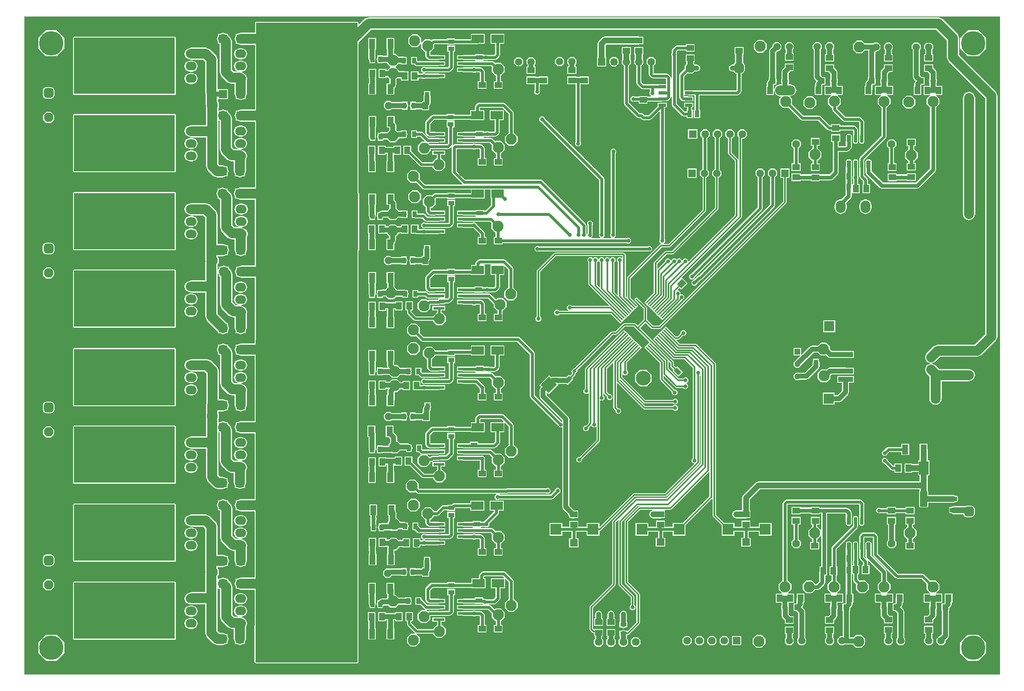
<source format=gbr>
%TF.GenerationSoftware,Altium Limited,Altium Designer,21.6.4 (81)*%
G04 Layer_Physical_Order=2*
G04 Layer_Color=16711680*
%FSLAX43Y43*%
%MOMM*%
%TF.SameCoordinates,95A2699C-722C-4572-8EE5-7BEA9F810E30*%
%TF.FilePolarity,Positive*%
%TF.FileFunction,Copper,L2,Bot,Signal*%
%TF.Part,Single*%
G01*
G75*
%TA.AperFunction,SMDPad,CuDef*%
%ADD10R,1.508X1.157*%
%TA.AperFunction,Conductor*%
%ADD16C,0.600*%
%ADD17C,1.000*%
%ADD18C,0.750*%
%ADD19C,2.000*%
%ADD20C,0.800*%
%ADD21C,1.200*%
%TA.AperFunction,ComponentPad*%
%ADD23R,1.550X1.550*%
%ADD24C,1.550*%
%ADD25C,2.286*%
%ADD26O,2.286X1.778*%
%ADD27C,4.572*%
%ADD28C,3.048*%
%ADD30C,1.600*%
G04:AMPARAMS|DCode=31|XSize=1.6mm|YSize=1.6mm|CornerRadius=0.4mm|HoleSize=0mm|Usage=FLASHONLY|Rotation=0.000|XOffset=0mm|YOffset=0mm|HoleType=Round|Shape=RoundedRectangle|*
%AMROUNDEDRECTD31*
21,1,1.600,0.800,0,0,0.0*
21,1,0.800,1.600,0,0,0.0*
1,1,0.800,0.400,-0.400*
1,1,0.800,-0.400,-0.400*
1,1,0.800,-0.400,0.400*
1,1,0.800,0.400,0.400*
%
%ADD31ROUNDEDRECTD31*%
%ADD32R,2.286X2.286*%
%ADD33R,1.200X1.200*%
%ADD34C,1.200*%
G04:AMPARAMS|DCode=35|XSize=1.95mm|YSize=1.95mm|CornerRadius=0.488mm|HoleSize=0mm|Usage=FLASHONLY|Rotation=90.000|XOffset=0mm|YOffset=0mm|HoleType=Round|Shape=RoundedRectangle|*
%AMROUNDEDRECTD35*
21,1,1.950,0.975,0,0,90.0*
21,1,0.975,1.950,0,0,90.0*
1,1,0.975,0.488,0.488*
1,1,0.975,0.488,-0.488*
1,1,0.975,-0.488,-0.488*
1,1,0.975,-0.488,0.488*
%
%ADD35ROUNDEDRECTD35*%
%ADD36C,1.950*%
%ADD37R,2.057X2.057*%
%ADD38C,2.057*%
%ADD39C,1.500*%
%ADD40R,1.500X1.500*%
%ADD41C,1.524*%
G04:AMPARAMS|DCode=42|XSize=1.95mm|YSize=1.95mm|CornerRadius=0.488mm|HoleSize=0mm|Usage=FLASHONLY|Rotation=180.000|XOffset=0mm|YOffset=0mm|HoleType=Round|Shape=RoundedRectangle|*
%AMROUNDEDRECTD42*
21,1,1.950,0.975,0,0,180.0*
21,1,0.975,1.950,0,0,180.0*
1,1,0.975,-0.488,0.488*
1,1,0.975,0.488,0.488*
1,1,0.975,0.488,-0.488*
1,1,0.975,-0.488,-0.488*
%
%ADD42ROUNDEDRECTD42*%
%ADD43R,1.200X1.200*%
%TA.AperFunction,ViaPad*%
%ADD44C,5.000*%
%ADD45C,1.270*%
%ADD46C,0.800*%
%ADD47C,1.800*%
%TA.AperFunction,SMDPad,CuDef*%
%ADD48R,1.525X0.650*%
%ADD49R,1.350X0.950*%
%ADD50R,2.270X0.558*%
%ADD51R,0.950X1.350*%
%ADD52P,0.849X4X360.0*%
%ADD53R,1.157X1.508*%
%ADD54R,1.508X1.207*%
G04:AMPARAMS|DCode=55|XSize=0.8mm|YSize=1.6mm|CornerRadius=0.2mm|HoleSize=0mm|Usage=FLASHONLY|Rotation=180.000|XOffset=0mm|YOffset=0mm|HoleType=Round|Shape=RoundedRectangle|*
%AMROUNDEDRECTD55*
21,1,0.800,1.200,0,0,180.0*
21,1,0.400,1.600,0,0,180.0*
1,1,0.400,-0.200,0.600*
1,1,0.400,0.200,0.600*
1,1,0.400,0.200,-0.600*
1,1,0.400,-0.200,-0.600*
%
%ADD55ROUNDEDRECTD55*%
G04:AMPARAMS|DCode=56|XSize=0.6mm|YSize=1.6mm|CornerRadius=0.15mm|HoleSize=0mm|Usage=FLASHONLY|Rotation=180.000|XOffset=0mm|YOffset=0mm|HoleType=Round|Shape=RoundedRectangle|*
%AMROUNDEDRECTD56*
21,1,0.600,1.300,0,0,180.0*
21,1,0.300,1.600,0,0,180.0*
1,1,0.300,-0.150,0.650*
1,1,0.300,0.150,0.650*
1,1,0.300,0.150,-0.650*
1,1,0.300,-0.150,-0.650*
%
%ADD56ROUNDEDRECTD56*%
%ADD57R,1.700X1.680*%
%ADD58R,1.250X2.000*%
%ADD59R,2.500X1.700*%
%ADD60R,1.262X0.958*%
%ADD61R,1.207X1.508*%
%ADD62R,0.900X1.200*%
%ADD63R,0.757X1.308*%
%ADD64R,0.808X1.262*%
%ADD65R,1.000X0.500*%
G04:AMPARAMS|DCode=66|XSize=1.207mm|YSize=1.508mm|CornerRadius=0mm|HoleSize=0mm|Usage=FLASHONLY|Rotation=315.000|XOffset=0mm|YOffset=0mm|HoleType=Round|Shape=Rectangle|*
%AMROTATEDRECTD66*
4,1,4,-0.960,-0.107,0.107,0.960,0.960,0.107,-0.107,-0.960,-0.960,-0.107,0.0*
%
%ADD66ROTATEDRECTD66*%

G04:AMPARAMS|DCode=67|XSize=1.194mm|YSize=0.305mm|CornerRadius=0mm|HoleSize=0mm|Usage=FLASHONLY|Rotation=225.000|XOffset=0mm|YOffset=0mm|HoleType=Round|Shape=Rectangle|*
%AMROTATEDRECTD67*
4,1,4,0.314,0.530,0.530,0.314,-0.314,-0.530,-0.530,-0.314,0.314,0.530,0.0*
%
%ADD67ROTATEDRECTD67*%

G04:AMPARAMS|DCode=68|XSize=1.194mm|YSize=0.305mm|CornerRadius=0mm|HoleSize=0mm|Usage=FLASHONLY|Rotation=315.000|XOffset=0mm|YOffset=0mm|HoleType=Round|Shape=Rectangle|*
%AMROTATEDRECTD68*
4,1,4,-0.530,0.314,-0.314,0.530,0.530,-0.314,0.314,-0.530,-0.530,0.314,0.0*
%
%ADD68ROTATEDRECTD68*%

G04:AMPARAMS|DCode=69|XSize=2.45mm|YSize=2.35mm|CornerRadius=0mm|HoleSize=0mm|Usage=FLASHONLY|Rotation=225.000|XOffset=0mm|YOffset=0mm|HoleType=Round|Shape=Rectangle|*
%AMROTATEDRECTD69*
4,1,4,0.035,1.697,1.697,0.035,-0.035,-1.697,-1.697,-0.035,0.035,1.697,0.0*
%
%ADD69ROTATEDRECTD69*%

G04:AMPARAMS|DCode=70|XSize=0.95mm|YSize=1.35mm|CornerRadius=0mm|HoleSize=0mm|Usage=FLASHONLY|Rotation=315.000|XOffset=0mm|YOffset=0mm|HoleType=Round|Shape=Rectangle|*
%AMROTATEDRECTD70*
4,1,4,-0.813,-0.141,0.141,0.813,0.813,0.141,-0.141,-0.813,-0.813,-0.141,0.0*
%
%ADD70ROTATEDRECTD70*%

G04:AMPARAMS|DCode=71|XSize=0.95mm|YSize=1.35mm|CornerRadius=0mm|HoleSize=0mm|Usage=FLASHONLY|Rotation=45.000|XOffset=0mm|YOffset=0mm|HoleType=Round|Shape=Rectangle|*
%AMROTATEDRECTD71*
4,1,4,0.141,-0.813,-0.813,0.141,-0.141,0.813,0.813,-0.141,0.141,-0.813,0.0*
%
%ADD71ROTATEDRECTD71*%

%ADD72R,1.556X1.505*%
%ADD73R,1.308X0.757*%
G04:AMPARAMS|DCode=74|XSize=3.15mm|YSize=1.45mm|CornerRadius=0.051mm|HoleSize=0mm|Usage=FLASHONLY|Rotation=90.000|XOffset=0mm|YOffset=0mm|HoleType=Round|Shape=RoundedRectangle|*
%AMROUNDEDRECTD74*
21,1,3.150,1.349,0,0,90.0*
21,1,3.049,1.450,0,0,90.0*
1,1,0.102,0.674,1.524*
1,1,0.102,0.674,-1.524*
1,1,0.102,-0.674,-1.524*
1,1,0.102,-0.674,1.524*
%
%ADD74ROUNDEDRECTD74*%
G04:AMPARAMS|DCode=75|XSize=0.9mm|YSize=1.45mm|CornerRadius=0.05mm|HoleSize=0mm|Usage=FLASHONLY|Rotation=90.000|XOffset=0mm|YOffset=0mm|HoleType=Round|Shape=RoundedRectangle|*
%AMROUNDEDRECTD75*
21,1,0.900,1.351,0,0,90.0*
21,1,0.801,1.450,0,0,90.0*
1,1,0.099,0.676,0.401*
1,1,0.099,0.676,-0.401*
1,1,0.099,-0.676,-0.401*
1,1,0.099,-0.676,0.401*
%
%ADD75ROUNDEDRECTD75*%
%ADD76R,2.000X2.800*%
%ADD77R,0.807X1.308*%
%ADD78R,3.050X1.016*%
%ADD79R,8.380X10.660*%
%TA.AperFunction,Conductor*%
%ADD80C,0.300*%
%ADD81C,0.500*%
%ADD82R,20.701X11.557*%
%TA.AperFunction,ComponentPad*%
%ADD83O,2.032X2.540*%
G36*
X0Y0D02*
X-200025D01*
Y135000D01*
X0D01*
Y0D01*
D02*
G37*
%LPC*%
G36*
X-129420Y134832D02*
X-130316Y134461D01*
X-130316Y134461D01*
X-131398Y133379D01*
X-131515Y133428D01*
Y133691D01*
X-131569Y133821D01*
X-131699Y133875D01*
X-152527D01*
X-152593Y133848D01*
X-152657Y133821D01*
X-152657Y133821D01*
X-152657Y133821D01*
X-152684Y133755D01*
X-152711Y133691D01*
X-152713Y131655D01*
X-155690D01*
X-156309Y131399D01*
X-156710D01*
Y130984D01*
X-156956Y130389D01*
X-156710Y129794D01*
Y129379D01*
X-156309D01*
X-155690Y129123D01*
X-152805D01*
X-152716Y129033D01*
X-152728Y115907D01*
X-155690D01*
X-156309Y115651D01*
X-156710D01*
Y115236D01*
X-156956Y114641D01*
X-156710Y114046D01*
Y113631D01*
X-156309D01*
X-155690Y113375D01*
X-152821D01*
X-152731Y113285D01*
X-152744Y99905D01*
X-155817D01*
X-156436Y99649D01*
X-156837D01*
Y99234D01*
X-157083Y98639D01*
X-156837Y98044D01*
Y97629D01*
X-156436D01*
X-155817Y97373D01*
X-152836D01*
X-152746Y97283D01*
X-152759Y83903D01*
X-155563D01*
X-156182Y83647D01*
X-156583D01*
Y83232D01*
X-156829Y82637D01*
X-156583Y82042D01*
Y81627D01*
X-156182D01*
X-155563Y81371D01*
X-152852D01*
X-152762Y81281D01*
X-152775Y67901D01*
X-155702D01*
X-156321Y67645D01*
X-156722D01*
Y67230D01*
X-156968Y66635D01*
X-156722Y66040D01*
Y65625D01*
X-156321D01*
X-155702Y65369D01*
X-152867D01*
X-152777Y65279D01*
X-152790Y52026D01*
X-155702D01*
X-156321Y51770D01*
X-156722D01*
Y51355D01*
X-156968Y50760D01*
X-156722Y50165D01*
Y49750D01*
X-156321D01*
X-155702Y49494D01*
X-152882D01*
X-152793Y49404D01*
X-152806Y36024D01*
X-155690D01*
X-156309Y35768D01*
X-156710D01*
Y35353D01*
X-156956Y34758D01*
X-156710Y34163D01*
Y33748D01*
X-156309D01*
X-155690Y33492D01*
X-152898D01*
X-152808Y33402D01*
X-152821Y19895D01*
X-155702D01*
X-156321Y19639D01*
X-156722D01*
Y19224D01*
X-156968Y18629D01*
X-156722Y18034D01*
Y17619D01*
X-156321D01*
X-155702Y17363D01*
X-152913D01*
X-152824Y17273D01*
X-152838Y2590D01*
X-152838Y2590D01*
X-152838Y2590D01*
X-152811Y2525D01*
X-152784Y2460D01*
X-152784Y2460D01*
X-152784Y2460D01*
X-152694Y2370D01*
X-152694Y2370D01*
X-152694Y2370D01*
X-152629Y2343D01*
X-152564Y2316D01*
X-152564Y2316D01*
X-152564Y2316D01*
X-131699D01*
X-131569Y2370D01*
X-131515Y2500D01*
Y86922D01*
X-131442Y86952D01*
X-131388Y87082D01*
Y98639D01*
X-131442Y98769D01*
X-131515Y98799D01*
Y129305D01*
X-131433Y129503D01*
Y129762D01*
X-128896Y132299D01*
X-13113D01*
X-10871Y130057D01*
Y126552D01*
X-10500Y125657D01*
X-3029Y118186D01*
Y69835D01*
X-5165Y67698D01*
X-12736D01*
X-13632Y67327D01*
X-14992Y65966D01*
X-15363Y65071D01*
X-14992Y64176D01*
X-14290Y63884D01*
Y63757D01*
X-14992Y63466D01*
X-15363Y62571D01*
X-14992Y61676D01*
X-14474Y61157D01*
Y56618D01*
X-14407Y56454D01*
Y56105D01*
X-14160Y55859D01*
X-14103Y55722D01*
X-13967Y55665D01*
X-13705Y55403D01*
X-13334D01*
X-13208Y55351D01*
X-13082Y55403D01*
X-12711D01*
X-12449Y55665D01*
X-12313Y55722D01*
X-12256Y55859D01*
X-12009Y56105D01*
Y56454D01*
X-11942Y56618D01*
Y60162D01*
X-6350D01*
X-6057Y60283D01*
X-5876D01*
X-5748Y60411D01*
X-5455Y60533D01*
X-5333Y60826D01*
X-5205Y60954D01*
Y61135D01*
X-5084Y61428D01*
X-5205Y61721D01*
Y61902D01*
X-5333Y62030D01*
X-5455Y62323D01*
X-5748Y62445D01*
X-5876Y62573D01*
X-6057D01*
X-6350Y62694D01*
X-12429D01*
X-13202Y63466D01*
X-13904Y63757D01*
Y63884D01*
X-13202Y64176D01*
X-12212Y65165D01*
X-4641D01*
X-3745Y65536D01*
X-867Y68415D01*
X-496Y69310D01*
X-496Y69310D01*
Y118710D01*
X-867Y119606D01*
X-8338Y127077D01*
Y130582D01*
X-8709Y131477D01*
X-8709Y131477D01*
X-11693Y134461D01*
X-12588Y134832D01*
X-129420D01*
X-129420Y134832D01*
D02*
G37*
G36*
X-105609Y131409D02*
X-108449D01*
Y130355D01*
X-111721D01*
Y130495D01*
X-113323D01*
Y130355D01*
X-116154D01*
X-116513Y130206D01*
X-116609Y130110D01*
X-116804Y130305D01*
X-117892D01*
X-118560Y129637D01*
X-118687Y129689D01*
Y130544D01*
X-119456Y131313D01*
X-120544D01*
X-121313Y130544D01*
Y129456D01*
X-120544Y128687D01*
X-119456D01*
X-118788Y129355D01*
X-118661Y129303D01*
Y128448D01*
X-117892Y127679D01*
X-117857D01*
Y126930D01*
X-117708Y126571D01*
X-117356Y126219D01*
X-116997Y126070D01*
X-115036D01*
X-114892Y126130D01*
X-113731D01*
Y127028D01*
X-114892D01*
X-115036Y127088D01*
X-116786D01*
X-116839Y127141D01*
Y127679D01*
X-116804D01*
X-116035Y128448D01*
Y129245D01*
X-115943Y129337D01*
X-113323D01*
Y129197D01*
X-111721D01*
Y129337D01*
X-107025D01*
X-106949Y129369D01*
X-105609D01*
Y131409D01*
D02*
G37*
G36*
X-48605Y130178D02*
X-49693D01*
X-50462Y129409D01*
Y128321D01*
X-49693Y127552D01*
X-48605D01*
X-47836Y128321D01*
Y129409D01*
X-48605Y130178D01*
D02*
G37*
G36*
X-101609Y131409D02*
X-104449D01*
Y129369D01*
X-103538D01*
Y127268D01*
X-103731Y127075D01*
X-105072D01*
X-105133Y127136D01*
X-105606D01*
X-105655Y127086D01*
X-105908D01*
Y127234D01*
X-107598D01*
Y127088D01*
X-110008D01*
X-110152Y127028D01*
X-111313D01*
Y126130D01*
X-110152D01*
X-110008Y126070D01*
X-107601D01*
X-107598Y125944D01*
X-107599Y125818D01*
X-110008D01*
X-110152Y125758D01*
X-111313D01*
Y124860D01*
X-110152D01*
X-110008Y124800D01*
X-104275D01*
X-104183Y124708D01*
Y123622D01*
X-103414Y122853D01*
X-103379D01*
Y121672D01*
X-103794D01*
Y120126D01*
X-101946D01*
Y121672D01*
X-102361D01*
Y122853D01*
X-102326D01*
X-101557Y123622D01*
Y124710D01*
X-102326Y125479D01*
X-103414D01*
X-103464Y125428D01*
X-103705Y125669D01*
X-104064Y125818D01*
X-105907D01*
X-105908Y125944D01*
X-105902Y126069D01*
X-105679D01*
X-105606Y125996D01*
X-105133D01*
X-105072Y126057D01*
X-103521D01*
X-103161Y126206D01*
X-102669Y126698D01*
X-102520Y127057D01*
Y129369D01*
X-101609D01*
Y131409D01*
D02*
G37*
G36*
X-124173Y130543D02*
X-125763D01*
Y128203D01*
X-125693D01*
Y126923D01*
X-126513D01*
Y126999D01*
X-127661D01*
Y126563D01*
X-127812Y126198D01*
X-127661Y125833D01*
Y125397D01*
X-126513D01*
Y125473D01*
X-125773D01*
Y125456D01*
X-125025Y124708D01*
X-125013Y124638D01*
X-125025Y124569D01*
X-125592Y124002D01*
X-125811D01*
Y124201D01*
X-127357D01*
Y122353D01*
X-125811D01*
Y122552D01*
X-125592D01*
X-125185Y122145D01*
Y121285D01*
X-125199Y121272D01*
X-125763D01*
Y118932D01*
X-124173D01*
Y120246D01*
X-123947Y120472D01*
X-123735Y120985D01*
Y122145D01*
X-123574Y122306D01*
X-122855D01*
Y121845D01*
X-121309D01*
Y123693D01*
X-122041D01*
X-122193Y123756D01*
X-123147D01*
Y123821D01*
X-123895Y124569D01*
X-123907Y124638D01*
X-123895Y124708D01*
X-123328Y125275D01*
X-122828D01*
Y125174D01*
X-121588D01*
Y125881D01*
X-121539Y126000D01*
X-121588Y126119D01*
Y126714D01*
X-122237D01*
X-122264Y126725D01*
X-123328D01*
X-123916Y127313D01*
X-124243D01*
Y128203D01*
X-124173D01*
Y130543D01*
D02*
G37*
G36*
X-4394Y132170D02*
X-6606D01*
X-8170Y130606D01*
Y128394D01*
X-6606Y126830D01*
X-4394D01*
X-2830Y128394D01*
Y130606D01*
X-4394Y132170D01*
D02*
G37*
G36*
X-193394D02*
X-195606D01*
X-197170Y130606D01*
Y128394D01*
X-195606Y126830D01*
X-193394D01*
X-191830Y128394D01*
Y130606D01*
X-193394Y132170D01*
D02*
G37*
G36*
X-155448Y128487D02*
X-155956D01*
X-156767Y128152D01*
X-157102Y127341D01*
X-156767Y126530D01*
X-155956Y126195D01*
X-155448D01*
X-154637Y126530D01*
X-154302Y127341D01*
X-154637Y128152D01*
X-155448Y128487D01*
D02*
G37*
G36*
X-42799Y129704D02*
X-43561D01*
X-44100Y129165D01*
Y128403D01*
X-43905Y128208D01*
Y127422D01*
X-44104D01*
Y125875D01*
X-42256D01*
Y127422D01*
X-42455D01*
Y128208D01*
X-42260Y128403D01*
Y129165D01*
X-42799Y129704D01*
D02*
G37*
G36*
X-14224Y129658D02*
X-14986D01*
X-15525Y129119D01*
Y128357D01*
X-15330Y128162D01*
Y127260D01*
X-15529D01*
Y125714D01*
X-13681D01*
Y127260D01*
X-13880D01*
Y128162D01*
X-13685Y128357D01*
Y129119D01*
X-14224Y129658D01*
D02*
G37*
G36*
X-22479D02*
X-23241D01*
X-23780Y129119D01*
Y128357D01*
X-23585Y128162D01*
Y127260D01*
X-23784D01*
Y125714D01*
X-21936D01*
Y127260D01*
X-22135D01*
Y128162D01*
X-21940Y128357D01*
Y129119D01*
X-22479Y129658D01*
D02*
G37*
G36*
X-34544Y129704D02*
X-35306D01*
X-35845Y129165D01*
Y128403D01*
X-35650Y128208D01*
Y127260D01*
X-35849D01*
Y125714D01*
X-34001D01*
Y127260D01*
X-34200D01*
Y128208D01*
X-34005Y128403D01*
Y129165D01*
X-34544Y129704D01*
D02*
G37*
G36*
X-127923Y130543D02*
X-129513D01*
Y128203D01*
X-129473D01*
Y126329D01*
X-129265Y125827D01*
Y125397D01*
X-128117D01*
Y126102D01*
X-128023Y126329D01*
Y128203D01*
X-127923D01*
Y130543D01*
D02*
G37*
G36*
X-89916Y126656D02*
X-90678D01*
X-91217Y126117D01*
Y125355D01*
X-90678Y124816D01*
X-89916D01*
X-89377Y125355D01*
Y126117D01*
X-89916Y126656D01*
D02*
G37*
G36*
X-119488Y126714D02*
X-120728D01*
Y125174D01*
X-120131D01*
X-120037Y125080D01*
X-119983Y124949D01*
X-119623Y124800D01*
X-115036D01*
X-114892Y124860D01*
X-113731D01*
Y125758D01*
X-114892D01*
X-115036Y125818D01*
X-119488D01*
Y126714D01*
D02*
G37*
G36*
X-98298Y126610D02*
X-99060D01*
X-99599Y126071D01*
Y125309D01*
X-99060Y124770D01*
X-98298D01*
X-97759Y125309D01*
Y126071D01*
X-98298Y126610D01*
D02*
G37*
G36*
X-78730Y126635D02*
X-79512D01*
X-80066Y126081D01*
Y125299D01*
X-79512Y124745D01*
X-78730D01*
X-78176Y125299D01*
Y126081D01*
X-78730Y126635D01*
D02*
G37*
G36*
X-74041Y130876D02*
X-80958D01*
X-81547Y130632D01*
X-82250Y129929D01*
X-82494Y129340D01*
Y126635D01*
X-82606D01*
Y124745D01*
X-80716D01*
Y126635D01*
X-80828D01*
Y128995D01*
X-80613Y129209D01*
X-74041D01*
X-73896Y129270D01*
X-73117D01*
Y130816D01*
X-73896D01*
X-74041Y130876D01*
D02*
G37*
G36*
X-111721Y129041D02*
X-113323D01*
Y127743D01*
X-113031D01*
Y124728D01*
X-113211Y124548D01*
X-117813D01*
X-117874Y124609D01*
X-118346D01*
X-118680Y124275D01*
Y123803D01*
X-118346Y123469D01*
X-117874D01*
X-117813Y123530D01*
X-113000D01*
X-112641Y123679D01*
X-112162Y124158D01*
X-112013Y124517D01*
Y127743D01*
X-111721D01*
Y129041D01*
D02*
G37*
G36*
X-165608Y125947D02*
X-166116D01*
X-166927Y125612D01*
X-167262Y124801D01*
X-166927Y123990D01*
X-166116Y123655D01*
X-165608D01*
X-164797Y123990D01*
X-164462Y124801D01*
X-164797Y125612D01*
X-165608Y125947D01*
D02*
G37*
G36*
X-53467Y128775D02*
X-53480D01*
X-53626Y128714D01*
X-54391D01*
Y127168D01*
X-54317D01*
Y125483D01*
X-54491Y125411D01*
X-54601Y125145D01*
X-54864D01*
X-55377Y124933D01*
X-55415Y124840D01*
X-55534D01*
Y124553D01*
X-55589Y124420D01*
X-55534Y124287D01*
Y124000D01*
X-55415D01*
X-55377Y123907D01*
X-54864Y123695D01*
X-54601D01*
X-54491Y123429D01*
X-54009Y123230D01*
Y119902D01*
X-54062Y119849D01*
X-63836D01*
X-63869Y119835D01*
X-64769Y119835D01*
X-64769Y119962D01*
Y122685D01*
X-64077Y123378D01*
X-63974Y123275D01*
X-63026D01*
X-62606Y123695D01*
X-62160D01*
X-61647Y123907D01*
X-61609Y124000D01*
X-61490D01*
Y124287D01*
X-61435Y124420D01*
X-61490Y124553D01*
Y124840D01*
X-61609D01*
X-61647Y124933D01*
X-62160Y125145D01*
X-62606D01*
X-62667Y125206D01*
Y125644D01*
X-62576D01*
Y127190D01*
X-63355D01*
X-63500Y127251D01*
X-63645Y127190D01*
X-64424D01*
Y125644D01*
X-64333D01*
Y125206D01*
X-64645Y124894D01*
Y124248D01*
X-65638Y123256D01*
X-65787Y122896D01*
Y118446D01*
X-65638Y118087D01*
X-65286Y117735D01*
X-64927Y117586D01*
X-64769D01*
Y117575D01*
X-63869D01*
X-63836Y117561D01*
X-63803Y117575D01*
X-62903D01*
Y118565D01*
X-63768D01*
X-63861Y118604D01*
X-64716D01*
X-64769Y118657D01*
Y118718D01*
X-64769Y118845D01*
X-64642Y118845D01*
X-63869D01*
X-63836Y118831D01*
X-62612D01*
Y115867D01*
X-62760D01*
Y114177D01*
X-61470D01*
Y115867D01*
X-61594D01*
Y118831D01*
X-53852D01*
X-53492Y118980D01*
X-53140Y119332D01*
X-52991Y119691D01*
Y123230D01*
X-52509Y123429D01*
X-52301Y123933D01*
Y124908D01*
X-52509Y125411D01*
X-52650Y125469D01*
Y127168D01*
X-52543D01*
Y128714D01*
X-53322D01*
X-53467Y128775D01*
D02*
G37*
G36*
X-87376Y126656D02*
X-88138D01*
X-88677Y126117D01*
Y125355D01*
X-88482Y125160D01*
Y124755D01*
X-88681D01*
Y123208D01*
X-86833D01*
Y124755D01*
X-87032D01*
Y125160D01*
X-86837Y125355D01*
Y126117D01*
X-87376Y126656D01*
D02*
G37*
G36*
X-95758Y126610D02*
X-96520D01*
X-97059Y126071D01*
Y125309D01*
X-96864Y125114D01*
Y124755D01*
X-97063D01*
Y123208D01*
X-95215D01*
Y124755D01*
X-95414D01*
Y125114D01*
X-95219Y125309D01*
Y126071D01*
X-95758Y126610D01*
D02*
G37*
G36*
X-84293Y122653D02*
X-86141D01*
Y122605D01*
X-86833D01*
Y122653D01*
X-88681D01*
Y121107D01*
X-86996D01*
Y109235D01*
X-87070Y109161D01*
Y108689D01*
X-86736Y108355D01*
X-86264D01*
X-85930Y108689D01*
Y109161D01*
X-85978Y109209D01*
Y121107D01*
X-84293D01*
Y122653D01*
D02*
G37*
G36*
X-92675D02*
X-94523D01*
Y122605D01*
X-95215D01*
Y122653D01*
X-97063D01*
Y121107D01*
X-95378D01*
Y119878D01*
X-95470Y119786D01*
Y119314D01*
X-95136Y118980D01*
X-94664D01*
X-94330Y119314D01*
Y119786D01*
X-94360Y119816D01*
Y121107D01*
X-92675D01*
Y122653D01*
D02*
G37*
G36*
X-62576Y129292D02*
X-64424D01*
Y129028D01*
X-66216D01*
X-66576Y128879D01*
X-67162Y128293D01*
X-67311Y127933D01*
Y127511D01*
X-67372Y127450D01*
Y126978D01*
X-67311Y126917D01*
Y122425D01*
X-67435Y122418D01*
X-67584Y122777D01*
X-67935Y123129D01*
X-68295Y123278D01*
X-70939D01*
X-70992Y123331D01*
Y124862D01*
X-70556Y125299D01*
Y126081D01*
X-71110Y126635D01*
X-71892D01*
X-72446Y126081D01*
Y125299D01*
X-72010Y124862D01*
Y123120D01*
X-71861Y122761D01*
X-71509Y122409D01*
X-71150Y122260D01*
X-68506D01*
X-68452Y122207D01*
Y121105D01*
X-69227D01*
X-69260Y121119D01*
X-73068D01*
X-73532Y121583D01*
Y124862D01*
X-73096Y125299D01*
Y126081D01*
X-73208Y126193D01*
Y127168D01*
X-73117D01*
Y128714D01*
X-73896D01*
X-74041Y128775D01*
X-74186Y128714D01*
X-74965D01*
Y127168D01*
X-74874D01*
Y126193D01*
X-74986Y126081D01*
Y125299D01*
X-74550Y124862D01*
Y121372D01*
X-74401Y121012D01*
X-73639Y120250D01*
X-73279Y120101D01*
X-71794D01*
Y119472D01*
X-71817Y119449D01*
Y118977D01*
X-71546Y118706D01*
X-71598Y118579D01*
X-72228D01*
Y118624D01*
X-74076D01*
Y118579D01*
X-74887D01*
X-74948Y118640D01*
X-75420D01*
X-75754Y118306D01*
Y117834D01*
X-75420Y117500D01*
X-74948D01*
X-74887Y117561D01*
X-74076D01*
Y117078D01*
X-72228D01*
Y117561D01*
X-69260D01*
X-69227Y117575D01*
X-68328D01*
Y117586D01*
X-68295D01*
X-67935Y117735D01*
X-67584Y118087D01*
X-67435Y118446D01*
X-67311Y118439D01*
Y116927D01*
X-67162Y116567D01*
X-65203Y114608D01*
X-64843Y114459D01*
X-64260D01*
Y114177D01*
X-62970D01*
Y115867D01*
X-63106D01*
Y116305D01*
X-62903D01*
Y117295D01*
X-63607D01*
X-63640Y117309D01*
X-63836D01*
X-63869Y117295D01*
X-64769D01*
Y116305D01*
X-64124D01*
Y115867D01*
X-64260D01*
Y115477D01*
X-64632D01*
X-66293Y117138D01*
Y126917D01*
X-66232Y126978D01*
Y127450D01*
X-66293Y127511D01*
Y127722D01*
X-66006Y128010D01*
X-64424D01*
Y127746D01*
X-62576D01*
Y129292D01*
D02*
G37*
G36*
X-119207Y123693D02*
X-120753D01*
Y121845D01*
X-119207D01*
Y122260D01*
X-118407D01*
X-118346Y122199D01*
X-117874D01*
X-117813Y122260D01*
X-115036D01*
X-114892Y122320D01*
X-113731D01*
Y123218D01*
X-114892D01*
X-115036Y123278D01*
X-117813D01*
X-117874Y123339D01*
X-118346D01*
X-118407Y123278D01*
X-119207D01*
Y123693D01*
D02*
G37*
G36*
X-165608Y123407D02*
X-166116D01*
X-166927Y123072D01*
X-167262Y122261D01*
X-166927Y121450D01*
X-166116Y121115D01*
X-165608D01*
X-164797Y121450D01*
X-164462Y122261D01*
X-164797Y123072D01*
X-165608Y123407D01*
D02*
G37*
G36*
X-107587Y124609D02*
X-108059D01*
X-108120Y124548D01*
X-110008D01*
X-110152Y124488D01*
X-111313D01*
Y123590D01*
X-110152D01*
X-110008Y123530D01*
X-108120D01*
X-108059Y123469D01*
X-107587D01*
X-107526Y123530D01*
X-106734D01*
X-106681Y123477D01*
Y121672D01*
X-107096D01*
Y120126D01*
X-105248D01*
Y121672D01*
X-105663D01*
Y123688D01*
X-105812Y124047D01*
X-106164Y124399D01*
X-106523Y124548D01*
X-107526D01*
X-107587Y124609D01*
D02*
G37*
G36*
X-127913Y124201D02*
X-129459D01*
Y122353D01*
X-129346D01*
Y121272D01*
X-129513D01*
Y118932D01*
X-127923D01*
Y120290D01*
X-127896Y120356D01*
Y121784D01*
Y123212D01*
X-127913Y123253D01*
Y124201D01*
D02*
G37*
G36*
X-16764Y129658D02*
X-17526D01*
X-18065Y129119D01*
Y128357D01*
X-17870Y128162D01*
Y122642D01*
X-17658Y122129D01*
X-17282Y121753D01*
X-17335Y121699D01*
X-17548Y121186D01*
Y120772D01*
X-17699D01*
Y118924D01*
X-16153D01*
Y119818D01*
X-16097Y119951D01*
Y120886D01*
X-16035Y120948D01*
X-15923D01*
X-15888Y120983D01*
X-15486D01*
Y121385D01*
X-15451Y121420D01*
Y122086D01*
X-15486Y122121D01*
Y122523D01*
X-15888D01*
X-15923Y122558D01*
X-16035D01*
X-16420Y122942D01*
Y128162D01*
X-16225Y128357D01*
Y129119D01*
X-16764Y129658D01*
D02*
G37*
G36*
X-28285Y130051D02*
X-29373D01*
X-30142Y129282D01*
Y128194D01*
X-29373Y127425D01*
X-28285D01*
X-27697Y128013D01*
X-27061D01*
X-26990Y127907D01*
X-27014Y127849D01*
Y122518D01*
X-27059D01*
Y122116D01*
X-27094Y122081D01*
Y121969D01*
X-27368Y121694D01*
X-27581Y121181D01*
Y120772D01*
X-27732D01*
Y118924D01*
X-26186D01*
Y119818D01*
X-26130Y119951D01*
Y120881D01*
X-26068Y120943D01*
X-25956D01*
X-25921Y120978D01*
X-25519D01*
Y121380D01*
X-25484Y121415D01*
Y122081D01*
X-25519Y122116D01*
Y122518D01*
X-25564D01*
Y127549D01*
X-25294Y127818D01*
X-25019D01*
X-24480Y128357D01*
Y129119D01*
X-25019Y129658D01*
X-25781D01*
X-25976Y129463D01*
X-27697D01*
X-28285Y130051D01*
D02*
G37*
G36*
X-37084Y129704D02*
X-37846D01*
X-38385Y129165D01*
Y128403D01*
X-38190Y128208D01*
Y122642D01*
X-37978Y122129D01*
X-37602Y121753D01*
X-37655Y121699D01*
X-37868Y121186D01*
Y120772D01*
X-38019D01*
Y118924D01*
X-36473D01*
Y119818D01*
X-36417Y119951D01*
Y120886D01*
X-36355Y120948D01*
X-36243D01*
X-36208Y120983D01*
X-35806D01*
Y121385D01*
X-35771Y121420D01*
Y122086D01*
X-35806Y122121D01*
Y122523D01*
X-36208D01*
X-36243Y122558D01*
X-36355D01*
X-36740Y122942D01*
Y128208D01*
X-36545Y128403D01*
Y129165D01*
X-37084Y129704D01*
D02*
G37*
G36*
X-169164Y130827D02*
X-189865D01*
X-189995Y130773D01*
X-190049Y130643D01*
Y119086D01*
X-189995Y118956D01*
X-189865Y118902D01*
X-169164D01*
X-169034Y118956D01*
X-168980Y119086D01*
Y130643D01*
X-169034Y130773D01*
X-169164Y130827D01*
D02*
G37*
G36*
X-194577Y120499D02*
X-195552D01*
X-196055Y120291D01*
X-196263Y119788D01*
Y118813D01*
X-196055Y118310D01*
X-195552Y118101D01*
X-194577D01*
X-194073Y118310D01*
X-193865Y118813D01*
Y119788D01*
X-194073Y120291D01*
X-194577Y120499D01*
D02*
G37*
G36*
X-159270Y131655D02*
X-159889Y131399D01*
X-160290D01*
Y130984D01*
X-160536Y130389D01*
X-160290Y129794D01*
Y129379D01*
X-160051D01*
X-160016Y129344D01*
Y123581D01*
X-159645Y122686D01*
X-158474Y121514D01*
X-157578Y121143D01*
X-156962D01*
Y119092D01*
X-156710Y118483D01*
Y118076D01*
X-156301D01*
X-155696Y117826D01*
X-155091Y118076D01*
X-154670D01*
Y118512D01*
X-154430Y119092D01*
Y121952D01*
X-154302Y122261D01*
X-154637Y123072D01*
X-154795Y123137D01*
X-154801Y123150D01*
X-154910Y123196D01*
X-154955Y123305D01*
X-155498Y123530D01*
X-155473Y123655D01*
X-155448D01*
X-154637Y123990D01*
X-154302Y124801D01*
X-154637Y125612D01*
X-155448Y125947D01*
X-155956D01*
X-156767Y125612D01*
X-157102Y124801D01*
X-156767Y123990D01*
X-156309Y123801D01*
X-156333Y123676D01*
X-157054D01*
X-157484Y124106D01*
Y129869D01*
X-157855Y130764D01*
X-157855Y130764D01*
X-158250Y131160D01*
Y131399D01*
X-158651D01*
X-159270Y131655D01*
D02*
G37*
G36*
X-116818Y119677D02*
X-118108D01*
Y118851D01*
X-118188Y118657D01*
Y117597D01*
X-118537D01*
Y117398D01*
X-119734D01*
Y117497D01*
X-120830D01*
Y117100D01*
X-121007Y116673D01*
X-120830Y116246D01*
Y115849D01*
X-119734D01*
Y115948D01*
X-118537D01*
Y115749D01*
X-117041D01*
Y116572D01*
X-116950Y116662D01*
X-116738Y117175D01*
Y118657D01*
X-116818Y118851D01*
Y119677D01*
D02*
G37*
G36*
X-18125Y118748D02*
X-19213D01*
X-19982Y117979D01*
Y116891D01*
X-19213Y116122D01*
X-18125D01*
X-17356Y116891D01*
Y117979D01*
X-18125Y118748D01*
D02*
G37*
G36*
X-38445Y118621D02*
X-39533D01*
X-40302Y117852D01*
Y116764D01*
X-39533Y115995D01*
X-38445D01*
X-37676Y116764D01*
Y117852D01*
X-38445Y118621D01*
D02*
G37*
G36*
X-124985Y117668D02*
X-125767D01*
X-126321Y117114D01*
Y116332D01*
X-125767Y115778D01*
X-124985D01*
X-124790Y115973D01*
X-122582D01*
Y115849D01*
X-121486D01*
Y116246D01*
X-121309Y116673D01*
X-121486Y117100D01*
Y117497D01*
X-122582D01*
Y117423D01*
X-124740D01*
X-124985Y117668D01*
D02*
G37*
G36*
X-194590Y115445D02*
X-195538D01*
X-196209Y114775D01*
Y113826D01*
X-195538Y113155D01*
X-194590D01*
X-193919Y113826D01*
Y114775D01*
X-194590Y115445D01*
D02*
G37*
G36*
X-101736Y115788D02*
X-104576D01*
Y113748D01*
X-103633D01*
Y111393D01*
X-103696Y111330D01*
X-104814D01*
X-104875Y111391D01*
X-105348D01*
X-105405Y111334D01*
X-105849D01*
Y111482D01*
X-107539D01*
Y111340D01*
X-110008D01*
X-110152Y111280D01*
X-111313D01*
Y110382D01*
X-110152D01*
X-110008Y110322D01*
X-107542D01*
X-107539Y110195D01*
X-107539Y110192D01*
X-107549Y110070D01*
X-110008D01*
X-110152Y110010D01*
X-111313D01*
Y109112D01*
X-110152D01*
X-110008Y109052D01*
X-104573D01*
X-104183Y108662D01*
Y107620D01*
X-103414Y106851D01*
X-103379D01*
Y105924D01*
X-103794D01*
Y104378D01*
X-101946D01*
Y105924D01*
X-102361D01*
Y106851D01*
X-102326D01*
X-101557Y107620D01*
Y108708D01*
X-102326Y109477D01*
X-103414D01*
X-103486Y109405D01*
X-104003Y109921D01*
X-104362Y110070D01*
X-105838D01*
X-105849Y110192D01*
X-105832Y110317D01*
X-105413D01*
X-105348Y110251D01*
X-104875D01*
X-104814Y110313D01*
X-103485D01*
X-103125Y110462D01*
X-102764Y110823D01*
X-102615Y111182D01*
Y113748D01*
X-101736D01*
Y115788D01*
D02*
G37*
G36*
X-155448Y112612D02*
X-155956D01*
X-156767Y112277D01*
X-157102Y111466D01*
X-156767Y110655D01*
X-155956Y110320D01*
X-155448D01*
X-154637Y110655D01*
X-154302Y111466D01*
X-154637Y112277D01*
X-155448Y112612D01*
D02*
G37*
G36*
X-62047Y111822D02*
X-63937D01*
Y109932D01*
X-62047D01*
Y111822D01*
D02*
G37*
G36*
X-127856Y114541D02*
X-129446D01*
Y112201D01*
X-129416D01*
Y111770D01*
Y110196D01*
X-129204Y109683D01*
X-129178Y109673D01*
Y109522D01*
X-128814D01*
X-128691Y109471D01*
X-128568Y109522D01*
X-128030D01*
Y110041D01*
X-127966Y110196D01*
Y111770D01*
Y112201D01*
X-127856D01*
Y114541D01*
D02*
G37*
G36*
X-124106D02*
X-125696D01*
Y112201D01*
X-125225D01*
Y111632D01*
X-125632Y111225D01*
X-126858D01*
X-127102Y111124D01*
X-127574D01*
Y110723D01*
X-127725Y110358D01*
Y110323D01*
X-127574Y109958D01*
Y109522D01*
X-126426D01*
Y109775D01*
X-125632D01*
X-125044Y109187D01*
X-123956D01*
X-123187Y109956D01*
Y110011D01*
X-122258D01*
X-122136Y110061D01*
X-121588D01*
Y110577D01*
X-121483Y110831D01*
X-121588Y111085D01*
Y111601D01*
X-122828D01*
Y111461D01*
X-123604D01*
X-123775Y111632D01*
Y112595D01*
X-123987Y113108D01*
X-124106Y113227D01*
Y114541D01*
D02*
G37*
G36*
X-34001Y125158D02*
X-35849D01*
Y123612D01*
X-35177D01*
X-34761Y123196D01*
Y122166D01*
X-34841Y122086D01*
Y121420D01*
X-34761Y121340D01*
Y120772D01*
X-35917D01*
Y118924D01*
X-34672D01*
X-34620Y118797D01*
X-35266Y118150D01*
Y117062D01*
X-34497Y116293D01*
X-34443D01*
Y115936D01*
X-34294Y115577D01*
X-32237Y113519D01*
X-31877Y113370D01*
X-29040D01*
X-28830Y113160D01*
Y109367D01*
X-28817Y109337D01*
Y109225D01*
X-28716Y108980D01*
X-28471Y108879D01*
X-28370D01*
X-28321Y108858D01*
X-28272Y108879D01*
X-28171D01*
X-27926Y108980D01*
X-27825Y109225D01*
Y109337D01*
X-27812Y109367D01*
Y113371D01*
X-27961Y113731D01*
X-28469Y114239D01*
X-28829Y114388D01*
X-31666D01*
X-33426Y116147D01*
Y116293D01*
X-33410D01*
X-32640Y117062D01*
Y118150D01*
X-33287Y118797D01*
X-33234Y118924D01*
X-32189D01*
Y120772D01*
X-33311D01*
Y121340D01*
X-33231Y121420D01*
Y122086D01*
X-33311Y122166D01*
Y123496D01*
X-33523Y124009D01*
X-34001Y124487D01*
Y125158D01*
D02*
G37*
G36*
X-45339Y129704D02*
X-46101D01*
X-46640Y129165D01*
Y128890D01*
X-47122Y128408D01*
X-47334Y127895D01*
Y122523D01*
X-47379D01*
Y122121D01*
X-47414Y122086D01*
Y121974D01*
X-47561Y121826D01*
X-47774Y121313D01*
Y120772D01*
X-47925D01*
Y118924D01*
X-46379D01*
Y119666D01*
X-46252Y119691D01*
X-45946Y118953D01*
X-45050Y118582D01*
X-44945D01*
X-44897Y118464D01*
X-45255Y118106D01*
Y117018D01*
X-44486Y116249D01*
X-43398D01*
X-43373Y116274D01*
X-40873Y113773D01*
X-40513Y113624D01*
X-37295D01*
X-35412Y111741D01*
X-35052Y111592D01*
X-34579D01*
Y111363D01*
X-32731D01*
Y111592D01*
X-30153D01*
X-30100Y111539D01*
Y109875D01*
Y109367D01*
X-30087Y109337D01*
Y109225D01*
X-29986Y108980D01*
X-29741Y108879D01*
X-29640D01*
X-29591Y108858D01*
X-29542Y108879D01*
X-29441D01*
X-29196Y108980D01*
X-29095Y109225D01*
Y109337D01*
X-29082Y109367D01*
Y109875D01*
Y111750D01*
X-29231Y112109D01*
X-29583Y112461D01*
X-29942Y112610D01*
X-32731D01*
Y112909D01*
X-34579D01*
Y112610D01*
X-34841D01*
X-36724Y114493D01*
X-37084Y114642D01*
X-40302D01*
X-42654Y116993D01*
X-42629Y117018D01*
Y118106D01*
X-42987Y118464D01*
X-42946Y118602D01*
X-42100Y118953D01*
X-41729Y119848D01*
X-42100Y120743D01*
X-42996Y121114D01*
X-43344D01*
Y121340D01*
X-43264Y121420D01*
Y122086D01*
X-43344Y122166D01*
Y123358D01*
X-42928Y123774D01*
X-42256D01*
Y125320D01*
X-44104D01*
Y124648D01*
X-44582Y124171D01*
X-44794Y123658D01*
Y122166D01*
X-44874Y122086D01*
Y121420D01*
X-44794Y121340D01*
Y121114D01*
X-45050D01*
X-45946Y120743D01*
X-46196Y120138D01*
X-46323Y120163D01*
Y120948D01*
X-46276D01*
X-46241Y120983D01*
X-45839D01*
Y121385D01*
X-45804Y121420D01*
Y122086D01*
X-45839Y122121D01*
Y122523D01*
X-45884D01*
Y127595D01*
X-45614Y127864D01*
X-45339D01*
X-44800Y128403D01*
Y129165D01*
X-45339Y129704D01*
D02*
G37*
G36*
X-101800Y117309D02*
X-106805D01*
X-107164Y117160D01*
X-107516Y116808D01*
X-107665Y116449D01*
Y115788D01*
X-108576D01*
Y114826D01*
X-111848D01*
Y114966D01*
X-113450D01*
Y114826D01*
X-116196D01*
X-116555Y114677D01*
X-117708Y113525D01*
X-117857Y113165D01*
Y111182D01*
X-117708Y110823D01*
X-117356Y110471D01*
X-116997Y110322D01*
X-115871D01*
X-115727Y110382D01*
X-113731D01*
Y111280D01*
X-115727D01*
X-115871Y111340D01*
X-116786D01*
X-116839Y111393D01*
Y112954D01*
X-115985Y113809D01*
X-113450D01*
Y113668D01*
X-111848D01*
Y113809D01*
X-108576D01*
Y113748D01*
X-105736D01*
Y115788D01*
X-106647D01*
Y116238D01*
X-106594Y116291D01*
X-102011D01*
X-100712Y114992D01*
Y111128D01*
X-100747D01*
X-101516Y110359D01*
Y109271D01*
X-100747Y108502D01*
X-99659D01*
X-98890Y109271D01*
Y110359D01*
X-99659Y111128D01*
X-99694D01*
Y115203D01*
X-99843Y115563D01*
X-101440Y117160D01*
X-101800Y117309D01*
D02*
G37*
G36*
X-30781Y110875D02*
X-31181D01*
X-31464Y110758D01*
X-31581Y110475D01*
Y109407D01*
X-31598Y109367D01*
Y108507D01*
X-31705Y108400D01*
X-33038D01*
Y109261D01*
X-32731D01*
Y110807D01*
X-34579D01*
Y109261D01*
X-34272D01*
Y107783D01*
Y105624D01*
Y103213D01*
X-34892Y102593D01*
X-36922D01*
Y102749D01*
X-38770D01*
Y102593D01*
X-40859D01*
Y102772D01*
X-42707D01*
Y101225D01*
X-40859D01*
Y101359D01*
X-38770D01*
Y101203D01*
X-36922D01*
Y101359D01*
X-34636D01*
X-34636Y101359D01*
X-34200Y101540D01*
X-33219Y102521D01*
X-33219Y102521D01*
X-33038Y102957D01*
X-33038Y102957D01*
Y105624D01*
Y107166D01*
X-31450D01*
X-31450Y107166D01*
X-31013Y107347D01*
X-30545Y107815D01*
X-30545Y107815D01*
X-30364Y108252D01*
Y109367D01*
X-30381Y109407D01*
Y110475D01*
X-30498Y110758D01*
X-30781Y110875D01*
D02*
G37*
G36*
X-122833Y108453D02*
X-124379D01*
Y108254D01*
X-125973D01*
Y108453D01*
X-127519D01*
Y106605D01*
X-125973D01*
Y106804D01*
X-125723D01*
Y105397D01*
X-125793D01*
Y103057D01*
X-124203D01*
Y105397D01*
X-124273D01*
Y106605D01*
X-122833D01*
Y108453D01*
D02*
G37*
G36*
X-165608Y110072D02*
X-166116D01*
X-166927Y109737D01*
X-167262Y108926D01*
X-166927Y108115D01*
X-166116Y107780D01*
X-165608D01*
X-164797Y108115D01*
X-164462Y108926D01*
X-164797Y109737D01*
X-165608Y110072D01*
D02*
G37*
G36*
X-52441Y111822D02*
X-53223D01*
X-53777Y111268D01*
Y110486D01*
X-53527Y110236D01*
X-53559Y110158D01*
Y105662D01*
X-53686Y105636D01*
X-53730Y105742D01*
X-55026Y107037D01*
Y109932D01*
X-54981D01*
X-54427Y110486D01*
Y111268D01*
X-54981Y111822D01*
X-55763D01*
X-56317Y111268D01*
Y110486D01*
X-55763Y109932D01*
X-55718D01*
Y106894D01*
X-55617Y106649D01*
X-54321Y105354D01*
Y94210D01*
X-63829Y84703D01*
X-63946Y84752D01*
Y85032D01*
X-64280Y85366D01*
X-64752D01*
X-65086Y85032D01*
Y84835D01*
X-65089Y84833D01*
X-65216Y84901D01*
Y85032D01*
X-65550Y85366D01*
X-66022D01*
X-66294Y85094D01*
X-66566Y85366D01*
X-67038D01*
X-67372Y85032D01*
Y84835D01*
X-67375Y84833D01*
X-67502Y84901D01*
Y85032D01*
X-67836Y85366D01*
X-68308D01*
X-68642Y85032D01*
Y84716D01*
X-70139Y83219D01*
X-70266Y83272D01*
Y84272D01*
X-68310Y86228D01*
X-67056D01*
X-66811Y86329D01*
X-57794Y95346D01*
X-57693Y95591D01*
Y101885D01*
X-57648D01*
X-57094Y102439D01*
Y103221D01*
X-57467Y103594D01*
Y109986D01*
X-56967Y110486D01*
Y111268D01*
X-57521Y111822D01*
X-58303D01*
X-58857Y111268D01*
Y110486D01*
X-58484Y110113D01*
Y103721D01*
X-58984Y103221D01*
Y102439D01*
X-58430Y101885D01*
X-58385D01*
Y95734D01*
X-67199Y86920D01*
X-68453D01*
X-68698Y86819D01*
X-70857Y84660D01*
X-70958Y84415D01*
Y78288D01*
X-72336Y76910D01*
X-72360Y76852D01*
X-72862Y76350D01*
X-72508Y75997D01*
X-72154Y75643D01*
X-71801Y75290D01*
X-71447Y74936D01*
X-70991Y74480D01*
X-70991Y74480D01*
X-70387Y73876D01*
X-70033Y73522D01*
X-69224Y72713D01*
X-68722Y73214D01*
X-68664Y73238D01*
X-65129Y76774D01*
X-65093Y76860D01*
X-65042D01*
X-64708Y77194D01*
Y77666D01*
X-65042Y78000D01*
X-65470D01*
Y78428D01*
X-65804Y78762D01*
X-66046D01*
X-66095Y78879D01*
X-65668Y79307D01*
X-65366Y79005D01*
X-64059Y80312D01*
X-65152Y81405D01*
X-65137Y81526D01*
X-52968Y93695D01*
X-52867Y93940D01*
Y109932D01*
X-52441D01*
X-51887Y110486D01*
Y111268D01*
X-52441Y111822D01*
D02*
G37*
G36*
X-165608Y107532D02*
X-166116D01*
X-166927Y107197D01*
X-167262Y106386D01*
X-166927Y105575D01*
X-166116Y105240D01*
X-165608D01*
X-164797Y105575D01*
X-164462Y106386D01*
X-164797Y107197D01*
X-165608Y107532D01*
D02*
G37*
G36*
X-93617Y114449D02*
X-94089D01*
X-94423Y114115D01*
Y113643D01*
X-94089Y113309D01*
X-94002D01*
X-82134Y101440D01*
Y90447D01*
X-82195Y90386D01*
Y89914D01*
X-81921Y89640D01*
X-81974Y89513D01*
X-83690D01*
X-83743Y89640D01*
X-83489Y89894D01*
Y90366D01*
X-83546Y90423D01*
Y92223D01*
X-83480Y92289D01*
Y92761D01*
X-83814Y93095D01*
X-84286D01*
X-84620Y92761D01*
Y92289D01*
X-84563Y92232D01*
Y90467D01*
X-84633Y90398D01*
X-84755Y90386D01*
X-84816Y90447D01*
Y92143D01*
X-84965Y92503D01*
X-93874Y101412D01*
X-94234Y101561D01*
X-109680D01*
X-111378Y103259D01*
Y107782D01*
X-108120D01*
X-108059Y107721D01*
X-107587D01*
X-107526Y107782D01*
X-106734D01*
X-106681Y107729D01*
Y105924D01*
X-107096D01*
Y104378D01*
X-105248D01*
Y105924D01*
X-105663D01*
Y107940D01*
X-105812Y108299D01*
X-106164Y108651D01*
X-106523Y108800D01*
X-107526D01*
X-107587Y108861D01*
X-108059D01*
X-108120Y108800D01*
X-111711D01*
X-112048Y108660D01*
X-112118Y108707D01*
X-112151Y108745D01*
X-112140Y108769D01*
Y112214D01*
X-111848D01*
Y113512D01*
X-113450D01*
Y112214D01*
X-113158D01*
Y108980D01*
X-113338Y108800D01*
X-116943D01*
X-117107Y108964D01*
X-117058Y109081D01*
X-115065D01*
X-114991Y109112D01*
X-113731D01*
Y110010D01*
X-114851D01*
X-115065Y110099D01*
X-117166D01*
X-118258Y111191D01*
X-118618Y111340D01*
X-119488D01*
Y111601D01*
X-120728D01*
Y110061D01*
X-119488D01*
Y110322D01*
X-118829D01*
X-117937Y109430D01*
X-117985Y109313D01*
X-118544D01*
X-119313Y108544D01*
Y107456D01*
X-118544Y106687D01*
X-117456D01*
X-116687Y107456D01*
Y107782D01*
X-113127D01*
X-112768Y107931D01*
X-112497Y108202D01*
X-112390Y108130D01*
X-112396Y108115D01*
Y103049D01*
X-112247Y102689D01*
X-110250Y100692D01*
X-110195Y100669D01*
X-110219Y100545D01*
X-117899D01*
X-118981Y101626D01*
X-118956Y101651D01*
Y102739D01*
X-119725Y103508D01*
X-120813D01*
X-121582Y102739D01*
Y101651D01*
X-120813Y100882D01*
X-119725D01*
X-119700Y100907D01*
X-118470Y99676D01*
X-118110Y99527D01*
X-118110Y99527D01*
X-108449D01*
Y98767D01*
X-111721D01*
Y98837D01*
X-113323D01*
Y98697D01*
X-115806D01*
X-116165Y98548D01*
X-116428Y98285D01*
X-116456Y98313D01*
X-117544D01*
X-118313Y97544D01*
Y96456D01*
X-117736Y95879D01*
Y95053D01*
X-117587Y94694D01*
X-117235Y94342D01*
X-116875Y94193D01*
X-115871D01*
X-115727Y94253D01*
X-113731D01*
Y95151D01*
X-115727D01*
X-115871Y95211D01*
X-116665D01*
X-116718Y95264D01*
Y95687D01*
X-116456D01*
X-115687Y96456D01*
Y97544D01*
X-115709Y97566D01*
X-115595Y97680D01*
X-113323D01*
Y97539D01*
X-111721D01*
Y97749D01*
X-108449D01*
Y97619D01*
X-105609D01*
Y99527D01*
X-104449D01*
Y97619D01*
X-104395D01*
Y96310D01*
X-105494Y95211D01*
X-105799D01*
Y95291D01*
X-107489D01*
Y95211D01*
X-110008D01*
X-110152Y95151D01*
X-111313D01*
Y94253D01*
X-110152D01*
X-110008Y94193D01*
X-107578D01*
X-107503Y94118D01*
X-107513Y93987D01*
X-107591Y93941D01*
X-110008D01*
X-110152Y93881D01*
X-111313D01*
Y92983D01*
X-110152D01*
X-110008Y92923D01*
X-104610D01*
X-104211Y92524D01*
X-104236Y92499D01*
Y91412D01*
X-103467Y90643D01*
X-103432D01*
Y89795D01*
X-103794D01*
Y88249D01*
X-101946D01*
Y88496D01*
X-76515D01*
X-76436Y88417D01*
X-75964D01*
X-75630Y88751D01*
Y89223D01*
X-75964Y89557D01*
X-76436D01*
X-76480Y89513D01*
X-78976D01*
X-79029Y89640D01*
X-78755Y89914D01*
Y90386D01*
X-78816Y90447D01*
Y106901D01*
X-78678Y107039D01*
Y107511D01*
X-79012Y107845D01*
X-79484D01*
X-79818Y107511D01*
Y107182D01*
X-79834Y107144D01*
Y90447D01*
X-79895Y90386D01*
Y89914D01*
X-79621Y89640D01*
X-79674Y89513D01*
X-81276D01*
X-81329Y89640D01*
X-81055Y89914D01*
Y90386D01*
X-81116Y90447D01*
Y101651D01*
X-81265Y102011D01*
X-93283Y114028D01*
Y114115D01*
X-93617Y114449D01*
D02*
G37*
G36*
X-17237Y109868D02*
X-19085D01*
Y108372D01*
X-18778D01*
Y107753D01*
X-19474Y107057D01*
Y105969D01*
X-18778Y105273D01*
Y104908D01*
X-19085D01*
Y103362D01*
X-17237D01*
Y104908D01*
X-17544D01*
Y105273D01*
X-16848Y105969D01*
Y107057D01*
X-17544Y107753D01*
Y108372D01*
X-17237D01*
Y109868D01*
D02*
G37*
G36*
X-21823Y109769D02*
X-22627D01*
X-23195Y109201D01*
Y108397D01*
X-22734Y107936D01*
Y104873D01*
X-23022D01*
Y103327D01*
X-21174D01*
Y104873D01*
X-21716D01*
Y107936D01*
X-21255Y108397D01*
Y109201D01*
X-21823Y109769D01*
D02*
G37*
G36*
X-41381Y109764D02*
X-42185D01*
X-42753Y109196D01*
Y108392D01*
X-42292Y107931D01*
Y104873D01*
X-42707D01*
Y103327D01*
X-40859D01*
Y104873D01*
X-41274D01*
Y107931D01*
X-40813Y108392D01*
Y109196D01*
X-41381Y109764D01*
D02*
G37*
G36*
X-36922Y110045D02*
X-38770D01*
Y108499D01*
X-38386D01*
Y107988D01*
X-38453D01*
X-39222Y107219D01*
Y106131D01*
X-38453Y105362D01*
X-38418D01*
Y104851D01*
X-38770D01*
Y103304D01*
X-36922D01*
Y104851D01*
X-37401D01*
Y105362D01*
X-37366D01*
X-36597Y106131D01*
Y107219D01*
X-37366Y107988D01*
X-37369D01*
Y108499D01*
X-36922D01*
Y110045D01*
D02*
G37*
G36*
X-120731Y108453D02*
X-122277D01*
Y106605D01*
X-121234D01*
X-121215Y106597D01*
X-118905Y104287D01*
X-118583Y104153D01*
X-118583Y104153D01*
X-116375D01*
Y104064D01*
X-115606Y103295D01*
X-114518D01*
X-113749Y104064D01*
Y105152D01*
X-114518Y105921D01*
X-114581D01*
Y106572D01*
X-113731D01*
Y107470D01*
X-115022D01*
X-115036Y107476D01*
X-115049Y107470D01*
X-116341D01*
Y106572D01*
X-115490D01*
Y105921D01*
X-115606D01*
X-116375Y105152D01*
Y105063D01*
X-118395D01*
X-120679Y107346D01*
X-120731Y107368D01*
Y108453D01*
D02*
G37*
G36*
X-128074D02*
X-129621D01*
Y106605D01*
X-129512D01*
Y105397D01*
X-129543D01*
Y103057D01*
X-127953D01*
Y105397D01*
X-128061D01*
Y105878D01*
Y107521D01*
X-128074Y107552D01*
Y108453D01*
D02*
G37*
G36*
X-169164Y114952D02*
X-189865D01*
X-189995Y114898D01*
X-190049Y114768D01*
Y103211D01*
X-189995Y103081D01*
X-189865Y103027D01*
X-169164D01*
X-169034Y103081D01*
X-168980Y103211D01*
Y114768D01*
X-169034Y114898D01*
X-169164Y114952D01*
D02*
G37*
G36*
X-17237Y102806D02*
X-19085D01*
Y102593D01*
X-21174D01*
Y102772D01*
X-23022D01*
Y101225D01*
X-21174D01*
Y101359D01*
X-19085D01*
Y101260D01*
X-17237D01*
Y102806D01*
D02*
G37*
G36*
X-162843Y128607D02*
X-165862D01*
X-166757Y128236D01*
X-166765Y128218D01*
X-166927Y128152D01*
X-167262Y127341D01*
X-166927Y126530D01*
X-166765Y126464D01*
X-166757Y126446D01*
X-165862Y126075D01*
X-163367D01*
X-162937Y125645D01*
Y119467D01*
X-162821Y119186D01*
Y116855D01*
X-162813Y116835D01*
Y116256D01*
X-162810Y116254D01*
Y112732D01*
X-165862D01*
X-166757Y112361D01*
X-166765Y112343D01*
X-166927Y112277D01*
X-167262Y111466D01*
X-166927Y110655D01*
X-166765Y110589D01*
X-166757Y110571D01*
X-165862Y110200D01*
X-162810D01*
Y104256D01*
X-162439Y103360D01*
X-162339Y103319D01*
X-162298Y103219D01*
X-161395Y102316D01*
X-160499Y101945D01*
X-160499Y101945D01*
X-159409D01*
X-158790Y102201D01*
X-158389D01*
Y102616D01*
X-158143Y103211D01*
X-158389Y103806D01*
Y104221D01*
X-158790D01*
X-159409Y104477D01*
X-159975D01*
X-160278Y104780D01*
Y113631D01*
X-160051D01*
X-160016Y113596D01*
Y107669D01*
X-159645Y106773D01*
X-158474Y105602D01*
X-157578Y105231D01*
X-157095D01*
Y103211D01*
X-156849Y102616D01*
Y102201D01*
X-156448D01*
X-155829Y101945D01*
X-155210Y102201D01*
X-154809D01*
Y102616D01*
X-154563Y103211D01*
Y105756D01*
X-154302Y106386D01*
X-154637Y107197D01*
X-154799Y107263D01*
X-154807Y107281D01*
X-154807Y107281D01*
X-154918Y107392D01*
X-155546Y107653D01*
X-155521Y107780D01*
X-155448D01*
X-154637Y108115D01*
X-154302Y108926D01*
X-154637Y109737D01*
X-155448Y110072D01*
X-155956D01*
X-156767Y109737D01*
X-157102Y108926D01*
X-156767Y108115D01*
X-156223Y107890D01*
X-156248Y107763D01*
X-157054D01*
X-157484Y108193D01*
Y114121D01*
X-157855Y115016D01*
X-157855Y115016D01*
X-158250Y115412D01*
Y115651D01*
X-158651D01*
X-159270Y115907D01*
X-159889Y115651D01*
X-160278D01*
Y116166D01*
X-160187Y116256D01*
Y117344D01*
X-160288Y117445D01*
Y118076D01*
X-158250D01*
Y120096D01*
X-160290D01*
Y120096D01*
X-160405Y120126D01*
Y126169D01*
X-160776Y127065D01*
X-161947Y128236D01*
X-162843Y128607D01*
D02*
G37*
G36*
X-62174Y103775D02*
X-64064D01*
Y101885D01*
X-62174D01*
Y103775D01*
D02*
G37*
G36*
X-13681Y125158D02*
X-15529D01*
Y123612D01*
X-14857D01*
X-14441Y123196D01*
Y122166D01*
X-14521Y122086D01*
Y121420D01*
X-14441Y121340D01*
Y120772D01*
X-15597D01*
Y118924D01*
X-14391D01*
X-14338Y118797D01*
X-15029Y118106D01*
Y117018D01*
X-14333Y116322D01*
Y103790D01*
X-17231Y100892D01*
X-23956D01*
X-26314Y103250D01*
Y104675D01*
X-26331Y104715D01*
Y105275D01*
X-26448Y105558D01*
X-26731Y105675D01*
X-27131D01*
X-27414Y105558D01*
X-27531Y105275D01*
Y104715D01*
X-27548Y104675D01*
Y102994D01*
X-27548Y102994D01*
X-27367Y102558D01*
X-24648Y99839D01*
X-24648Y99839D01*
X-24212Y99658D01*
X-24212Y99658D01*
X-16975D01*
X-16975Y99658D01*
X-16539Y99839D01*
X-13280Y103098D01*
X-13280Y103098D01*
X-13099Y103534D01*
X-13099Y103534D01*
Y116322D01*
X-12403Y117018D01*
Y118106D01*
X-13094Y118797D01*
X-13041Y118924D01*
X-11835D01*
Y120772D01*
X-12991D01*
Y121340D01*
X-12911Y121420D01*
Y122086D01*
X-12991Y122166D01*
Y123496D01*
X-13203Y124009D01*
X-13681Y124487D01*
Y125158D01*
D02*
G37*
G36*
X-21936D02*
X-23784D01*
Y124487D01*
X-24224Y124047D01*
X-24436Y123534D01*
Y122200D01*
X-24554Y122081D01*
Y121415D01*
X-24474Y121335D01*
Y120772D01*
X-25630D01*
Y118924D01*
X-24424D01*
X-24371Y118797D01*
X-25062Y118106D01*
Y117018D01*
X-24293Y116249D01*
X-24258D01*
Y110563D01*
X-28681Y106140D01*
X-28830Y105781D01*
Y104675D01*
Y102195D01*
X-28681Y101835D01*
X-28033Y101187D01*
Y100579D01*
X-28170D01*
Y98731D01*
X-26624D01*
Y100579D01*
X-27015D01*
Y101398D01*
X-27164Y101758D01*
X-27812Y102406D01*
Y104675D01*
Y105570D01*
X-23389Y109993D01*
X-23240Y110353D01*
Y116249D01*
X-23205D01*
X-22436Y117018D01*
Y118106D01*
X-23127Y118797D01*
X-23074Y118924D01*
X-21902D01*
Y120772D01*
X-23024D01*
Y121335D01*
X-22944Y121415D01*
Y122081D01*
X-22986Y122123D01*
Y123234D01*
X-22608Y123612D01*
X-21936D01*
Y125158D01*
D02*
G37*
G36*
X-30781Y105675D02*
X-31181D01*
X-31464Y105558D01*
X-31581Y105275D01*
Y104207D01*
X-31598Y104167D01*
Y103040D01*
X-31645D01*
Y101350D01*
X-31598D01*
Y100881D01*
X-31645D01*
Y99191D01*
X-31617D01*
Y98375D01*
X-32528Y97464D01*
X-32639Y97510D01*
X-33547Y97134D01*
X-33923Y96226D01*
Y95718D01*
X-33547Y94810D01*
X-32639Y94434D01*
X-31731Y94810D01*
X-31355Y95718D01*
Y96226D01*
X-31550Y96696D01*
X-30564Y97683D01*
X-30564Y97683D01*
X-30383Y98119D01*
X-30383Y98119D01*
Y98692D01*
X-30272Y98731D01*
X-30256Y98731D01*
X-28726D01*
Y100579D01*
X-29082D01*
Y101644D01*
X-29021Y101705D01*
Y102177D01*
X-29082Y102238D01*
Y104167D01*
X-29095Y104197D01*
Y105325D01*
X-29196Y105570D01*
X-29441Y105671D01*
X-29741D01*
X-29986Y105570D01*
X-30087Y105325D01*
Y104197D01*
X-30100Y104167D01*
Y102238D01*
X-30161Y102177D01*
Y101705D01*
X-30100Y101644D01*
Y100669D01*
X-30159Y100610D01*
X-30302Y100613D01*
X-30355Y100672D01*
Y100881D01*
X-30364D01*
Y101350D01*
X-30355D01*
Y103040D01*
X-30364D01*
Y104167D01*
X-30381Y104207D01*
Y105275D01*
X-30498Y105558D01*
X-30781Y105675D01*
D02*
G37*
G36*
X-119456Y99313D02*
X-120544D01*
X-121313Y98544D01*
Y97456D01*
X-120544Y96687D01*
X-119456D01*
X-118687Y97456D01*
Y98544D01*
X-119456Y99313D01*
D02*
G37*
G36*
X-27559Y97510D02*
X-28467Y97134D01*
X-28843Y96226D01*
Y95718D01*
X-28467Y94810D01*
X-27559Y94434D01*
X-26651Y94810D01*
X-26275Y95718D01*
Y96226D01*
X-26651Y97134D01*
X-27559Y97510D01*
D02*
G37*
G36*
X-155321Y96610D02*
X-155829D01*
X-156640Y96275D01*
X-156975Y95464D01*
X-156640Y94653D01*
X-155829Y94318D01*
X-155321D01*
X-154510Y94653D01*
X-154175Y95464D01*
X-154510Y96275D01*
X-155321Y96610D01*
D02*
G37*
G36*
X-124173Y98666D02*
X-125763D01*
Y96326D01*
X-125199D01*
X-125185Y96313D01*
Y95632D01*
X-125644Y95173D01*
X-126741D01*
X-127254Y94961D01*
X-127347Y94868D01*
X-127661D01*
Y94467D01*
X-127812Y94102D01*
Y94067D01*
X-127661Y93702D01*
Y93266D01*
X-126513D01*
Y93651D01*
X-126441Y93723D01*
X-125540D01*
X-125004Y93187D01*
X-123916D01*
X-123380Y93723D01*
X-122735D01*
Y93678D01*
X-121495D01*
Y94194D01*
X-121390Y94448D01*
X-121495Y94702D01*
Y95218D01*
X-122735D01*
Y95173D01*
X-123276D01*
X-123735Y95632D01*
Y96613D01*
X-123947Y97126D01*
X-124173Y97352D01*
Y98666D01*
D02*
G37*
G36*
X-127923D02*
X-129513D01*
Y96326D01*
X-129430D01*
Y95782D01*
Y94080D01*
X-129265Y93683D01*
Y93266D01*
X-128117D01*
Y93702D01*
X-127966Y94067D01*
X-127979Y94100D01*
Y95782D01*
Y96326D01*
X-127923D01*
Y98666D01*
D02*
G37*
G36*
X-6330Y119580D02*
X-7226Y119209D01*
X-7245Y119190D01*
X-7616Y118294D01*
Y94448D01*
X-7495Y94155D01*
Y93974D01*
X-7367Y93846D01*
X-7245Y93553D01*
X-6952Y93431D01*
X-6824Y93303D01*
X-6643D01*
X-6350Y93182D01*
X-6057Y93303D01*
X-5876D01*
X-5748Y93431D01*
X-5455Y93553D01*
X-5333Y93846D01*
X-5205Y93974D01*
Y94155D01*
X-5084Y94448D01*
Y118266D01*
X-5064Y118314D01*
X-5435Y119209D01*
X-6330Y119580D01*
D02*
G37*
G36*
X-119395Y95218D02*
X-120635D01*
Y93678D01*
X-120029D01*
X-119815Y93589D01*
X-118479D01*
X-117962Y93072D01*
X-117602Y92923D01*
X-115036D01*
X-114892Y92983D01*
X-113731D01*
Y93881D01*
X-114892D01*
X-115036Y93941D01*
X-117391D01*
X-117908Y94458D01*
X-118268Y94607D01*
X-119395D01*
Y95218D01*
D02*
G37*
G36*
X-111721Y97383D02*
X-113323D01*
Y96085D01*
X-113031D01*
Y92724D01*
X-113084Y92671D01*
X-114909D01*
X-114972Y92644D01*
X-115036Y92671D01*
X-117813D01*
X-117874Y92732D01*
X-118346D01*
X-118680Y92398D01*
Y91926D01*
X-118346Y91592D01*
X-117874D01*
X-117813Y91653D01*
X-115036D01*
X-114972Y91680D01*
X-114909Y91653D01*
X-112873D01*
X-112514Y91802D01*
X-112162Y92154D01*
X-112013Y92513D01*
Y96085D01*
X-111721D01*
Y97383D01*
D02*
G37*
G36*
X-121309Y92324D02*
X-122855D01*
Y91940D01*
X-123583D01*
X-123956Y92313D01*
X-125044D01*
X-125432Y91925D01*
X-125938D01*
Y92324D01*
X-127484D01*
Y90476D01*
X-126611D01*
X-126608Y90475D01*
X-125813D01*
Y90456D01*
X-125274Y89917D01*
Y89395D01*
X-125793D01*
Y87055D01*
X-124203D01*
Y88217D01*
X-124148Y88350D01*
Y88425D01*
X-124036Y88537D01*
X-123823Y89049D01*
Y89820D01*
X-123187Y90456D01*
Y90490D01*
X-122855D01*
Y90476D01*
X-121309D01*
Y92324D01*
D02*
G37*
G36*
X-165608Y94070D02*
X-166116D01*
X-166927Y93735D01*
X-167262Y92924D01*
X-166927Y92113D01*
X-166116Y91778D01*
X-165608D01*
X-164797Y92113D01*
X-164462Y92924D01*
X-164797Y93735D01*
X-165608Y94070D01*
D02*
G37*
G36*
X-119207Y92324D02*
X-120753D01*
Y90476D01*
X-119847D01*
X-119623Y90383D01*
X-118407D01*
X-118346Y90322D01*
X-117874D01*
X-117813Y90383D01*
X-115036D01*
X-114892Y90443D01*
X-113731D01*
Y91341D01*
X-114892D01*
X-115036Y91401D01*
X-117813D01*
X-117874Y91462D01*
X-118346D01*
X-118407Y91401D01*
X-119207D01*
Y92324D01*
D02*
G37*
G36*
X-165608Y91530D02*
X-166116D01*
X-166927Y91195D01*
X-167262Y90384D01*
X-166927Y89573D01*
X-166116Y89238D01*
X-165608D01*
X-164797Y89573D01*
X-164462Y90384D01*
X-164797Y91195D01*
X-165608Y91530D01*
D02*
G37*
G36*
X-107587Y92732D02*
X-108059D01*
X-108120Y92671D01*
X-110008D01*
X-110152Y92611D01*
X-111313D01*
Y91713D01*
X-110152D01*
X-110008Y91653D01*
X-108120D01*
X-108059Y91592D01*
X-107958D01*
X-106681Y90314D01*
Y89795D01*
X-107096D01*
Y88249D01*
X-105248D01*
Y89795D01*
X-105663D01*
Y90525D01*
X-105812Y90885D01*
X-107253Y92326D01*
Y92398D01*
X-107587Y92732D01*
D02*
G37*
G36*
X-71646Y87906D02*
X-72118D01*
X-72179Y87845D01*
X-94548D01*
X-94609Y87906D01*
X-95081D01*
X-95415Y87572D01*
Y87100D01*
X-95081Y86766D01*
X-94609D01*
X-94548Y86827D01*
X-72179D01*
X-72118Y86766D01*
X-71646D01*
X-71312Y87100D01*
Y87572D01*
X-71646Y87906D01*
D02*
G37*
G36*
X-128040Y92324D02*
X-129586D01*
Y90476D01*
X-129506D01*
Y89395D01*
X-129543D01*
Y87055D01*
X-127953D01*
Y89395D01*
X-128055D01*
Y90476D01*
X-128040D01*
Y92324D01*
D02*
G37*
G36*
X-169164Y98950D02*
X-189865D01*
X-189995Y98896D01*
X-190049Y98766D01*
Y87209D01*
X-189995Y87079D01*
X-189865Y87025D01*
X-169164D01*
X-169034Y87079D01*
X-168980Y87209D01*
Y98766D01*
X-169034Y98896D01*
X-169164Y98950D01*
D02*
G37*
G36*
X-194585Y88582D02*
X-195559D01*
X-196063Y88374D01*
X-196271Y87870D01*
Y86895D01*
X-196063Y86392D01*
X-195559Y86184D01*
X-194585D01*
X-194081Y86392D01*
X-193873Y86895D01*
Y87870D01*
X-194081Y88374D01*
X-194585Y88582D01*
D02*
G37*
G36*
X-159397Y99905D02*
X-160016Y99649D01*
X-160417D01*
Y99234D01*
X-160663Y98639D01*
X-160417Y98044D01*
Y97629D01*
X-160178D01*
X-159889Y97340D01*
Y91667D01*
X-159518Y90771D01*
X-158347Y89600D01*
X-157451Y89229D01*
X-156956D01*
Y87082D01*
X-156710Y86487D01*
Y86072D01*
X-156309D01*
X-155690Y85816D01*
X-155071Y86072D01*
X-154670D01*
Y86487D01*
X-154424Y87082D01*
Y89783D01*
X-154175Y90384D01*
X-154510Y91195D01*
X-154672Y91261D01*
X-154680Y91279D01*
X-154680Y91279D01*
X-154791Y91390D01*
X-155419Y91651D01*
X-155394Y91778D01*
X-155321D01*
X-154510Y92113D01*
X-154175Y92924D01*
X-154510Y93735D01*
X-155321Y94070D01*
X-155829D01*
X-156640Y93735D01*
X-156975Y92924D01*
X-156640Y92113D01*
X-156096Y91888D01*
X-156121Y91761D01*
X-156927D01*
X-157357Y92191D01*
Y97865D01*
X-157357Y97865D01*
X-157728Y98760D01*
X-158377Y99410D01*
Y99649D01*
X-158778D01*
X-159397Y99905D01*
D02*
G37*
G36*
X-116818Y88054D02*
X-118108D01*
Y87438D01*
X-118213Y87184D01*
Y85847D01*
X-118597D01*
Y85648D01*
X-119861D01*
Y85747D01*
X-120957D01*
Y85350D01*
X-121134Y84923D01*
X-120957Y84496D01*
Y84099D01*
X-119861D01*
Y84198D01*
X-118597D01*
Y83999D01*
X-117100D01*
Y84822D01*
X-116975Y84947D01*
X-116763Y85460D01*
Y87184D01*
X-116818Y87317D01*
Y88054D01*
D02*
G37*
G36*
X-124985Y85868D02*
X-125767D01*
X-126321Y85314D01*
Y84532D01*
X-125767Y83978D01*
X-124985D01*
X-124765Y84198D01*
X-122709D01*
Y84099D01*
X-121613D01*
Y84496D01*
X-121436Y84923D01*
X-121613Y85350D01*
Y85747D01*
X-122709D01*
Y85648D01*
X-124765D01*
X-124985Y85868D01*
D02*
G37*
G36*
X-194598Y83528D02*
X-195546D01*
X-196217Y82857D01*
Y81909D01*
X-195546Y81238D01*
X-194598D01*
X-193927Y81909D01*
Y82857D01*
X-194598Y83528D01*
D02*
G37*
G36*
X-48758Y103775D02*
X-49540D01*
X-50094Y103221D01*
Y102439D01*
X-49658Y102002D01*
Y95802D01*
X-63268Y82191D01*
X-63355D01*
X-63689Y81857D01*
Y81385D01*
X-63355Y81051D01*
X-62883D01*
X-62549Y81385D01*
Y81472D01*
X-48789Y95231D01*
X-48640Y95591D01*
Y102002D01*
X-48204Y102439D01*
Y103221D01*
X-48758Y103775D01*
D02*
G37*
G36*
X-46218D02*
X-47000D01*
X-47554Y103221D01*
Y102439D01*
X-47118Y102002D01*
Y96467D01*
X-61711Y81873D01*
X-61967Y81767D01*
X-62813Y80921D01*
X-62900D01*
X-63234Y80587D01*
Y80115D01*
X-62900Y79781D01*
X-62428D01*
X-62094Y80115D01*
Y80202D01*
X-61354Y80942D01*
X-61098Y81048D01*
X-46249Y95896D01*
X-46100Y96256D01*
X-46100Y96256D01*
Y102002D01*
X-45664Y102439D01*
Y103221D01*
X-46218Y103775D01*
D02*
G37*
G36*
X-155448Y80608D02*
X-155956D01*
X-156767Y80273D01*
X-157102Y79462D01*
X-156767Y78651D01*
X-155956Y78316D01*
X-155448D01*
X-154637Y78651D01*
X-154302Y79462D01*
X-154637Y80273D01*
X-155448Y80608D01*
D02*
G37*
G36*
X-76581Y128775D02*
X-76726Y128714D01*
X-77505D01*
Y127168D01*
X-77414D01*
Y126193D01*
X-77526Y126081D01*
Y125299D01*
X-77090Y124862D01*
Y117156D01*
X-76941Y116796D01*
X-74461Y114316D01*
X-74101Y114167D01*
X-73779D01*
X-73471Y113860D01*
X-73111Y113711D01*
X-71841D01*
X-71481Y113860D01*
X-69864Y115477D01*
X-69746Y115428D01*
Y89262D01*
X-69785Y89223D01*
Y88751D01*
X-69476Y88442D01*
X-69474Y88408D01*
X-69493Y88307D01*
X-69714Y88216D01*
X-76318Y81612D01*
X-76419Y81367D01*
Y77406D01*
X-76537Y77357D01*
X-76713Y77534D01*
Y86017D01*
X-76815Y86262D01*
X-76990Y86438D01*
X-77235Y86539D01*
X-91186D01*
X-91431Y86438D01*
X-94860Y83009D01*
X-94961Y82764D01*
Y73445D01*
X-95185Y73221D01*
Y72749D01*
X-94851Y72415D01*
X-94379D01*
X-94045Y72749D01*
Y73221D01*
X-94269Y73445D01*
Y82621D01*
X-91043Y85847D01*
X-77406D01*
Y85464D01*
X-77533Y85411D01*
X-77742Y85620D01*
X-78214D01*
X-78548Y85286D01*
Y84814D01*
X-78324Y84590D01*
Y77897D01*
X-78442Y77848D01*
X-79029Y78435D01*
Y84590D01*
X-78805Y84814D01*
Y85286D01*
X-79139Y85620D01*
X-79611D01*
X-79857Y85374D01*
X-79947Y85288D01*
X-80036Y85374D01*
X-80282Y85620D01*
X-80754D01*
X-81000Y85374D01*
X-81090Y85288D01*
X-81179Y85374D01*
X-81425Y85620D01*
X-81897D01*
X-82231Y85286D01*
Y84814D01*
X-82007Y84590D01*
Y79458D01*
X-82125Y79410D01*
X-82585Y79870D01*
Y84590D01*
X-82361Y84814D01*
Y85286D01*
X-82695Y85620D01*
X-83167D01*
X-83465Y85322D01*
X-83764Y85620D01*
X-84236D01*
X-84570Y85286D01*
Y84814D01*
X-84405Y84649D01*
Y80147D01*
X-84304Y79902D01*
X-80136Y75735D01*
X-80185Y75617D01*
X-87761D01*
X-87964Y75820D01*
X-88436D01*
X-88770Y75486D01*
Y75014D01*
X-88484Y74728D01*
X-88537Y74601D01*
X-90345D01*
X-90569Y74825D01*
X-91041D01*
X-91375Y74491D01*
Y74019D01*
X-91041Y73685D01*
X-90569D01*
X-90345Y73909D01*
X-79725D01*
X-78347Y72531D01*
X-78289Y72507D01*
X-77787Y72005D01*
X-77434Y72359D01*
X-77080Y72713D01*
X-76727Y73066D01*
X-76373Y73420D01*
X-75917Y73876D01*
X-75917Y73876D01*
X-75313Y74480D01*
X-74959Y74834D01*
X-74150Y75643D01*
X-74651Y76145D01*
X-74675Y76203D01*
X-75727Y77254D01*
Y81224D01*
X-69326Y87625D01*
X-67818D01*
X-67573Y87726D01*
X-60334Y94965D01*
X-60233Y95210D01*
Y101885D01*
X-60188D01*
X-59634Y102439D01*
Y103221D01*
X-60007Y103594D01*
Y109986D01*
X-59507Y110486D01*
Y111268D01*
X-60061Y111822D01*
X-60843D01*
X-61397Y111268D01*
Y110486D01*
X-61024Y110113D01*
Y103721D01*
X-61524Y103221D01*
Y102439D01*
X-60970Y101885D01*
X-60925D01*
Y95353D01*
X-67961Y88317D01*
X-68913D01*
X-68952Y88444D01*
X-68645Y88751D01*
Y89223D01*
X-68729Y89307D01*
Y116305D01*
X-68328D01*
Y117295D01*
X-69227D01*
X-69260Y117309D01*
X-69293Y117295D01*
X-70193D01*
Y116587D01*
X-72051Y114728D01*
X-72901D01*
X-73208Y115036D01*
X-73568Y115185D01*
X-73890D01*
X-76072Y117367D01*
Y124862D01*
X-75636Y125299D01*
Y126081D01*
X-75748Y126193D01*
Y127168D01*
X-75657D01*
Y128714D01*
X-76436D01*
X-76581Y128775D01*
D02*
G37*
G36*
X-124173Y82537D02*
X-125763D01*
Y80197D01*
X-125581D01*
Y79436D01*
X-126010Y79007D01*
X-126541D01*
X-126747Y78921D01*
X-127031D01*
X-127164Y78866D01*
X-127701D01*
Y78430D01*
X-127852Y78065D01*
X-127701Y77700D01*
Y77264D01*
X-126553D01*
Y77501D01*
X-126420Y77556D01*
X-125935D01*
X-125385Y77006D01*
X-124297D01*
X-123825Y77478D01*
X-122574D01*
Y77295D01*
X-121334D01*
Y77811D01*
X-121229Y78065D01*
X-121334Y78319D01*
Y78835D01*
X-121816D01*
X-122043Y78929D01*
X-123594D01*
X-124130Y79465D01*
Y81254D01*
X-124173Y81358D01*
Y82537D01*
D02*
G37*
G36*
X-127923D02*
X-129513D01*
Y80197D01*
X-129450D01*
Y79716D01*
Y78081D01*
X-129456Y78065D01*
X-129305Y77700D01*
Y77264D01*
X-128157D01*
Y77691D01*
X-127999Y78071D01*
Y79716D01*
Y80197D01*
X-127923D01*
Y82537D01*
D02*
G37*
G36*
X-111721Y81762D02*
X-113323D01*
Y80464D01*
X-112984D01*
Y77432D01*
X-113272Y77144D01*
X-113645D01*
X-113731Y77235D01*
X-113731Y77271D01*
Y78133D01*
X-114892D01*
X-115036Y78193D01*
X-117137D01*
X-117369Y78425D01*
X-117729Y78574D01*
X-119234D01*
Y78835D01*
X-120474D01*
Y77295D01*
X-119234D01*
Y77556D01*
X-117940D01*
X-117708Y77324D01*
X-117348Y77175D01*
X-115071D01*
X-115045Y77048D01*
X-115175Y76995D01*
X-115247Y76923D01*
X-116980D01*
X-117339Y76774D01*
X-117357Y76756D01*
X-117566Y76965D01*
X-118654D01*
X-119423Y76196D01*
Y75108D01*
X-118654Y74339D01*
X-117566D01*
X-116797Y75108D01*
Y75877D01*
X-116769Y75905D01*
X-115036D01*
X-114892Y75965D01*
X-113731D01*
Y76126D01*
X-113061D01*
X-112701Y76275D01*
X-112115Y76861D01*
X-111966Y77221D01*
Y80464D01*
X-111721D01*
Y81762D01*
D02*
G37*
G36*
X-101719Y85178D02*
X-106678D01*
X-107037Y85029D01*
X-107389Y84677D01*
X-107538Y84318D01*
Y84038D01*
X-108449D01*
Y83076D01*
X-111721D01*
Y83216D01*
X-113323D01*
Y83076D01*
X-116169D01*
X-116529Y82927D01*
X-117708Y81748D01*
X-117857Y81388D01*
Y79305D01*
X-117708Y78946D01*
X-117356Y78594D01*
X-116997Y78445D01*
X-115871D01*
X-115727Y78505D01*
X-113731D01*
Y79403D01*
X-115727D01*
X-115871Y79463D01*
X-116786D01*
X-116839Y79516D01*
Y81177D01*
X-115958Y82059D01*
X-113323D01*
Y81918D01*
X-111721D01*
Y82059D01*
X-108449D01*
Y81998D01*
X-105609D01*
Y84038D01*
X-105609D01*
X-105598Y84160D01*
X-104460D01*
X-104449Y84038D01*
X-104449D01*
Y81998D01*
X-103538D01*
Y79643D01*
X-103744Y79437D01*
X-104851D01*
X-104912Y79499D01*
X-105385D01*
X-105416Y79467D01*
X-106043D01*
Y79633D01*
X-107733D01*
Y79467D01*
X-107940D01*
X-107944Y79469D01*
X-107979Y79454D01*
X-108000Y79463D01*
X-110008D01*
X-110152Y79403D01*
X-111313D01*
Y78505D01*
X-110152D01*
X-110008Y78445D01*
X-108000D01*
X-107968Y78459D01*
X-107946Y78449D01*
X-107733D01*
Y78343D01*
X-106043D01*
Y78449D01*
X-105476D01*
X-105385Y78359D01*
X-104912D01*
X-104851Y78420D01*
X-103533D01*
X-103173Y78569D01*
X-102669Y79073D01*
X-102520Y79432D01*
Y81998D01*
X-101609D01*
Y83674D01*
X-101492Y83722D01*
X-100839Y83069D01*
Y79378D01*
X-100874D01*
X-101643Y78609D01*
Y77521D01*
X-100874Y76752D01*
X-99786D01*
X-99017Y77521D01*
Y78609D01*
X-99786Y79378D01*
X-99821D01*
Y83280D01*
X-99970Y83640D01*
X-101359Y85029D01*
X-101719Y85178D01*
D02*
G37*
G36*
X-122452Y76576D02*
X-123998D01*
Y76377D01*
X-125846D01*
Y76449D01*
X-127392D01*
Y74601D01*
X-126649D01*
X-126516Y74546D01*
X-126382Y74601D01*
X-125846D01*
Y74927D01*
X-125693D01*
Y73393D01*
X-125763D01*
Y71053D01*
X-124173D01*
Y73393D01*
X-124243D01*
Y74927D01*
X-123998D01*
Y74728D01*
X-122452D01*
Y76576D01*
D02*
G37*
G36*
X-165608Y78195D02*
X-166116D01*
X-166927Y77860D01*
X-167262Y77049D01*
X-166927Y76238D01*
X-166116Y75903D01*
X-165608D01*
X-164797Y76238D01*
X-164462Y77049D01*
X-164797Y77860D01*
X-165608Y78195D01*
D02*
G37*
G36*
Y75655D02*
X-166116D01*
X-166927Y75320D01*
X-167262Y74509D01*
X-166927Y73698D01*
X-166116Y73363D01*
X-165608D01*
X-164797Y73698D01*
X-164462Y74509D01*
X-164797Y75320D01*
X-165608Y75655D01*
D02*
G37*
G36*
X-104800Y78193D02*
X-110008D01*
X-110152Y78133D01*
X-111313D01*
Y77235D01*
X-110152D01*
X-110008Y77175D01*
X-105011D01*
X-103960Y76124D01*
X-103828Y76070D01*
X-103802Y76043D01*
Y75362D01*
X-103033Y74593D01*
X-102998D01*
Y74047D01*
X-103794D01*
Y72501D01*
X-101946D01*
Y74047D01*
X-101980D01*
Y74593D01*
X-101945D01*
X-101176Y75362D01*
Y76450D01*
X-101945Y77219D01*
X-103033D01*
X-103324Y76927D01*
X-104441Y78044D01*
X-104800Y78193D01*
D02*
G37*
G36*
X-106523Y76923D02*
X-110008D01*
X-110152Y76863D01*
X-111313D01*
Y75965D01*
X-110152D01*
X-110008Y75905D01*
X-108247D01*
X-108059Y75717D01*
X-107587D01*
X-107399Y75905D01*
X-106734D01*
X-106681Y75852D01*
Y74047D01*
X-107096D01*
Y72501D01*
X-105248D01*
Y74047D01*
X-105663D01*
Y76063D01*
X-105812Y76422D01*
X-106164Y76774D01*
X-106523Y76923D01*
D02*
G37*
G36*
X-120350Y76576D02*
X-121896D01*
Y74728D01*
X-121578D01*
Y74248D01*
X-121578Y74248D01*
X-121445Y73927D01*
X-120181Y72664D01*
X-120181Y72664D01*
X-119860Y72530D01*
X-119860Y72530D01*
X-116248D01*
Y72441D01*
X-115479Y71672D01*
X-114391D01*
X-113622Y72441D01*
Y73529D01*
X-114391Y74298D01*
X-114480D01*
Y74695D01*
X-113731D01*
Y75593D01*
X-114950D01*
X-114964Y75599D01*
X-114964Y75599D01*
X-115036D01*
X-115049Y75593D01*
X-116341D01*
Y74695D01*
X-115390D01*
Y74298D01*
X-115479D01*
X-116248Y73529D01*
Y73440D01*
X-119672D01*
X-120669Y74436D01*
Y74728D01*
X-120350D01*
Y76576D01*
D02*
G37*
G36*
X-43124Y103775D02*
X-45014D01*
Y101885D01*
X-44415D01*
Y97052D01*
X-68447Y73021D01*
X-69914Y71553D01*
X-71104D01*
X-72361Y72811D01*
Y75160D01*
X-72463Y75405D01*
X-73968Y76910D01*
X-74026Y76934D01*
X-74527Y77435D01*
X-74983Y76979D01*
X-74482Y76478D01*
X-74458Y76420D01*
X-73054Y75016D01*
Y72811D01*
X-74290Y71575D01*
X-74675Y71960D01*
X-74920Y72061D01*
X-77041D01*
X-77286Y71960D01*
X-78347Y70899D01*
X-78836Y70410D01*
X-79502D01*
X-79747Y70309D01*
X-87225Y62831D01*
X-87265Y62870D01*
X-87929Y62206D01*
X-87659Y61935D01*
Y61807D01*
X-88189Y61277D01*
X-88400Y61488D01*
X-88845Y61043D01*
X-90652D01*
X-90737Y61079D01*
X-91692D01*
X-92027Y60940D01*
X-92454Y61367D01*
X-94427Y59394D01*
X-94052Y59019D01*
X-94178Y58893D01*
X-94390Y58380D01*
Y57049D01*
X-94178Y56536D01*
X-89752Y52111D01*
Y51854D01*
X-89791Y51838D01*
X-89901D01*
X-95376Y57313D01*
Y65873D01*
X-95525Y66233D01*
X-98446Y69154D01*
X-98806Y69303D01*
X-118153D01*
X-118981Y70130D01*
X-118956Y70155D01*
Y71243D01*
X-119725Y72012D01*
X-120813D01*
X-121582Y71243D01*
Y70155D01*
X-120813Y69386D01*
X-119725D01*
X-119700Y69411D01*
X-118724Y68434D01*
X-118364Y68285D01*
X-99017D01*
X-96394Y65662D01*
Y57102D01*
X-96245Y56743D01*
X-90597Y51095D01*
Y51032D01*
X-90263Y50698D01*
X-89791D01*
X-89752Y50682D01*
Y34353D01*
X-89540Y33840D01*
X-88504Y32804D01*
X-88300Y32313D01*
Y32080D01*
X-87815D01*
X-87670Y32020D01*
X-87376D01*
X-87231Y32080D01*
X-86452D01*
Y33626D01*
X-87231D01*
X-87306Y33657D01*
X-88302Y34654D01*
Y52411D01*
X-88514Y52924D01*
X-92940Y57349D01*
Y57741D01*
X-92823Y57790D01*
X-92524Y57492D01*
X-90552Y59464D01*
X-90563Y59475D01*
X-90514Y59593D01*
X-88895D01*
X-88683Y59381D01*
X-88338Y59725D01*
X-88145Y59805D01*
X-88111Y59887D01*
X-88029Y59922D01*
X-87948Y60115D01*
X-87488Y60576D01*
X-87699Y60787D01*
X-87068Y61418D01*
X-86966Y61663D01*
Y61840D01*
X-86600Y62206D01*
X-86735Y62341D01*
X-79359Y69718D01*
X-78692D01*
X-78447Y69819D01*
X-77857Y70409D01*
X-76898Y71369D01*
X-75063D01*
X-74535Y70840D01*
X-73804Y70110D01*
X-73804Y70110D01*
X-71818Y68123D01*
X-72154Y67787D01*
X-72862Y67080D01*
X-72360Y66578D01*
X-72336Y66520D01*
X-69688Y63872D01*
Y60539D01*
X-69587Y60294D01*
X-67245Y57952D01*
Y57636D01*
X-66911Y57302D01*
X-66439D01*
X-66105Y57636D01*
Y58108D01*
X-66439Y58442D01*
X-66755D01*
X-68996Y60682D01*
Y61188D01*
X-68878Y61236D01*
X-66547Y58905D01*
X-66302Y58804D01*
X-64960D01*
X-64736Y58580D01*
X-64264D01*
X-63930Y58914D01*
Y59386D01*
X-64222Y59678D01*
X-64214Y59796D01*
X-64199Y59820D01*
X-63880Y60139D01*
Y60611D01*
X-64214Y60945D01*
X-64686D01*
X-64910Y60721D01*
X-65860D01*
X-67980Y62841D01*
Y64119D01*
X-67862Y64168D01*
X-67529Y63835D01*
Y63288D01*
X-67428Y63043D01*
X-66905Y62520D01*
X-67116Y62309D01*
X-65921Y61114D01*
X-65009Y62026D01*
X-66204Y63221D01*
X-66415Y63010D01*
X-66837Y63432D01*
Y63978D01*
X-66938Y64223D01*
X-70786Y68071D01*
X-73314Y70600D01*
X-73314Y70600D01*
X-73800Y71085D01*
X-72708Y72178D01*
X-71492Y70962D01*
X-71247Y70861D01*
X-69771D01*
X-69526Y70962D01*
X-67957Y72531D01*
X-43824Y96664D01*
X-43723Y96909D01*
Y101885D01*
X-43124D01*
Y103775D01*
D02*
G37*
G36*
X-169164Y83075D02*
X-189865D01*
X-189995Y83021D01*
X-190049Y82891D01*
Y71334D01*
X-189995Y71204D01*
X-189865Y71150D01*
X-169164D01*
X-169034Y71204D01*
X-168980Y71334D01*
Y82891D01*
X-169034Y83021D01*
X-169164Y83075D01*
D02*
G37*
G36*
X-127947Y76449D02*
X-129494D01*
Y74601D01*
X-129445D01*
Y73393D01*
X-129513D01*
Y71053D01*
X-127923D01*
Y73393D01*
X-127994D01*
Y74601D01*
X-127947D01*
Y76449D01*
D02*
G37*
G36*
X-33776Y72630D02*
X-36174D01*
Y70233D01*
X-33776D01*
Y72630D01*
D02*
G37*
G36*
X-162843Y96730D02*
X-165862D01*
X-166757Y96359D01*
X-166765Y96341D01*
X-166927Y96275D01*
X-167262Y95464D01*
X-166927Y94653D01*
X-166765Y94587D01*
X-166757Y94569D01*
X-165862Y94198D01*
X-163367D01*
X-162937Y93768D01*
Y87082D01*
Y84923D01*
X-162886Y84799D01*
X-162937Y84675D01*
Y80855D01*
X-165862D01*
X-166757Y80484D01*
X-166765Y80466D01*
X-166927Y80400D01*
X-167262Y79589D01*
X-166927Y78778D01*
X-166765Y78712D01*
X-166757Y78694D01*
X-165862Y78323D01*
X-162937D01*
Y73481D01*
X-162566Y72586D01*
X-160290Y70309D01*
Y70070D01*
X-159889D01*
X-159270Y69814D01*
X-158651Y70070D01*
X-158250D01*
Y70485D01*
X-158004Y71080D01*
X-158250Y71675D01*
Y72090D01*
X-158489D01*
X-160405Y74006D01*
Y79589D01*
Y82300D01*
X-160280Y82325D01*
X-160163Y82042D01*
Y81627D01*
X-159924D01*
X-159889Y81592D01*
Y75906D01*
X-159518Y75011D01*
X-158105Y73598D01*
X-157210Y73227D01*
X-156956D01*
Y71080D01*
X-156710Y70485D01*
Y70070D01*
X-156309D01*
X-155690Y69814D01*
X-155071Y70070D01*
X-154670D01*
Y70485D01*
X-154424Y71080D01*
Y74088D01*
X-154302Y74382D01*
X-154637Y75193D01*
X-154791Y75256D01*
X-154795Y75265D01*
X-154918Y75388D01*
X-155546Y75649D01*
X-155521Y75776D01*
X-155448D01*
X-154637Y76111D01*
X-154302Y76922D01*
X-154637Y77733D01*
X-155448Y78068D01*
X-155956D01*
X-156767Y77733D01*
X-157102Y76922D01*
X-156767Y76111D01*
X-156223Y75886D01*
X-156248Y75759D01*
X-156685D01*
X-157357Y76431D01*
Y82117D01*
X-157728Y83012D01*
X-157728Y83012D01*
X-158123Y83408D01*
Y83647D01*
X-158524D01*
X-159143Y83903D01*
X-159762Y83647D01*
X-160163D01*
Y83232D01*
X-160280Y82949D01*
X-160405Y82974D01*
Y84162D01*
X-160187Y84379D01*
Y85467D01*
X-160405Y85684D01*
Y85816D01*
X-159270D01*
X-158651Y86072D01*
X-158250D01*
Y86487D01*
X-158004Y87082D01*
X-158250Y87677D01*
Y88092D01*
X-158651D01*
X-159270Y88348D01*
X-160405D01*
Y94292D01*
X-160776Y95188D01*
X-161947Y96359D01*
X-162843Y96730D01*
D02*
G37*
G36*
X-105609Y67528D02*
X-108449D01*
Y66636D01*
X-112395D01*
X-112447Y66614D01*
X-113323D01*
Y66474D01*
X-115684D01*
Y66509D01*
X-116453Y67278D01*
X-117540D01*
X-118310Y66509D01*
Y65421D01*
X-117540Y64652D01*
X-117505D01*
Y63049D01*
X-117356Y62690D01*
X-117005Y62338D01*
X-116645Y62189D01*
X-115036D01*
X-114892Y62249D01*
X-113731D01*
Y63147D01*
X-114892D01*
X-115036Y63207D01*
X-116434D01*
X-116488Y63260D01*
Y64652D01*
X-116453D01*
X-115684Y65421D01*
Y65456D01*
X-113323D01*
Y65316D01*
X-111721D01*
Y65618D01*
X-108449D01*
Y65488D01*
X-105609D01*
Y67528D01*
D02*
G37*
G36*
X-35651Y68075D02*
X-36739D01*
X-37327Y67487D01*
X-38486D01*
X-38999Y67275D01*
X-40647Y65627D01*
X-40764Y65676D01*
Y67024D01*
X-42304D01*
Y65484D01*
X-40956D01*
X-40907Y65367D01*
X-41790Y64484D01*
X-41853D01*
X-42304Y64033D01*
Y63395D01*
X-41853Y62944D01*
X-41215D01*
X-40764Y63395D01*
Y63458D01*
X-38186Y66037D01*
X-37327D01*
X-36739Y65449D01*
X-35651D01*
X-35605Y65495D01*
X-35268Y65157D01*
X-34755Y64945D01*
X-31641D01*
X-31527Y64992D01*
X-29946D01*
Y66348D01*
X-31527D01*
X-31641Y66395D01*
X-34455D01*
X-34882Y66823D01*
Y67306D01*
X-35651Y68075D01*
D02*
G37*
G36*
X-119725Y68202D02*
X-120813D01*
X-121582Y67433D01*
Y66345D01*
X-120813Y65576D01*
X-119725D01*
X-118956Y66345D01*
Y67433D01*
X-119725Y68202D01*
D02*
G37*
G36*
X-101609Y67528D02*
X-104449D01*
Y65488D01*
X-103633D01*
Y63260D01*
X-103784Y63109D01*
X-104537D01*
X-104586Y63159D01*
X-105058D01*
X-105081Y63136D01*
X-105837D01*
Y63317D01*
X-107527D01*
Y63207D01*
X-110008D01*
X-110152Y63147D01*
X-111313D01*
Y62249D01*
X-110152D01*
X-110008Y62189D01*
X-107617D01*
X-107527Y62099D01*
Y62027D01*
X-107615Y61937D01*
X-110008D01*
X-110152Y61877D01*
X-111313D01*
Y60979D01*
X-110152D01*
X-110008Y60919D01*
X-104605D01*
X-104158Y60473D01*
X-104183Y60448D01*
Y59360D01*
X-103414Y58591D01*
X-103379D01*
Y57791D01*
X-103794D01*
Y56245D01*
X-101946D01*
Y57791D01*
X-102361D01*
Y58591D01*
X-102326D01*
X-101557Y59360D01*
Y60448D01*
X-102326Y61217D01*
X-103414D01*
X-103439Y61192D01*
X-104034Y61788D01*
X-104372Y61928D01*
X-104418Y62011D01*
X-104434Y62064D01*
X-104415Y62092D01*
X-103573D01*
X-103213Y62241D01*
X-102764Y62690D01*
X-102615Y63049D01*
Y65488D01*
X-101609D01*
Y67528D01*
D02*
G37*
G36*
X-124173Y66535D02*
X-125763D01*
Y64195D01*
X-125693D01*
Y63370D01*
X-125549Y63021D01*
X-125619Y62915D01*
X-126553D01*
Y62991D01*
X-127701D01*
Y62555D01*
X-127852Y62190D01*
X-127701Y61825D01*
Y61389D01*
X-126553D01*
Y61465D01*
X-125211D01*
X-124623Y60877D01*
X-123535D01*
X-122947Y61465D01*
X-121939D01*
Y61420D01*
X-120699D01*
Y61936D01*
X-120594Y62190D01*
X-120699Y62444D01*
Y62960D01*
X-121939D01*
Y62915D01*
X-122947D01*
X-123535Y63503D01*
X-124076D01*
X-124243Y63670D01*
Y64195D01*
X-124173D01*
Y66535D01*
D02*
G37*
G36*
X-31641Y62991D02*
X-34839D01*
X-35352Y62779D01*
X-35520Y62610D01*
X-35524Y62614D01*
X-36612D01*
X-37381Y61845D01*
Y60757D01*
X-36612Y59988D01*
X-35524D01*
X-34755Y60757D01*
Y61325D01*
X-34539Y61541D01*
X-31641D01*
X-31527Y61588D01*
X-29946D01*
Y62944D01*
X-31527D01*
X-31641Y62991D01*
D02*
G37*
G36*
X-155448Y64606D02*
X-155956D01*
X-156767Y64271D01*
X-157102Y63460D01*
X-156767Y62649D01*
X-155956Y62314D01*
X-155448D01*
X-154637Y62649D01*
X-154302Y63460D01*
X-154637Y64271D01*
X-155448Y64606D01*
D02*
G37*
G36*
X-37146Y64792D02*
X-38292D01*
Y64335D01*
X-38444Y63968D01*
Y63506D01*
X-40013Y61937D01*
X-41209D01*
X-41215Y61944D01*
X-41853D01*
X-42304Y61493D01*
Y60855D01*
X-41853Y60404D01*
X-41215D01*
X-41132Y60487D01*
X-39713D01*
X-39200Y60699D01*
X-37206Y62693D01*
X-36994Y63206D01*
Y63968D01*
X-37146Y64335D01*
Y64792D01*
D02*
G37*
G36*
X-77080Y70717D02*
X-77582Y70216D01*
X-77640Y70192D01*
X-84954Y62878D01*
X-85055Y62633D01*
Y58701D01*
X-85370Y58386D01*
Y57914D01*
X-85036Y57580D01*
X-84564D01*
X-84411Y57733D01*
X-84293Y57685D01*
Y51602D01*
X-84820Y51076D01*
X-85136D01*
X-85470Y50742D01*
Y50270D01*
X-85136Y49936D01*
X-84664D01*
X-84330Y50270D01*
Y50586D01*
X-83846Y51070D01*
X-83755Y51032D01*
X-83421Y50698D01*
X-82949D01*
X-82779Y50868D01*
X-82661Y50820D01*
Y48128D01*
X-86162Y44628D01*
X-86516D01*
X-86850Y44294D01*
Y43822D01*
X-86516Y43488D01*
X-86044D01*
X-85710Y43822D01*
Y44100D01*
X-82070Y47740D01*
X-81969Y47985D01*
Y56177D01*
X-81901Y56205D01*
X-81429D01*
X-81095Y56539D01*
Y57011D01*
X-81319Y57235D01*
Y57643D01*
X-81192Y57668D01*
X-81145Y57555D01*
X-80570Y56980D01*
Y56664D01*
X-80236Y56330D01*
X-79764D01*
X-79430Y56664D01*
Y57136D01*
X-79764Y57470D01*
X-80080D01*
X-80554Y57943D01*
Y62763D01*
X-79372Y63944D01*
X-79255Y63896D01*
Y54739D01*
X-79154Y54494D01*
X-78802Y54142D01*
Y53826D01*
X-78468Y53492D01*
X-77996D01*
X-77662Y53826D01*
Y54298D01*
X-77996Y54632D01*
X-78312D01*
X-78562Y54882D01*
Y59781D01*
X-78445Y59830D01*
X-73095Y54480D01*
X-72850Y54379D01*
X-67060D01*
X-66836Y54155D01*
X-66364D01*
X-66030Y54489D01*
Y54961D01*
X-66364Y55295D01*
X-66836D01*
X-67060Y55071D01*
X-72707D01*
X-77990Y60355D01*
Y60485D01*
X-77873Y60533D01*
X-73062Y55722D01*
X-72817Y55621D01*
X-67027D01*
X-66836Y55430D01*
X-66364D01*
X-66030Y55764D01*
Y56236D01*
X-66364Y56570D01*
X-66836D01*
X-67093Y56313D01*
X-72674D01*
X-77454Y61093D01*
Y61618D01*
X-77327Y61671D01*
X-77086Y61430D01*
X-76614D01*
X-76280Y61764D01*
Y62236D01*
X-76504Y62460D01*
Y63984D01*
X-73968Y66520D01*
X-73944Y66578D01*
X-73442Y67080D01*
X-73898Y67535D01*
X-74150Y67787D01*
X-74605Y68243D01*
X-74857Y68494D01*
X-75313Y68950D01*
X-75313Y68950D01*
X-76020Y69657D01*
X-76271Y69908D01*
X-76727Y70364D01*
X-77080Y70717D01*
D02*
G37*
G36*
X-127923Y66535D02*
X-129513D01*
Y64195D01*
X-129450D01*
Y63778D01*
Y62206D01*
X-129456Y62190D01*
X-129305Y61825D01*
Y61389D01*
X-128157D01*
Y61816D01*
X-127999Y62196D01*
Y63778D01*
Y64195D01*
X-127923D01*
Y66535D01*
D02*
G37*
G36*
X-118599Y62960D02*
X-119839D01*
Y61420D01*
X-119242D01*
X-119021Y61199D01*
X-118967Y61068D01*
X-118607Y60919D01*
X-115036D01*
X-114892Y60979D01*
X-113731D01*
Y61877D01*
X-114892D01*
X-115036Y61937D01*
X-118473D01*
X-118599Y62063D01*
Y62960D01*
D02*
G37*
G36*
X-111721Y65160D02*
X-113323D01*
Y63862D01*
X-113031D01*
Y60720D01*
X-113084Y60667D01*
X-114782D01*
X-114909Y60614D01*
X-115036Y60667D01*
X-117813D01*
X-117874Y60728D01*
X-118346D01*
X-118680Y60394D01*
Y59922D01*
X-118346Y59588D01*
X-117874D01*
X-117813Y59649D01*
X-115036D01*
X-114909Y59702D01*
X-114782Y59649D01*
X-112873D01*
X-112514Y59798D01*
X-112162Y60150D01*
X-112013Y60509D01*
Y63862D01*
X-111721D01*
Y65160D01*
D02*
G37*
G36*
X-123535Y60582D02*
X-124623D01*
X-125147Y60058D01*
X-125846D01*
Y60320D01*
X-127392D01*
Y58472D01*
X-125846D01*
Y58607D01*
X-125496D01*
X-125425Y58502D01*
X-125568Y58157D01*
Y57391D01*
X-125763D01*
Y55051D01*
X-124173D01*
Y56213D01*
X-124118Y56346D01*
Y57857D01*
X-124018Y57956D01*
X-123535D01*
X-122947Y58544D01*
X-122474D01*
Y58345D01*
X-120928D01*
Y60193D01*
X-122474D01*
Y59994D01*
X-122947D01*
X-123535Y60582D01*
D02*
G37*
G36*
X-165608Y62066D02*
X-166116D01*
X-166927Y61731D01*
X-167262Y60920D01*
X-166927Y60109D01*
X-166116Y59774D01*
X-165608D01*
X-164797Y60109D01*
X-164462Y60920D01*
X-164797Y61731D01*
X-165608Y62066D01*
D02*
G37*
G36*
X-72450Y62487D02*
X-73854D01*
X-74846Y61495D01*
Y60091D01*
X-73854Y59099D01*
X-72450D01*
X-71458Y60091D01*
Y61495D01*
X-72450Y62487D01*
D02*
G37*
G36*
X-118826Y60193D02*
X-120372D01*
Y58345D01*
X-118826D01*
Y58379D01*
X-118407D01*
X-118346Y58318D01*
X-117874D01*
X-117813Y58379D01*
X-115036D01*
X-114892Y58439D01*
X-113731D01*
Y59337D01*
X-114892D01*
X-115036Y59397D01*
X-117813D01*
X-117874Y59458D01*
X-118346D01*
X-118407Y59397D01*
X-118826D01*
Y60193D01*
D02*
G37*
G36*
X-31641Y61289D02*
X-31755Y61242D01*
X-33336D01*
Y59886D01*
X-32366D01*
Y58209D01*
X-33248Y57327D01*
X-33904D01*
Y57801D01*
X-36301D01*
Y55403D01*
X-33904D01*
Y55877D01*
X-32948D01*
X-32435Y56089D01*
X-31128Y57396D01*
X-30916Y57909D01*
Y59886D01*
X-29946D01*
Y61242D01*
X-31527D01*
X-31641Y61289D01*
D02*
G37*
G36*
X-165608Y59526D02*
X-166116D01*
X-166927Y59191D01*
X-167262Y58380D01*
X-166927Y57569D01*
X-166116Y57234D01*
X-165608D01*
X-164797Y57569D01*
X-164462Y58380D01*
X-164797Y59191D01*
X-165608Y59526D01*
D02*
G37*
G36*
X-107442Y60667D02*
X-110008D01*
X-110152Y60607D01*
X-111313D01*
Y59709D01*
X-110152D01*
X-110008Y59649D01*
X-107653D01*
X-106742Y58739D01*
Y58652D01*
X-106681Y58591D01*
Y57791D01*
X-107096D01*
Y56245D01*
X-105248D01*
Y57791D01*
X-105663D01*
Y58591D01*
X-105602Y58652D01*
Y59124D01*
X-105936Y59458D01*
X-106023D01*
X-107082Y60518D01*
X-107442Y60667D01*
D02*
G37*
G36*
X-127947Y60320D02*
X-129494D01*
Y58472D01*
X-129445D01*
Y57391D01*
X-129513D01*
Y55051D01*
X-127923D01*
Y57391D01*
X-127994D01*
Y58472D01*
X-127947D01*
Y60320D01*
D02*
G37*
G36*
X-169164Y66946D02*
X-189865D01*
X-189995Y66892D01*
X-190049Y66762D01*
Y55205D01*
X-189995Y55075D01*
X-189865Y55021D01*
X-169164D01*
X-169034Y55075D01*
X-168980Y55205D01*
Y66762D01*
X-169034Y66892D01*
X-169164Y66946D01*
D02*
G37*
G36*
X-159282Y67901D02*
X-159901Y67645D01*
X-160302D01*
Y67230D01*
X-160548Y66635D01*
X-160302Y66040D01*
Y65625D01*
X-160063D01*
X-159889Y65451D01*
Y59663D01*
X-159518Y58767D01*
X-158347Y57596D01*
X-157451Y57225D01*
X-156968D01*
Y55205D01*
X-156722Y54610D01*
Y54195D01*
X-156321D01*
X-155702Y53939D01*
X-155083Y54195D01*
X-154682D01*
Y54610D01*
X-154436Y55205D01*
Y58057D01*
X-154302Y58380D01*
X-154637Y59191D01*
X-154799Y59257D01*
X-154807Y59275D01*
X-154807Y59275D01*
X-154918Y59386D01*
X-155546Y59647D01*
X-155521Y59774D01*
X-155448D01*
X-154637Y60109D01*
X-154302Y60920D01*
X-154637Y61731D01*
X-155448Y62066D01*
X-155956D01*
X-156767Y61731D01*
X-157102Y60920D01*
X-156767Y60109D01*
X-156223Y59884D01*
X-156248Y59757D01*
X-156927D01*
X-157357Y60187D01*
Y65976D01*
X-157728Y66871D01*
X-158262Y67406D01*
Y67645D01*
X-158663D01*
X-159282Y67901D01*
D02*
G37*
G36*
X-116691Y55796D02*
X-117981D01*
Y55182D01*
X-118096Y55066D01*
X-118309Y54553D01*
Y53843D01*
X-118410D01*
Y53644D01*
X-119861D01*
Y53743D01*
X-120957D01*
Y53346D01*
X-121134Y52919D01*
X-120957Y52492D01*
Y52095D01*
X-119861D01*
Y52194D01*
X-118410D01*
Y51995D01*
X-116914D01*
Y52864D01*
X-116858Y52997D01*
Y54106D01*
X-116691D01*
Y54643D01*
X-116636Y54776D01*
Y54891D01*
X-116611Y54951D01*
X-116691Y55145D01*
Y55796D01*
D02*
G37*
G36*
X-194577Y55983D02*
X-195552D01*
X-196055Y55775D01*
X-196263Y55272D01*
Y54297D01*
X-196055Y53794D01*
X-195552Y53585D01*
X-194577D01*
X-194073Y53794D01*
X-193865Y54297D01*
Y55272D01*
X-194073Y55775D01*
X-194577Y55983D01*
D02*
G37*
G36*
X-124958Y53864D02*
X-125740D01*
X-126294Y53310D01*
Y52528D01*
X-125740Y51974D01*
X-124958D01*
X-124738Y52194D01*
X-122709D01*
Y52095D01*
X-121613D01*
Y52492D01*
X-121436Y52919D01*
X-121613Y53346D01*
Y53743D01*
X-122709D01*
Y53644D01*
X-124738D01*
X-124958Y53864D01*
D02*
G37*
G36*
X-194590Y50929D02*
X-195538D01*
X-196209Y50259D01*
Y49310D01*
X-195538Y48639D01*
X-194590D01*
X-193919Y49310D01*
Y50259D01*
X-194590Y50929D01*
D02*
G37*
G36*
X-124330Y51041D02*
X-125920D01*
Y48701D01*
X-125356D01*
X-125050Y48396D01*
Y47582D01*
X-125392Y47240D01*
Y46913D01*
X-126553D01*
Y46989D01*
X-127701D01*
Y46553D01*
X-127852Y46188D01*
X-127701Y45823D01*
Y45387D01*
X-126553D01*
Y45463D01*
X-124935D01*
X-124771Y45531D01*
X-124623Y45383D01*
X-123535D01*
X-122947Y45971D01*
X-121812D01*
Y45672D01*
X-120572D01*
Y46188D01*
X-120467Y46442D01*
Y46492D01*
X-120572Y46746D01*
Y47212D01*
X-120891D01*
X-121396Y47421D01*
X-122947D01*
X-123535Y48009D01*
X-123600D01*
Y48696D01*
X-123812Y49209D01*
X-124330Y49727D01*
Y51041D01*
D02*
G37*
G36*
X-155448Y48731D02*
X-155956D01*
X-156767Y48396D01*
X-157102Y47585D01*
X-156767Y46774D01*
X-155956Y46439D01*
X-155448D01*
X-154637Y46774D01*
X-154302Y47585D01*
X-154637Y48396D01*
X-155448Y48731D01*
D02*
G37*
G36*
X-128080Y51041D02*
X-129670D01*
Y48701D01*
X-129450D01*
Y47839D01*
Y46204D01*
X-129456Y46188D01*
X-129305Y45823D01*
Y45387D01*
X-128157D01*
Y45814D01*
X-127999Y46194D01*
Y47839D01*
Y49474D01*
X-127993Y49490D01*
X-128080Y49701D01*
Y51041D01*
D02*
G37*
G36*
X-18606Y47358D02*
X-20196D01*
Y46697D01*
X-22860D01*
X-23220Y46548D01*
X-23771Y45996D01*
X-23858D01*
X-24192Y45662D01*
Y45190D01*
X-23858Y44856D01*
X-23386D01*
X-23052Y45190D01*
Y45277D01*
X-22649Y45679D01*
X-20196D01*
Y45018D01*
X-18606D01*
Y47358D01*
D02*
G37*
G36*
X-111721Y49539D02*
X-113323D01*
Y48241D01*
X-113031D01*
Y45539D01*
X-113630Y44940D01*
X-115015D01*
X-115065Y44919D01*
X-116315D01*
X-116675Y44770D01*
X-116833Y44612D01*
X-116963D01*
X-117405Y45054D01*
X-117356Y45171D01*
X-115036D01*
X-114892Y45231D01*
X-113731D01*
Y46129D01*
X-114892D01*
X-115036Y46189D01*
X-118325D01*
X-118437Y46242D01*
X-118472Y46326D01*
Y47212D01*
X-119712D01*
Y45672D01*
X-119222D01*
X-119213Y45651D01*
X-119013Y45451D01*
X-118959Y45320D01*
X-118774Y45244D01*
X-118750Y45119D01*
X-119423Y44446D01*
Y43358D01*
X-118654Y42589D01*
X-117566D01*
X-116797Y43358D01*
Y43594D01*
X-116622D01*
X-116433Y43673D01*
X-116341Y43573D01*
X-116341Y43478D01*
Y42691D01*
X-115390D01*
Y42040D01*
X-115479D01*
X-116248Y41271D01*
Y41182D01*
X-118014D01*
X-120425Y43592D01*
X-120477Y43614D01*
Y44699D01*
X-122023D01*
Y42851D01*
X-120980D01*
X-120961Y42843D01*
X-118524Y40406D01*
X-118524Y40406D01*
X-118202Y40272D01*
X-118202Y40272D01*
X-116248D01*
Y40183D01*
X-115479Y39414D01*
X-114391D01*
X-113622Y40183D01*
Y41271D01*
X-114391Y42040D01*
X-114480D01*
Y42691D01*
X-113731D01*
Y43589D01*
X-114950D01*
X-114964Y43595D01*
X-114964Y43595D01*
X-115036D01*
X-115049Y43589D01*
X-116220D01*
X-116221Y43589D01*
X-116221Y43589D01*
X-116303Y43589D01*
X-116328Y43716D01*
X-116262Y43743D01*
X-116104Y43901D01*
X-115036D01*
X-114985Y43922D01*
X-113419D01*
X-113059Y44071D01*
X-112162Y44968D01*
X-112013Y45328D01*
Y48241D01*
X-111721D01*
Y49539D01*
D02*
G37*
G36*
X-122579Y44699D02*
X-124125D01*
Y44500D01*
X-125846D01*
Y44572D01*
X-127392D01*
Y42724D01*
X-125846D01*
Y43050D01*
X-125693D01*
Y41643D01*
X-125793D01*
Y39303D01*
X-124203D01*
Y41643D01*
X-124243D01*
Y42828D01*
X-124125Y42851D01*
Y42851D01*
X-122579D01*
Y44699D01*
D02*
G37*
G36*
X-102044Y53428D02*
X-106678D01*
X-107037Y53279D01*
X-107389Y52927D01*
X-107538Y52568D01*
Y51780D01*
X-108449D01*
Y50853D01*
X-111721D01*
Y50993D01*
X-113323D01*
Y50853D01*
X-116367D01*
X-116727Y50704D01*
X-117708Y49723D01*
X-117857Y49363D01*
Y47301D01*
X-117708Y46942D01*
X-117356Y46590D01*
X-116997Y46441D01*
X-115036D01*
X-114892Y46501D01*
X-113731D01*
Y47399D01*
X-114892D01*
X-115036Y47459D01*
X-116786D01*
X-116839Y47512D01*
Y49152D01*
X-116156Y49835D01*
X-113323D01*
Y49695D01*
X-111721D01*
Y49835D01*
X-108449D01*
Y49740D01*
X-105609D01*
Y51780D01*
X-106520D01*
Y52357D01*
X-106467Y52410D01*
X-102255D01*
X-101742Y51897D01*
X-101790Y51780D01*
X-104449D01*
Y49740D01*
X-103538D01*
Y47818D01*
X-103897Y47459D01*
X-106948D01*
Y47726D01*
X-108638D01*
Y47465D01*
X-110002D01*
X-110161Y47399D01*
X-111313D01*
Y46501D01*
X-110152D01*
X-110008Y46441D01*
X-109994Y46447D01*
X-108638D01*
Y46436D01*
X-106948D01*
Y46441D01*
X-103686D01*
X-103326Y46590D01*
X-102669Y47247D01*
X-102520Y47607D01*
Y49740D01*
X-101609D01*
Y51599D01*
X-101492Y51647D01*
X-100712Y50867D01*
Y47120D01*
X-100747D01*
X-101516Y46351D01*
Y45263D01*
X-100747Y44494D01*
X-99659D01*
X-98890Y45263D01*
Y46351D01*
X-99659Y47120D01*
X-99694D01*
Y51078D01*
X-99843Y51438D01*
X-101684Y53279D01*
X-102044Y53428D01*
D02*
G37*
G36*
X-165608Y46191D02*
X-166116D01*
X-166927Y45856D01*
X-167262Y45045D01*
X-166927Y44234D01*
X-166116Y43899D01*
X-165608D01*
X-164797Y44234D01*
X-164462Y45045D01*
X-164797Y45856D01*
X-165608Y46191D01*
D02*
G37*
G36*
X-14856Y47358D02*
X-16446D01*
Y46281D01*
X-16484Y46188D01*
X-16459Y46128D01*
Y43948D01*
X-16755D01*
Y43211D01*
X-17988D01*
Y43302D01*
X-19534D01*
Y42523D01*
X-19595Y42378D01*
X-19534Y42233D01*
Y41454D01*
X-17988D01*
Y41545D01*
X-16755D01*
Y40808D01*
X-16450D01*
Y39655D01*
X-49530D01*
X-50119Y39411D01*
X-52659Y36871D01*
X-52903Y36282D01*
Y33721D01*
X-54067D01*
X-54656Y33477D01*
X-54901Y32888D01*
X-54656Y32299D01*
X-54067Y32054D01*
X-52070D01*
X-51925Y32115D01*
X-51146D01*
Y33661D01*
X-51237D01*
Y35937D01*
X-49185Y37989D01*
X-16450D01*
Y37738D01*
X-16491Y37721D01*
X-16561Y37552D01*
Y34504D01*
X-16491Y34335D01*
X-16322Y34265D01*
X-14974D01*
X-14805Y34335D01*
X-14735Y34504D01*
Y35195D01*
X-9498D01*
X-9026Y35390D01*
X-8823D01*
X-8655Y35459D01*
X-8585Y35627D01*
Y36429D01*
X-8655Y36597D01*
X-8823Y36666D01*
X-9026D01*
X-9498Y36861D01*
X-14735D01*
Y37552D01*
X-14783Y37669D01*
Y38949D01*
Y40808D01*
X-14415D01*
Y43948D01*
X-14793D01*
Y46163D01*
X-14856Y46316D01*
Y47358D01*
D02*
G37*
G36*
X-23386Y44472D02*
X-23858D01*
X-24192Y44138D01*
Y43666D01*
X-23858Y43332D01*
X-23771D01*
X-22458Y42018D01*
X-22098Y41869D01*
X-21636D01*
Y41454D01*
X-20090D01*
Y43302D01*
X-21636D01*
Y42887D01*
X-21887D01*
X-23052Y44051D01*
Y44138D01*
X-23386Y44472D01*
D02*
G37*
G36*
X-165608Y43651D02*
X-166116D01*
X-166927Y43316D01*
X-167262Y42505D01*
X-166927Y41694D01*
X-166116Y41359D01*
X-165608D01*
X-164797Y41694D01*
X-164462Y42505D01*
X-164797Y43316D01*
X-165608Y43651D01*
D02*
G37*
G36*
X-104521Y46189D02*
X-110008D01*
X-110152Y46129D01*
X-111313D01*
Y45231D01*
X-110152D01*
X-110008Y45171D01*
X-104732D01*
X-104158Y44598D01*
X-104183Y44573D01*
Y43485D01*
X-103414Y42716D01*
X-103379D01*
Y42043D01*
X-103794D01*
Y40497D01*
X-101946D01*
Y42043D01*
X-102361D01*
Y42716D01*
X-102326D01*
X-101557Y43485D01*
Y44573D01*
X-102326Y45342D01*
X-103414D01*
X-103439Y45317D01*
X-104161Y46040D01*
X-104521Y46189D01*
D02*
G37*
G36*
X-106353Y44919D02*
X-110008D01*
X-110152Y44859D01*
X-111313D01*
Y43961D01*
X-110152D01*
X-110008Y43901D01*
X-106681D01*
Y42043D01*
X-107096D01*
Y40497D01*
X-105248D01*
Y42043D01*
X-105663D01*
Y43986D01*
X-105602Y44047D01*
Y44519D01*
X-105936Y44853D01*
X-106194D01*
X-106353Y44919D01*
D02*
G37*
G36*
X-127947Y44572D02*
X-129494D01*
Y42724D01*
X-129445D01*
Y41643D01*
X-129543D01*
Y39303D01*
X-127953D01*
Y41643D01*
X-127994D01*
Y42724D01*
X-127947D01*
Y44572D01*
D02*
G37*
G36*
X-169164Y51071D02*
X-189865D01*
X-189995Y51017D01*
X-190049Y50887D01*
Y39330D01*
X-189995Y39200D01*
X-189865Y39146D01*
X-169164D01*
X-169034Y39200D01*
X-168980Y39330D01*
Y50887D01*
X-169034Y51017D01*
X-169164Y51071D01*
D02*
G37*
G36*
X-162589Y64726D02*
X-165862D01*
X-166757Y64355D01*
X-166765Y64337D01*
X-166927Y64271D01*
X-167262Y63460D01*
X-166927Y62649D01*
X-166765Y62583D01*
X-166757Y62565D01*
X-165862Y62194D01*
X-163113D01*
X-162683Y61764D01*
Y55639D01*
X-162810Y55332D01*
Y53546D01*
X-162813Y53544D01*
Y52456D01*
X-162766Y52410D01*
Y48851D01*
X-165862D01*
X-166757Y48480D01*
X-166765Y48462D01*
X-166927Y48396D01*
X-167262Y47585D01*
X-166927Y46774D01*
X-166765Y46708D01*
X-166757Y46690D01*
X-165862Y46319D01*
X-162810D01*
Y40473D01*
X-162439Y39578D01*
X-162339Y39536D01*
X-162298Y39436D01*
X-161296Y38435D01*
X-160401Y38064D01*
X-160401Y38064D01*
X-159409D01*
X-158790Y38320D01*
X-158389D01*
Y38735D01*
X-158143Y39330D01*
X-158389Y39925D01*
Y40340D01*
X-158790D01*
X-159409Y40596D01*
X-159876D01*
X-160278Y40998D01*
Y47523D01*
X-160234Y47629D01*
Y49750D01*
X-160063D01*
X-160016Y49703D01*
Y43788D01*
X-159645Y42892D01*
X-158474Y41721D01*
X-157578Y41350D01*
X-157095D01*
Y39330D01*
X-156849Y38735D01*
Y38320D01*
X-156448D01*
X-155829Y38064D01*
X-155210Y38320D01*
X-154809D01*
Y38735D01*
X-154563Y39330D01*
Y41875D01*
X-154302Y42505D01*
X-154637Y43316D01*
X-154799Y43382D01*
X-154807Y43400D01*
X-154807Y43400D01*
X-154918Y43511D01*
X-155546Y43772D01*
X-155521Y43899D01*
X-155448D01*
X-154637Y44234D01*
X-154302Y45045D01*
X-154637Y45856D01*
X-155448Y46191D01*
X-155956D01*
X-156767Y45856D01*
X-157102Y45045D01*
X-156767Y44234D01*
X-156223Y44009D01*
X-156248Y43882D01*
X-157054D01*
X-157484Y44312D01*
Y50228D01*
X-157855Y51123D01*
X-158262Y51531D01*
Y51770D01*
X-158663D01*
X-159282Y52026D01*
X-159901Y51770D01*
X-160234D01*
Y52410D01*
X-160187Y52456D01*
Y53544D01*
X-160278Y53634D01*
Y53939D01*
X-159282D01*
X-158663Y54195D01*
X-158262D01*
Y54610D01*
X-158016Y55205D01*
X-158262Y55800D01*
Y56215D01*
X-158663D01*
X-159282Y56471D01*
X-160151D01*
Y62288D01*
X-160522Y63184D01*
X-161693Y64355D01*
X-162589Y64726D01*
D02*
G37*
G36*
X-119979Y40008D02*
X-121067D01*
X-121836Y39239D01*
Y38151D01*
X-121067Y37382D01*
X-119979D01*
X-119865Y37496D01*
X-119584Y37215D01*
X-119225Y37066D01*
X-103325D01*
X-103273Y36939D01*
X-103567Y36645D01*
Y36173D01*
X-103233Y35839D01*
X-102761D01*
X-102700Y35900D01*
X-91948D01*
X-91588Y36049D01*
X-90529Y37109D01*
X-90442D01*
X-90108Y37443D01*
Y37915D01*
X-90442Y38249D01*
X-90914D01*
X-91248Y37915D01*
Y37828D01*
X-92159Y36918D01*
X-102593D01*
X-102607Y36939D01*
X-102539Y37066D01*
X-101125D01*
X-100874Y37170D01*
X-93007D01*
X-92946Y37109D01*
X-92474D01*
X-92140Y37443D01*
Y37915D01*
X-92474Y38249D01*
X-92946D01*
X-93007Y38188D01*
X-101021D01*
X-101272Y38084D01*
X-119014D01*
X-119210Y38280D01*
Y39239D01*
X-119979Y40008D01*
D02*
G37*
G36*
X-36922Y34423D02*
X-38770D01*
Y34267D01*
X-40859D01*
Y34423D01*
X-42707D01*
Y32877D01*
X-40859D01*
Y33033D01*
X-38770D01*
Y32877D01*
X-36922D01*
Y32998D01*
X-36644D01*
Y29750D01*
X-36771Y29697D01*
X-37429Y30356D01*
X-37464D01*
Y30775D01*
X-36922D01*
Y32321D01*
X-38770D01*
Y30775D01*
X-38482D01*
Y30356D01*
X-38517D01*
X-39286Y29587D01*
Y28499D01*
X-38517Y27730D01*
X-38482D01*
Y27184D01*
X-38897D01*
Y25638D01*
X-37049D01*
Y27184D01*
X-37464D01*
Y27730D01*
X-37429D01*
X-36771Y28389D01*
X-36644Y28336D01*
Y22220D01*
X-37003D01*
Y21206D01*
X-37050Y21093D01*
X-37050Y21093D01*
Y19118D01*
X-37607Y18560D01*
X-37826D01*
X-38572Y19307D01*
X-39660D01*
X-40429Y18538D01*
Y17450D01*
X-39660Y16681D01*
X-38572D01*
X-37927Y17326D01*
X-37352D01*
X-37352Y17326D01*
X-36916Y17507D01*
X-35997Y18426D01*
X-35997Y18426D01*
X-35816Y18862D01*
X-35816Y18862D01*
Y20372D01*
X-35457D01*
Y21386D01*
X-35410Y21499D01*
X-35410Y21499D01*
Y32998D01*
X-31705D01*
X-31598Y32891D01*
Y31262D01*
X-31581Y31222D01*
Y30916D01*
X-31464Y30633D01*
X-31181Y30516D01*
X-30781D01*
X-30498Y30633D01*
X-30381Y30916D01*
Y31222D01*
X-30364Y31262D01*
Y33146D01*
X-30545Y33583D01*
X-30545Y33583D01*
X-31013Y34051D01*
X-31450Y34232D01*
X-31450Y34232D01*
X-36922D01*
Y34423D01*
D02*
G37*
G36*
X-17491D02*
X-19339D01*
Y34159D01*
X-21301D01*
Y34423D01*
X-23149D01*
Y34159D01*
X-24502D01*
X-24564Y34220D01*
X-25036D01*
X-25370Y33886D01*
Y33414D01*
X-25036Y33080D01*
X-24564D01*
X-24502Y33141D01*
X-23149D01*
Y32877D01*
X-21301D01*
Y33141D01*
X-19339D01*
Y32877D01*
X-17491D01*
Y34423D01*
D02*
G37*
G36*
X-105736Y35651D02*
X-108576D01*
Y35140D01*
X-111919D01*
X-112279Y34991D01*
X-112440Y34829D01*
X-113323D01*
Y34689D01*
X-114183D01*
X-114543Y34540D01*
X-115549Y33534D01*
X-115987D01*
Y33569D01*
X-116756Y34338D01*
X-117844D01*
X-118613Y33569D01*
Y32481D01*
X-117857Y31725D01*
Y31172D01*
X-117708Y30813D01*
X-117356Y30461D01*
X-116997Y30312D01*
X-115036D01*
X-114892Y30372D01*
X-113731D01*
Y31270D01*
X-114892D01*
X-115036Y31330D01*
X-116786D01*
X-116839Y31383D01*
Y31712D01*
X-116756D01*
X-115987Y32481D01*
Y32516D01*
X-115338D01*
X-114978Y32665D01*
X-113972Y33672D01*
X-113323D01*
Y33531D01*
X-111721D01*
Y34110D01*
X-111708Y34122D01*
X-108576D01*
Y33611D01*
X-105736D01*
Y35651D01*
D02*
G37*
G36*
X-119725Y36071D02*
X-120813D01*
X-121582Y35302D01*
Y34214D01*
X-120813Y33445D01*
X-119725D01*
X-118956Y34214D01*
Y35302D01*
X-119725Y36071D01*
D02*
G37*
G36*
X-5863Y34640D02*
X-6838D01*
X-7028Y34561D01*
X-9498D01*
X-9970Y34366D01*
X-10174D01*
X-10342Y34297D01*
X-10411Y34129D01*
Y33327D01*
X-10342Y33160D01*
X-10174Y33090D01*
X-9970D01*
X-9498Y32895D01*
X-7525D01*
X-7341Y32450D01*
X-6838Y32242D01*
X-5863D01*
X-5359Y32450D01*
X-5151Y32954D01*
Y33929D01*
X-5359Y34432D01*
X-5863Y34640D01*
D02*
G37*
G36*
X-101736Y35651D02*
X-104576D01*
Y33611D01*
X-103743D01*
Y33443D01*
X-105828Y31358D01*
X-105841Y31328D01*
X-106422D01*
Y31469D01*
X-108112D01*
Y31332D01*
X-108468D01*
X-108473Y31330D01*
X-110008D01*
X-110152Y31270D01*
X-111313D01*
Y30372D01*
X-110152D01*
X-110008Y30312D01*
X-108470D01*
X-108464Y30315D01*
X-108112D01*
Y30187D01*
X-108112Y30179D01*
X-108130Y30060D01*
X-110008D01*
X-110152Y30000D01*
X-111313D01*
Y29102D01*
X-110152D01*
X-110008Y29042D01*
X-104478D01*
X-104158Y28723D01*
X-104183Y28698D01*
Y27610D01*
X-103414Y26841D01*
X-103379D01*
Y25914D01*
X-103794D01*
Y24368D01*
X-101946D01*
Y25914D01*
X-102361D01*
Y26841D01*
X-102326D01*
X-101557Y27610D01*
Y28698D01*
X-102326Y29467D01*
X-103414D01*
X-103439Y29442D01*
X-103907Y29911D01*
X-104267Y30060D01*
X-106404D01*
X-106422Y30179D01*
X-106422Y30184D01*
X-106415Y30311D01*
X-105587D01*
X-105526Y30249D01*
X-105053D01*
X-104719Y30583D01*
Y31028D01*
X-102875Y32873D01*
X-102726Y33232D01*
Y33611D01*
X-101736D01*
Y35651D01*
D02*
G37*
G36*
X-28672Y35902D02*
X-43718D01*
X-44077Y35753D01*
X-44429Y35401D01*
X-44578Y35042D01*
Y19307D01*
X-44613D01*
X-45382Y18538D01*
Y17450D01*
X-44691Y16759D01*
X-44744Y16632D01*
X-45950D01*
Y14784D01*
X-44794D01*
Y14167D01*
X-44839Y14122D01*
Y13484D01*
X-44756Y13401D01*
Y12022D01*
X-44544Y11509D01*
X-44104Y11069D01*
Y10398D01*
X-42256D01*
Y11944D01*
X-42928D01*
X-43306Y12322D01*
Y13478D01*
X-43299Y13484D01*
Y14122D01*
X-43344Y14167D01*
Y14784D01*
X-42188D01*
Y16632D01*
X-43394D01*
X-43447Y16759D01*
X-42756Y17450D01*
Y18538D01*
X-43525Y19307D01*
X-43560D01*
Y34831D01*
X-43507Y34884D01*
X-28883D01*
X-28830Y34831D01*
Y31262D01*
X-28817Y31232D01*
Y30866D01*
X-28716Y30621D01*
X-28471Y30520D01*
X-28171D01*
X-27926Y30621D01*
X-27825Y30866D01*
Y31232D01*
X-27812Y31262D01*
Y35042D01*
X-27961Y35401D01*
X-28313Y35753D01*
X-28672Y35902D01*
D02*
G37*
G36*
X-155448Y32729D02*
X-155956D01*
X-156767Y32394D01*
X-157102Y31583D01*
X-156767Y30772D01*
X-155956Y30437D01*
X-155448D01*
X-154637Y30772D01*
X-154302Y31583D01*
X-154637Y32394D01*
X-155448Y32729D01*
D02*
G37*
G36*
X-123949Y34912D02*
X-125539D01*
Y32572D01*
X-125344D01*
Y31582D01*
X-125332Y31552D01*
X-125519Y31365D01*
Y31042D01*
X-126737D01*
X-126870Y30987D01*
X-127407D01*
Y30586D01*
X-127558Y30221D01*
Y30186D01*
X-127407Y29821D01*
Y29385D01*
X-126259D01*
Y29592D01*
X-125058D01*
X-124899Y29658D01*
X-124750Y29508D01*
X-123662D01*
X-123320Y29850D01*
X-122574D01*
Y29670D01*
X-121334D01*
Y30186D01*
X-121229Y30440D01*
Y30490D01*
X-121334Y30744D01*
Y31210D01*
X-121871D01*
X-122004Y31265D01*
X-122005D01*
X-122089Y31300D01*
X-122893D01*
Y31365D01*
X-123662Y32134D01*
X-123727D01*
Y33075D01*
X-123894Y33478D01*
Y33617D01*
X-123949Y33750D01*
Y34912D01*
D02*
G37*
G36*
X-127699D02*
X-129289D01*
Y32572D01*
X-129084D01*
Y30470D01*
X-129027Y30332D01*
Y30186D01*
X-129011Y30148D01*
Y29385D01*
X-127863D01*
Y30148D01*
X-127847Y30186D01*
Y30413D01*
X-127863Y30451D01*
Y30987D01*
X-127904D01*
Y31651D01*
X-127827Y31728D01*
Y32200D01*
X-127904Y32277D01*
Y32572D01*
X-127699D01*
Y34912D01*
D02*
G37*
G36*
X-119234Y31210D02*
X-120474D01*
Y29670D01*
X-120068D01*
X-119532Y29134D01*
X-119115Y28961D01*
X-118919Y29042D01*
X-115036D01*
X-114892Y29102D01*
X-113731D01*
Y30000D01*
X-114892D01*
X-115036Y30060D01*
X-118789D01*
X-119234Y30504D01*
Y31210D01*
D02*
G37*
G36*
X-111721Y33375D02*
X-113323D01*
Y32077D01*
X-113031D01*
Y28843D01*
X-113084Y28790D01*
X-114655D01*
X-114799Y28730D01*
X-114892D01*
X-115036Y28790D01*
X-117813D01*
X-117874Y28851D01*
X-118346D01*
X-118680Y28517D01*
Y28045D01*
X-118346Y27711D01*
X-117874D01*
X-117813Y27772D01*
X-115036D01*
X-114892Y27832D01*
X-114799D01*
X-114655Y27772D01*
X-112873D01*
X-112514Y27921D01*
X-112162Y28273D01*
X-112013Y28632D01*
Y32077D01*
X-111721D01*
Y33375D01*
D02*
G37*
G36*
X-68517Y71425D02*
X-68973Y70969D01*
X-69224Y70717D01*
X-69680Y70262D01*
X-69931Y70010D01*
X-70387Y69554D01*
X-70387Y69554D01*
X-71094Y68847D01*
X-70592Y68346D01*
X-70568Y68288D01*
X-67089Y64809D01*
X-66844Y64707D01*
X-64729D01*
X-62957Y62936D01*
Y44362D01*
X-63181Y44138D01*
Y43666D01*
X-62847Y43332D01*
X-62694D01*
X-62645Y43215D01*
X-68680Y37179D01*
X-75014D01*
X-75259Y37078D01*
X-82009Y30328D01*
X-82126Y30377D01*
Y31118D01*
X-84752D01*
Y30314D01*
X-86452D01*
Y31525D01*
X-88300D01*
Y30314D01*
X-89746D01*
Y31118D01*
X-92372D01*
Y28492D01*
X-89746D01*
Y29296D01*
X-87885D01*
Y27945D01*
X-88324D01*
Y26100D01*
X-86428D01*
Y27945D01*
X-86867D01*
Y29296D01*
X-84752D01*
Y28492D01*
X-82126D01*
Y29479D01*
X-82022D01*
X-81777Y29580D01*
X-74871Y36487D01*
X-68537D01*
X-68292Y36588D01*
X-61580Y43300D01*
X-61479Y43545D01*
Y61359D01*
X-61433Y61393D01*
X-61306Y61330D01*
Y43283D01*
X-68380Y36210D01*
X-74586D01*
X-74831Y36109D01*
X-79366Y31574D01*
X-79467Y31329D01*
Y18645D01*
X-84043Y14070D01*
X-84144Y13825D01*
Y9320D01*
X-84043Y9075D01*
X-83569Y8602D01*
X-83324Y8500D01*
X-83220D01*
Y7848D01*
X-83021D01*
Y7338D01*
X-83266Y7093D01*
Y6289D01*
X-82698Y5721D01*
X-81894D01*
X-81326Y6289D01*
Y7093D01*
X-81571Y7338D01*
Y7848D01*
X-81372D01*
Y9344D01*
X-83220D01*
Y9344D01*
X-83299Y9311D01*
X-83451Y9463D01*
Y13682D01*
X-78876Y18257D01*
X-78775Y18502D01*
Y31186D01*
X-78215Y31745D01*
X-78107Y31673D01*
X-78197Y31456D01*
Y18502D01*
X-78096Y18257D01*
X-75657Y15819D01*
Y14263D01*
X-75881Y14039D01*
Y13567D01*
X-75547Y13233D01*
X-75075D01*
X-74741Y13567D01*
Y14039D01*
X-74965Y14263D01*
Y15962D01*
X-75066Y16207D01*
X-77505Y18645D01*
Y31313D01*
X-74279Y34539D01*
X-74079D01*
X-74053Y34412D01*
X-74159Y34368D01*
X-76826Y31701D01*
X-76927Y31456D01*
Y18883D01*
X-76826Y18638D01*
X-74514Y16327D01*
Y10699D01*
X-76275Y8938D01*
X-76392Y8987D01*
Y9017D01*
X-76789D01*
X-77216Y9194D01*
X-77643Y9017D01*
X-78040D01*
Y7921D01*
X-77941D01*
Y7338D01*
X-78186Y7093D01*
Y6289D01*
X-77618Y5721D01*
X-76814D01*
X-76246Y6289D01*
Y7093D01*
X-76491Y7338D01*
Y7921D01*
X-76392D01*
Y8123D01*
X-76254D01*
X-76009Y8224D01*
X-73923Y10310D01*
X-73822Y10555D01*
Y16470D01*
X-73923Y16715D01*
X-76235Y19026D01*
Y31313D01*
X-73771Y33777D01*
X-71283D01*
X-71258Y33650D01*
X-71674Y33477D01*
X-71919Y32888D01*
X-71674Y32299D01*
X-71085Y32054D01*
X-69596D01*
X-69451Y32115D01*
X-68672D01*
Y33650D01*
X-68672Y33661D01*
X-68644Y33777D01*
X-67564D01*
X-67319Y33878D01*
X-59655Y41542D01*
X-59528Y41489D01*
Y36552D01*
X-64963Y31118D01*
X-67099D01*
Y30314D01*
X-68672D01*
Y31559D01*
X-70520D01*
Y30314D01*
X-72093D01*
Y31118D01*
X-74719D01*
Y28492D01*
X-72093D01*
Y29296D01*
X-70105D01*
Y28072D01*
X-70544D01*
Y26227D01*
X-68648D01*
Y28072D01*
X-69087D01*
Y29296D01*
X-67099D01*
Y28492D01*
X-64473D01*
Y30628D01*
X-59020Y36081D01*
X-58893Y36028D01*
Y32599D01*
X-58792Y32354D01*
X-57066Y30628D01*
Y28492D01*
X-54440D01*
Y29296D01*
X-52579D01*
Y28072D01*
X-53018D01*
Y26227D01*
X-51122D01*
Y28072D01*
X-51561D01*
Y29296D01*
X-49446D01*
Y28492D01*
X-46820D01*
Y31118D01*
X-49446D01*
Y30314D01*
X-51146D01*
Y31559D01*
X-52994D01*
Y30314D01*
X-54440D01*
Y31118D01*
X-56576D01*
X-58201Y32742D01*
Y63714D01*
X-58302Y63959D01*
X-62112Y67769D01*
X-62357Y67870D01*
X-65636D01*
X-66349Y68584D01*
X-66301Y68702D01*
X-65913D01*
X-65668Y68803D01*
X-64977Y69494D01*
X-64661D01*
X-64327Y69828D01*
Y70300D01*
X-64661Y70634D01*
X-65133D01*
X-65467Y70300D01*
Y69984D01*
X-66056Y69394D01*
X-66452D01*
X-67957Y70899D01*
X-68015Y70923D01*
X-68517Y71425D01*
D02*
G37*
G36*
X-165608Y30189D02*
X-166116D01*
X-166927Y29854D01*
X-167262Y29043D01*
X-166927Y28232D01*
X-166116Y27897D01*
X-165608D01*
X-164797Y28232D01*
X-164462Y29043D01*
X-164797Y29854D01*
X-165608Y30189D01*
D02*
G37*
G36*
X-123789Y28070D02*
X-124877D01*
X-125274Y27673D01*
X-125811D01*
Y28062D01*
X-127357D01*
Y26214D01*
X-125811D01*
Y26222D01*
X-125646D01*
Y26213D01*
X-125511Y26078D01*
X-125596Y25871D01*
Y24752D01*
X-125666D01*
Y22412D01*
X-124076D01*
Y24752D01*
X-124146D01*
Y25444D01*
X-123789D01*
X-123074Y26159D01*
X-122474D01*
Y26087D01*
X-120928D01*
Y27935D01*
X-122474D01*
Y27609D01*
X-123328D01*
X-123789Y28070D01*
D02*
G37*
G36*
X-118826Y27935D02*
X-120372D01*
Y26087D01*
X-120037D01*
X-119736Y25962D01*
X-119435Y26087D01*
X-118826D01*
Y26502D01*
X-118407D01*
X-118346Y26441D01*
X-117874D01*
X-117813Y26502D01*
X-115036D01*
X-114892Y26562D01*
X-113731D01*
Y27460D01*
X-114892D01*
X-115036Y27520D01*
X-117813D01*
X-117874Y27581D01*
X-118346D01*
X-118407Y27520D01*
X-118826D01*
Y27935D01*
D02*
G37*
G36*
X-21301Y32321D02*
X-23149D01*
Y30775D01*
X-22950D01*
Y27531D01*
X-23195Y27286D01*
Y26482D01*
X-22627Y25914D01*
X-21823D01*
X-21255Y26482D01*
Y27286D01*
X-21500Y27531D01*
Y30775D01*
X-21301D01*
Y32321D01*
D02*
G37*
G36*
X-40859D02*
X-42707D01*
Y30775D01*
X-42292D01*
Y27747D01*
X-42753Y27286D01*
Y26482D01*
X-42185Y25914D01*
X-41381D01*
X-40813Y26482D01*
Y27286D01*
X-41274Y27747D01*
Y30775D01*
X-40859D01*
Y32321D01*
D02*
G37*
G36*
X-17491D02*
X-19339D01*
Y30775D01*
X-19032D01*
Y30283D01*
X-19728Y29587D01*
Y28499D01*
X-19041Y27812D01*
Y27202D01*
X-19357D01*
Y25655D01*
X-17508D01*
Y27202D01*
X-17807D01*
Y27794D01*
X-17102Y28499D01*
Y29587D01*
X-17798Y30283D01*
Y30775D01*
X-17491D01*
Y32321D01*
D02*
G37*
G36*
X-165608Y27649D02*
X-166116D01*
X-166927Y27314D01*
X-167262Y26503D01*
X-166927Y25692D01*
X-166116Y25357D01*
X-165608D01*
X-164797Y25692D01*
X-164462Y26503D01*
X-164797Y27314D01*
X-165608Y27649D01*
D02*
G37*
G36*
X-107587Y28851D02*
X-108059D01*
X-108120Y28790D01*
X-110008D01*
X-110152Y28730D01*
X-111313D01*
Y27832D01*
X-110152D01*
X-110008Y27772D01*
X-108120D01*
X-108059Y27711D01*
X-107587D01*
X-107526Y27772D01*
X-106734D01*
X-106681Y27719D01*
Y25914D01*
X-107096D01*
Y24368D01*
X-105248D01*
Y25914D01*
X-105663D01*
Y27930D01*
X-105812Y28289D01*
X-106164Y28641D01*
X-106523Y28790D01*
X-107526D01*
X-107587Y28851D01*
D02*
G37*
G36*
X-169164Y35069D02*
X-189865D01*
X-189995Y35015D01*
X-190049Y34885D01*
Y23328D01*
X-189995Y23198D01*
X-189865Y23144D01*
X-169164D01*
X-169034Y23198D01*
X-168980Y23328D01*
Y34885D01*
X-169034Y35015D01*
X-169164Y35069D01*
D02*
G37*
G36*
X-127913Y28062D02*
X-129459D01*
Y26214D01*
X-129411D01*
Y25395D01*
X-129376Y25311D01*
Y24752D01*
X-129416D01*
Y22412D01*
X-127826D01*
Y24752D01*
X-127926D01*
Y25360D01*
X-127961Y25444D01*
Y26214D01*
X-127913D01*
Y28062D01*
D02*
G37*
G36*
X-194577Y24614D02*
X-195552D01*
X-196055Y24406D01*
X-196263Y23903D01*
Y22928D01*
X-196055Y22425D01*
X-195552Y22216D01*
X-194577D01*
X-194073Y22425D01*
X-193865Y22928D01*
Y23903D01*
X-194073Y24406D01*
X-194577Y24614D01*
D02*
G37*
G36*
X-159270Y36024D02*
X-159889Y35768D01*
X-160290D01*
Y35353D01*
X-160536Y34758D01*
X-160290Y34163D01*
Y33748D01*
X-160051D01*
X-159889Y33586D01*
Y28040D01*
X-159518Y27144D01*
X-158093Y25719D01*
X-158093Y25719D01*
X-157197Y25348D01*
X-156968D01*
Y23328D01*
X-156722Y22733D01*
Y22318D01*
X-156321D01*
X-155702Y22062D01*
X-155083Y22318D01*
X-154682D01*
Y22733D01*
X-154436Y23328D01*
Y26180D01*
X-154302Y26503D01*
X-154637Y27314D01*
X-154799Y27380D01*
X-154807Y27398D01*
X-154807Y27398D01*
X-154918Y27509D01*
X-155546Y27770D01*
X-155521Y27897D01*
X-155448D01*
X-154637Y28232D01*
X-154302Y29043D01*
X-154637Y29854D01*
X-155448Y30189D01*
X-155956D01*
X-156767Y29854D01*
X-157102Y29043D01*
X-156767Y28232D01*
X-156223Y28007D01*
X-156248Y27880D01*
X-156673D01*
X-157357Y28564D01*
Y34111D01*
X-157728Y35006D01*
X-158250Y35529D01*
Y35768D01*
X-158651D01*
X-159270Y36024D01*
D02*
G37*
G36*
X-116818Y24173D02*
X-118108D01*
Y23522D01*
X-118188Y23328D01*
Y21966D01*
X-118537D01*
Y21767D01*
X-119861D01*
Y21866D01*
X-120957D01*
Y21469D01*
X-121134Y21042D01*
X-120957Y20615D01*
Y20218D01*
X-119861D01*
Y20317D01*
X-118537D01*
Y20118D01*
X-117041D01*
Y20941D01*
X-116950Y21031D01*
X-116738Y21544D01*
Y23328D01*
X-116818Y23522D01*
Y24173D01*
D02*
G37*
G36*
X-121613Y21866D02*
X-122709D01*
Y21767D01*
X-124860D01*
X-125062Y21684D01*
X-125112Y21733D01*
X-125894D01*
X-126448Y21179D01*
Y20397D01*
X-125894Y19843D01*
X-125112D01*
X-124638Y20317D01*
X-122709D01*
Y20218D01*
X-121613D01*
Y20615D01*
X-121436Y21042D01*
X-121613Y21469D01*
Y21866D01*
D02*
G37*
G36*
X-194590Y19560D02*
X-195538D01*
X-196209Y18890D01*
Y17941D01*
X-195538Y17270D01*
X-194590D01*
X-193919Y17941D01*
Y18890D01*
X-194590Y19560D01*
D02*
G37*
G36*
X-30781Y27316D02*
X-31181D01*
X-31464Y27199D01*
X-31581Y26916D01*
Y26102D01*
X-31598Y26062D01*
Y24681D01*
X-31645D01*
Y22991D01*
X-31598D01*
Y22268D01*
X-31645D01*
Y20578D01*
X-31598D01*
Y16632D01*
X-31599D01*
Y15841D01*
X-31655Y15708D01*
Y14670D01*
X-31752Y14573D01*
X-32266D01*
Y13033D01*
X-32221D01*
Y7865D01*
X-32766D01*
X-33305Y7326D01*
Y6564D01*
X-32766Y6025D01*
X-32004D01*
X-31873Y6156D01*
X-30151D01*
X-29500Y5505D01*
X-28412D01*
X-27643Y6274D01*
Y7362D01*
X-28412Y8131D01*
X-29500D01*
X-30024Y7607D01*
X-30771D01*
Y13033D01*
X-30726D01*
Y13547D01*
X-30417Y13857D01*
X-30310Y14113D01*
X-30204Y14370D01*
Y14784D01*
X-30053D01*
Y16632D01*
X-30364D01*
Y20578D01*
X-30355D01*
Y20626D01*
X-30135D01*
Y19426D01*
X-29986Y19066D01*
X-29482Y18563D01*
X-29507Y18538D01*
Y17450D01*
X-28738Y16681D01*
X-27650D01*
X-26881Y17450D01*
Y18538D01*
X-27650Y19307D01*
X-28738D01*
X-28763Y19282D01*
X-29117Y19637D01*
Y20626D01*
X-28853D01*
Y22474D01*
X-29082D01*
Y22777D01*
X-29021Y22838D01*
Y23310D01*
X-29082Y23371D01*
Y26062D01*
X-29095Y26092D01*
Y26966D01*
X-29196Y27211D01*
X-29441Y27312D01*
X-29741D01*
X-29986Y27211D01*
X-30087Y26966D01*
Y26092D01*
X-30100Y26062D01*
Y23371D01*
X-30161Y23310D01*
Y22838D01*
X-30100Y22777D01*
Y22474D01*
X-30364D01*
Y22991D01*
X-30355D01*
Y24681D01*
X-30364D01*
Y26062D01*
X-30381Y26102D01*
Y26916D01*
X-30498Y27199D01*
X-30781Y27316D01*
D02*
G37*
G36*
X-155448Y16727D02*
X-155956D01*
X-156767Y16392D01*
X-157102Y15581D01*
X-156767Y14770D01*
X-155956Y14435D01*
X-155448D01*
X-154637Y14770D01*
X-154302Y15581D01*
X-154637Y16392D01*
X-155448Y16727D01*
D02*
G37*
G36*
X-124203Y18783D02*
X-125793D01*
Y16443D01*
X-125598D01*
Y15834D01*
X-125586Y15804D01*
X-125770Y15620D01*
X-126665D01*
X-126922Y15514D01*
X-127178Y15408D01*
X-127347Y15239D01*
X-127661D01*
Y14838D01*
X-127812Y14473D01*
Y14438D01*
X-127661Y14073D01*
Y13637D01*
X-126513D01*
Y14022D01*
X-126365Y14170D01*
X-125413D01*
X-125004Y13760D01*
X-123916D01*
X-123328Y14348D01*
X-121939D01*
Y14303D01*
X-120699D01*
Y14819D01*
X-120594Y15073D01*
X-120699Y15327D01*
Y15843D01*
X-121939D01*
Y15798D01*
X-123328D01*
X-123916Y16386D01*
X-124148D01*
Y17488D01*
X-124203Y17621D01*
Y18783D01*
D02*
G37*
G36*
X-127953D02*
X-129543D01*
Y16443D01*
X-129445D01*
Y16025D01*
Y14467D01*
X-129265Y14033D01*
Y13637D01*
X-128117D01*
Y14073D01*
X-127966Y14438D01*
X-127994Y14507D01*
Y16025D01*
Y16443D01*
X-127953D01*
Y18783D01*
D02*
G37*
G36*
X-111721Y17535D02*
X-113323D01*
Y16237D01*
X-113031D01*
Y13095D01*
X-113084Y13042D01*
X-114782D01*
X-114893Y12996D01*
X-115059Y13065D01*
X-116996D01*
X-117296Y12941D01*
X-117522Y13167D01*
X-117470Y13294D01*
X-115036D01*
X-114892Y13354D01*
X-113731D01*
Y14252D01*
X-114892D01*
X-115036Y14312D01*
X-117414D01*
X-118535Y15433D01*
X-118599Y15459D01*
Y15843D01*
X-119839D01*
Y14303D01*
X-118844D01*
X-117985Y13443D01*
X-117731Y13338D01*
X-117756Y13211D01*
X-118654D01*
X-119423Y12442D01*
Y11354D01*
X-118654Y10585D01*
X-117566D01*
X-116797Y11354D01*
Y12035D01*
X-116785Y12047D01*
X-115059D01*
X-114970Y12084D01*
X-114926D01*
X-114782Y12024D01*
X-112873D01*
X-112514Y12173D01*
X-112162Y12525D01*
X-112013Y12884D01*
Y16237D01*
X-111721D01*
Y17535D01*
D02*
G37*
G36*
X-101711Y21170D02*
X-105916D01*
X-106275Y21021D01*
X-106627Y20669D01*
X-106776Y20310D01*
Y19776D01*
X-108322D01*
Y18849D01*
X-111721D01*
Y18989D01*
X-113323D01*
Y18849D01*
X-116494D01*
X-116854Y18700D01*
X-117708Y17846D01*
X-117857Y17486D01*
Y15424D01*
X-117708Y15065D01*
X-117356Y14713D01*
X-116997Y14564D01*
X-115036D01*
X-114892Y14624D01*
X-113731D01*
Y15522D01*
X-114892D01*
X-115036Y15582D01*
X-116786D01*
X-116839Y15635D01*
Y17275D01*
X-116283Y17831D01*
X-113323D01*
Y17691D01*
X-111721D01*
Y17831D01*
X-108322D01*
Y17736D01*
X-105482D01*
Y19776D01*
X-105758D01*
Y20099D01*
X-105705Y20152D01*
X-101922D01*
X-101663Y19893D01*
X-101711Y19776D01*
X-104322D01*
Y17736D01*
X-103411D01*
Y15887D01*
X-103843Y15455D01*
X-105367D01*
X-105428Y15516D01*
X-105686D01*
X-105845Y15582D01*
X-105984D01*
Y15809D01*
X-107674D01*
Y15582D01*
X-110008D01*
X-110152Y15522D01*
X-111313D01*
Y14624D01*
X-110152D01*
X-110008Y14564D01*
X-107674D01*
Y14519D01*
X-106049D01*
X-105970Y14422D01*
X-106015Y14312D01*
X-110008D01*
X-110152Y14252D01*
X-111313D01*
Y13354D01*
X-110152D01*
X-110008Y13294D01*
X-104953D01*
X-104183Y12525D01*
Y11735D01*
X-103414Y10966D01*
X-103379D01*
Y10166D01*
X-103794D01*
Y8620D01*
X-101946D01*
Y10166D01*
X-102361D01*
Y10966D01*
X-102326D01*
X-101557Y11735D01*
Y12823D01*
X-102326Y13592D01*
X-103414D01*
X-103613Y13393D01*
X-104382Y14163D01*
X-104742Y14312D01*
X-104739Y14437D01*
X-103632D01*
X-103272Y14586D01*
X-102542Y15316D01*
X-102393Y15676D01*
Y17736D01*
X-101482D01*
Y19547D01*
X-101365Y19595D01*
X-100712Y18942D01*
Y15497D01*
X-100747D01*
X-101516Y14728D01*
Y13640D01*
X-100747Y12871D01*
X-99659D01*
X-98890Y13640D01*
Y14728D01*
X-99659Y15497D01*
X-99694D01*
Y19153D01*
X-99843Y19513D01*
X-101351Y21021D01*
X-101711Y21170D01*
D02*
G37*
G36*
X-122452Y12822D02*
X-123998D01*
Y12623D01*
X-125938D01*
Y12822D01*
X-127484D01*
Y10974D01*
X-126741D01*
X-126608Y10919D01*
X-126475Y10974D01*
X-125938D01*
Y11173D01*
X-125675D01*
Y9512D01*
X-125793D01*
Y7172D01*
X-124203D01*
Y9512D01*
X-124225D01*
Y11173D01*
X-123998D01*
Y10974D01*
X-122452D01*
Y12822D01*
D02*
G37*
G36*
X-165608Y14187D02*
X-166116D01*
X-166927Y13852D01*
X-167262Y13041D01*
X-166927Y12230D01*
X-166116Y11895D01*
X-165608D01*
X-164797Y12230D01*
X-164462Y13041D01*
X-164797Y13852D01*
X-165608Y14187D01*
D02*
G37*
G36*
X-25878Y29171D02*
X-27970D01*
X-28329Y29022D01*
X-28681Y28670D01*
X-28830Y28311D01*
Y23963D01*
X-28681Y23603D01*
X-28033Y22955D01*
Y22474D01*
X-28297D01*
Y20626D01*
X-26751D01*
Y22474D01*
X-27015D01*
Y23166D01*
X-27079Y23320D01*
X-26972Y23392D01*
X-24366Y20786D01*
Y19234D01*
X-25062Y18538D01*
Y17450D01*
X-24371Y16759D01*
X-24424Y16632D01*
X-25630D01*
Y14784D01*
X-24474D01*
Y14167D01*
X-24519Y14122D01*
Y13484D01*
X-24436Y13401D01*
Y12114D01*
X-24224Y11601D01*
X-23784Y11162D01*
Y10490D01*
X-21936D01*
Y12036D01*
X-22608D01*
X-22986Y12414D01*
Y13478D01*
X-22979Y13484D01*
Y14122D01*
X-23024Y14167D01*
Y14784D01*
X-21868D01*
Y16632D01*
X-23074D01*
X-23127Y16759D01*
X-22436Y17450D01*
Y18538D01*
X-23132Y19234D01*
Y21042D01*
X-23132Y21042D01*
X-23313Y21478D01*
X-23313Y21478D01*
X-26314Y24480D01*
Y26062D01*
X-26331Y26102D01*
Y26916D01*
X-26448Y27199D01*
X-26731Y27316D01*
X-27131D01*
X-27414Y27199D01*
X-27531Y26916D01*
Y26102D01*
X-27548Y26062D01*
Y24224D01*
X-27548Y24224D01*
X-27453Y23994D01*
X-27560Y23922D01*
X-27812Y24174D01*
Y28100D01*
X-27759Y28153D01*
X-26089D01*
X-26036Y28100D01*
Y24598D01*
X-25887Y24238D01*
X-21442Y19793D01*
X-21082Y19644D01*
X-16086D01*
X-15004Y18563D01*
X-15029Y18538D01*
Y17450D01*
X-14338Y16759D01*
X-14391Y16632D01*
X-15597D01*
Y14784D01*
X-14441D01*
Y14167D01*
X-14486Y14122D01*
Y13484D01*
X-14479Y13478D01*
Y12449D01*
X-14857Y12071D01*
X-15529D01*
Y10525D01*
X-13681D01*
Y11196D01*
X-13241Y11636D01*
X-13029Y12149D01*
Y13401D01*
X-12946Y13484D01*
Y14122D01*
X-12991Y14167D01*
Y14784D01*
X-11835D01*
Y16632D01*
X-13041D01*
X-13094Y16759D01*
X-12403Y17450D01*
Y18538D01*
X-13172Y19307D01*
X-14260D01*
X-14285Y19282D01*
X-15515Y20513D01*
X-15875Y20662D01*
X-20871D01*
X-25018Y24809D01*
Y28311D01*
X-25167Y28670D01*
X-25519Y29022D01*
X-25878Y29171D01*
D02*
G37*
G36*
X-29441Y32512D02*
X-29741D01*
X-29986Y32411D01*
X-30087Y32166D01*
Y31546D01*
X-30100Y31516D01*
Y30545D01*
X-34396Y26249D01*
X-34545Y25889D01*
Y22220D01*
X-34901D01*
Y20372D01*
X-34545D01*
Y19307D01*
X-34580D01*
X-35349Y18538D01*
Y17450D01*
X-34658Y16759D01*
X-34711Y16632D01*
X-35917D01*
Y14784D01*
X-34761D01*
Y14167D01*
X-34806Y14122D01*
Y13484D01*
X-34799Y13478D01*
Y12322D01*
X-35177Y11944D01*
X-35849D01*
Y10398D01*
X-34001D01*
Y11069D01*
X-33561Y11509D01*
X-33349Y12022D01*
Y13401D01*
X-33266Y13484D01*
Y14122D01*
X-33311Y14167D01*
Y14784D01*
X-32155D01*
Y16632D01*
X-33361D01*
X-33414Y16759D01*
X-32723Y17450D01*
Y18538D01*
X-33492Y19307D01*
X-33527D01*
Y20372D01*
X-33355D01*
Y22220D01*
X-33527D01*
Y25678D01*
X-29231Y29974D01*
X-29082Y30334D01*
Y31516D01*
X-29095Y31546D01*
Y32166D01*
X-29196Y32411D01*
X-29441Y32512D01*
D02*
G37*
G36*
X-79756Y13131D02*
X-80269Y12919D01*
X-80481Y12406D01*
Y11496D01*
X-80680D01*
Y9999D01*
X-78832D01*
Y11496D01*
X-79031D01*
Y12406D01*
X-79243Y12919D01*
X-79756Y13131D01*
D02*
G37*
G36*
X-82296D02*
X-82809Y12919D01*
X-83021Y12406D01*
Y11496D01*
X-83220D01*
Y9999D01*
X-81372D01*
Y11496D01*
X-81571D01*
Y12406D01*
X-81783Y12919D01*
X-82296Y13131D01*
D02*
G37*
G36*
X-77216D02*
X-77729Y12919D01*
X-77941Y12406D01*
Y10769D01*
X-78040D01*
Y9672D01*
X-77643D01*
X-77216Y9496D01*
X-76789Y9672D01*
X-76392D01*
Y10769D01*
X-76491D01*
Y12406D01*
X-76703Y12919D01*
X-77216Y13131D01*
D02*
G37*
G36*
X-165608Y11647D02*
X-166116D01*
X-166927Y11312D01*
X-167262Y10501D01*
X-166927Y9690D01*
X-166116Y9355D01*
X-165608D01*
X-164797Y9690D01*
X-164462Y10501D01*
X-164797Y11312D01*
X-165608Y11647D01*
D02*
G37*
G36*
X-107587Y13103D02*
X-108059D01*
X-108120Y13042D01*
X-110008D01*
X-110152Y12982D01*
X-111313D01*
Y12084D01*
X-110152D01*
X-110008Y12024D01*
X-108120D01*
X-108059Y11963D01*
X-107587D01*
X-107526Y12024D01*
X-106734D01*
X-106681Y11971D01*
Y10166D01*
X-107096D01*
Y8620D01*
X-105248D01*
Y10166D01*
X-105663D01*
Y12182D01*
X-105812Y12541D01*
X-106164Y12893D01*
X-106523Y13042D01*
X-107526D01*
X-107587Y13103D01*
D02*
G37*
G36*
X-120350Y12822D02*
X-121896D01*
Y10974D01*
X-121578D01*
Y10373D01*
X-121578Y10373D01*
X-121445Y10052D01*
X-119921Y8529D01*
X-119921Y8529D01*
X-119882Y8512D01*
X-119907Y8385D01*
X-120813D01*
X-121582Y7616D01*
Y6528D01*
X-120813Y5759D01*
X-119725D01*
X-118956Y6528D01*
Y7616D01*
X-119615Y8274D01*
X-119556Y8395D01*
X-116248D01*
Y8306D01*
X-115479Y7537D01*
X-114391D01*
X-113622Y8306D01*
Y9394D01*
X-114391Y10163D01*
X-114480D01*
Y10814D01*
X-113731D01*
Y11712D01*
X-114950D01*
X-114964Y11718D01*
X-114964Y11718D01*
X-115036D01*
X-115049Y11712D01*
X-116341D01*
Y10814D01*
X-115390D01*
Y10163D01*
X-115479D01*
X-116248Y9394D01*
Y9305D01*
X-119412D01*
X-120669Y10561D01*
Y10974D01*
X-120350D01*
Y12822D01*
D02*
G37*
G36*
X-128040D02*
X-129586D01*
Y10974D01*
X-129506D01*
Y10120D01*
Y9512D01*
X-129543D01*
Y7172D01*
X-127953D01*
Y9512D01*
X-128055D01*
Y10120D01*
Y10974D01*
X-128040D01*
Y12822D01*
D02*
G37*
G36*
X-169164Y19067D02*
X-189865D01*
X-189995Y19013D01*
X-190049Y18883D01*
Y7326D01*
X-189995Y7196D01*
X-189865Y7142D01*
X-169164D01*
X-169034Y7196D01*
X-168980Y7326D01*
Y18883D01*
X-169034Y19013D01*
X-169164Y19067D01*
D02*
G37*
G36*
X-162843Y32849D02*
X-165862D01*
X-166757Y32478D01*
X-166765Y32460D01*
X-166927Y32394D01*
X-167262Y31583D01*
X-166927Y30772D01*
X-166765Y30706D01*
X-166757Y30688D01*
X-165862Y30317D01*
X-163367D01*
X-162937Y29887D01*
Y21248D01*
X-162835Y21000D01*
X-162937Y20752D01*
Y16974D01*
X-165481D01*
X-165520Y16958D01*
X-165719D01*
X-166614Y16587D01*
X-166648Y16507D01*
X-166927Y16392D01*
X-167262Y15581D01*
X-166927Y14770D01*
X-166116Y14435D01*
X-165741D01*
X-165719Y14426D01*
X-165497D01*
X-165458Y14442D01*
X-162937D01*
Y8498D01*
X-162566Y7602D01*
X-161395Y6431D01*
X-160499Y6060D01*
X-159409D01*
X-158790Y6316D01*
X-158389D01*
Y6731D01*
X-158143Y7326D01*
X-158389Y7921D01*
Y8336D01*
X-158790D01*
X-159409Y8592D01*
X-159975D01*
X-160405Y9022D01*
Y15708D01*
Y17560D01*
X-160302Y17619D01*
X-160063D01*
X-159889Y17445D01*
Y11784D01*
X-159518Y10888D01*
X-158347Y9717D01*
X-157451Y9346D01*
X-157095D01*
Y7326D01*
X-156849Y6731D01*
Y6316D01*
X-156448D01*
X-155829Y6060D01*
X-155210Y6316D01*
X-154809D01*
Y6731D01*
X-154563Y7326D01*
Y9871D01*
X-154302Y10501D01*
X-154637Y11312D01*
X-154799Y11378D01*
X-154807Y11396D01*
X-154807Y11396D01*
X-154918Y11507D01*
X-155546Y11768D01*
X-155521Y11895D01*
X-155448D01*
X-154637Y12230D01*
X-154302Y13041D01*
X-154637Y13852D01*
X-155448Y14187D01*
X-155956D01*
X-156767Y13852D01*
X-157102Y13041D01*
X-156767Y12230D01*
X-156223Y12005D01*
X-156248Y11878D01*
X-156927D01*
X-157357Y12308D01*
Y17970D01*
X-157728Y18865D01*
X-158262Y19400D01*
Y19639D01*
X-158663D01*
X-159282Y19895D01*
X-159901Y19639D01*
X-160302D01*
X-160405Y19698D01*
Y20239D01*
X-160187Y20456D01*
Y21544D01*
X-160405Y21761D01*
Y22062D01*
X-159282D01*
X-158663Y22318D01*
X-158262D01*
Y22733D01*
X-158016Y23328D01*
X-158262Y23923D01*
Y24338D01*
X-158663D01*
X-159282Y24594D01*
X-160405D01*
Y30411D01*
X-160776Y31307D01*
X-160876Y31348D01*
X-160917Y31448D01*
X-161947Y32478D01*
X-161947Y32478D01*
X-162843Y32849D01*
D02*
G37*
G36*
X-9733Y16632D02*
X-11279D01*
Y15841D01*
X-11335Y15708D01*
Y14670D01*
X-11432Y14573D01*
X-11946D01*
Y13033D01*
X-11901D01*
Y8270D01*
X-12306Y7865D01*
X-12446D01*
X-12985Y7326D01*
Y6564D01*
X-12446Y6025D01*
X-11684D01*
X-11145Y6564D01*
Y6975D01*
X-10663Y7457D01*
X-10451Y7969D01*
Y13033D01*
X-10406D01*
Y13547D01*
X-10097Y13857D01*
X-9990Y14113D01*
X-9884Y14370D01*
Y14784D01*
X-9733D01*
Y16632D01*
D02*
G37*
G36*
X-13681Y9969D02*
X-15529D01*
Y8423D01*
X-15330D01*
Y7521D01*
X-15525Y7326D01*
Y6564D01*
X-14986Y6025D01*
X-14224D01*
X-13685Y6564D01*
Y7326D01*
X-13880Y7521D01*
Y8423D01*
X-13681D01*
Y9969D01*
D02*
G37*
G36*
X-19766Y16632D02*
X-21312D01*
Y15841D01*
X-21368Y15708D01*
Y14670D01*
X-21465Y14573D01*
X-21979D01*
Y13033D01*
X-21465D01*
X-21045Y12614D01*
Y7521D01*
X-21240Y7326D01*
Y6564D01*
X-20701Y6025D01*
X-19939D01*
X-19400Y6564D01*
Y7326D01*
X-19595Y7521D01*
Y12914D01*
X-19807Y13427D01*
X-20183Y13803D01*
X-20130Y13857D01*
X-20023Y14113D01*
X-19917Y14370D01*
Y14784D01*
X-19766D01*
Y16632D01*
D02*
G37*
G36*
X-21936Y9935D02*
X-23784D01*
Y8388D01*
X-23585D01*
Y7521D01*
X-23780Y7326D01*
Y6564D01*
X-23241Y6025D01*
X-22479D01*
X-21940Y6564D01*
Y7326D01*
X-22135Y7521D01*
Y8388D01*
X-21936D01*
Y9935D01*
D02*
G37*
G36*
X-34001Y9842D02*
X-35849D01*
Y8296D01*
X-35650D01*
Y7521D01*
X-35845Y7326D01*
Y6564D01*
X-35306Y6025D01*
X-34544D01*
X-34005Y6564D01*
Y7326D01*
X-34200Y7521D01*
Y8296D01*
X-34001D01*
Y9842D01*
D02*
G37*
G36*
X-40086Y16632D02*
X-41632D01*
Y15738D01*
X-41688Y15605D01*
Y14670D01*
X-41785Y14573D01*
X-42299D01*
Y13033D01*
X-41785D01*
X-41365Y12614D01*
Y7521D01*
X-41560Y7326D01*
Y6564D01*
X-41021Y6025D01*
X-40259D01*
X-39720Y6564D01*
Y7326D01*
X-39915Y7521D01*
Y12914D01*
X-40127Y13427D01*
X-40503Y13803D01*
X-40450Y13857D01*
X-40343Y14113D01*
X-40237Y14370D01*
Y14784D01*
X-40086D01*
Y16632D01*
D02*
G37*
G36*
X-42256Y9842D02*
X-44104D01*
Y8296D01*
X-43905D01*
Y7521D01*
X-44100Y7326D01*
Y6564D01*
X-43561Y6025D01*
X-42799D01*
X-42260Y6564D01*
Y7326D01*
X-42455Y7521D01*
Y8296D01*
X-42256D01*
Y9842D01*
D02*
G37*
G36*
X-53030Y7890D02*
X-54920D01*
Y6000D01*
X-53030D01*
Y7890D01*
D02*
G37*
G36*
X-56124D02*
X-56906D01*
X-57460Y7336D01*
Y6554D01*
X-56906Y6000D01*
X-56124D01*
X-55570Y6554D01*
Y7336D01*
X-56124Y7890D01*
D02*
G37*
G36*
X-58664D02*
X-59446D01*
X-60000Y7336D01*
Y6554D01*
X-59446Y6000D01*
X-58664D01*
X-58110Y6554D01*
Y7336D01*
X-58664Y7890D01*
D02*
G37*
G36*
X-61204D02*
X-61986D01*
X-62540Y7336D01*
Y6554D01*
X-61986Y6000D01*
X-61204D01*
X-60650Y6554D01*
Y7336D01*
X-61204Y7890D01*
D02*
G37*
G36*
X-63744D02*
X-64526D01*
X-65080Y7336D01*
Y6554D01*
X-64526Y6000D01*
X-63744D01*
X-63190Y6554D01*
Y7336D01*
X-63744Y7890D01*
D02*
G37*
G36*
X-74274Y7661D02*
X-75078D01*
X-75646Y7093D01*
Y6289D01*
X-75078Y5721D01*
X-74274D01*
X-73706Y6289D01*
Y7093D01*
X-74274Y7661D01*
D02*
G37*
G36*
X-78832Y9344D02*
X-80680D01*
Y7848D01*
X-80481D01*
Y7338D01*
X-80726Y7093D01*
Y6289D01*
X-80158Y5721D01*
X-79354D01*
X-78786Y6289D01*
Y7093D01*
X-79031Y7338D01*
Y7848D01*
X-78832D01*
Y9344D01*
D02*
G37*
G36*
X-48859Y8131D02*
X-49947D01*
X-50716Y7362D01*
Y6274D01*
X-49947Y5505D01*
X-48859D01*
X-48090Y6274D01*
Y7362D01*
X-48859Y8131D01*
D02*
G37*
G36*
X-4394Y8170D02*
X-6606D01*
X-8170Y6606D01*
Y4394D01*
X-6606Y2830D01*
X-4394D01*
X-2830Y4394D01*
Y6606D01*
X-4394Y8170D01*
D02*
G37*
G36*
X-193394D02*
X-195606D01*
X-197170Y6606D01*
Y4394D01*
X-195606Y2830D01*
X-193394D01*
X-191830Y4394D01*
Y6606D01*
X-193394Y8170D01*
D02*
G37*
%LPD*%
G36*
X-131699Y2500D02*
X-152564D01*
X-152654Y2590D01*
X-152527Y133691D01*
X-131699D01*
Y2500D01*
D02*
G37*
D10*
X-18161Y109120D02*
D03*
Y111272D02*
D03*
X-79756Y10748D02*
D03*
Y8596D02*
D03*
X-82296Y10748D02*
D03*
Y8596D02*
D03*
D16*
X-96385Y116604D02*
X-96266Y116723D01*
X-96336Y84853D02*
X-96266Y84923D01*
X-76581Y117156D02*
X-74101Y114676D01*
X-76581Y117156D02*
Y125690D01*
X-73111Y114219D02*
X-71841D01*
X-73568Y114676D02*
X-73111Y114219D01*
X-74101Y114676D02*
X-73568D01*
X-71841Y114219D02*
X-69260Y116800D01*
X-69238Y89009D02*
Y116777D01*
X-101125Y37575D02*
X-101021Y37679D01*
X-119225Y37575D02*
X-101125D01*
X-120345Y38695D02*
X-119225Y37575D01*
X-101021Y37679D02*
X-92764D01*
X-106172Y118797D02*
X-102870D01*
X-110008D02*
X-106172D01*
X-110025Y103073D02*
X-110001Y103049D01*
X-111198Y54927D02*
X-111172Y54953D01*
X-115824Y23039D02*
X-110008D01*
X-101711Y20661D02*
X-100203Y19153D01*
X-103251Y20661D02*
X-101711D01*
X-100203Y14184D02*
Y19153D01*
X-103124Y111182D02*
Y114768D01*
X-104834Y62601D02*
X-103573D01*
X-110008Y94702D02*
X-105283D01*
X-110008Y110831D02*
X-106694D01*
X-110008Y126579D02*
X-106753D01*
X-107946Y78958D02*
X-106858D01*
X-105469Y30998D02*
X-103235Y33232D01*
X-107988Y46950D02*
X-103686D01*
X-110008Y15073D02*
X-105845D01*
X-105111Y110821D02*
X-103485D01*
X-103124Y111182D01*
X-106263Y110825D02*
X-105115D01*
X-105111Y110821D01*
X-106708Y62698D02*
X-106682Y62672D01*
X-110008Y62698D02*
X-106708D01*
X-108468Y30823D02*
X-107712D01*
X-108470Y30821D02*
X-108468Y30823D01*
X-107262Y30819D02*
X-105289D01*
X-106753Y126577D02*
X-106753Y126578D01*
X-105381D02*
X-105369Y126566D01*
X-103521D01*
X-106753Y126578D02*
X-105381D01*
X-103521Y126566D02*
X-103029Y127057D01*
Y130389D01*
X-104834Y62601D02*
X-104822Y62589D01*
X-104861Y62627D02*
X-104834Y62601D01*
X-105378D02*
X-104834D01*
X-106858Y78958D02*
X-105178D01*
X-106882Y78982D02*
X-106858Y78958D01*
X-105149Y78929D02*
X-103533D01*
X-103029Y79432D01*
X-105178Y78958D02*
X-105149Y78929D01*
X-103029Y79432D02*
Y82510D01*
X-106649Y62627D02*
X-104861D01*
X-106682Y62660D02*
X-106649Y62627D01*
X-103573Y62601D02*
X-103124Y63049D01*
Y66127D01*
X-107716Y30827D02*
X-107712Y30823D01*
X-34036Y17994D02*
Y21204D01*
X-34128Y21296D02*
X-34036Y21204D01*
X-43718Y35393D02*
X-28672D01*
X-44069Y17994D02*
Y35042D01*
X-43718Y35393D01*
X-28321Y102195D02*
Y104675D01*
Y105781D01*
X-23749Y110353D01*
Y117562D01*
X-33934Y115936D02*
X-31877Y113879D01*
X-33934Y115936D02*
Y117587D01*
X-33953Y117606D02*
X-33934Y117587D01*
X-110008Y29551D02*
X-104267D01*
X-102870Y25141D02*
Y28154D01*
X-104267Y29551D02*
X-102870Y28154D01*
X-102044Y52919D02*
X-100203Y51078D01*
Y45807D02*
Y51078D01*
X-110008Y45680D02*
X-104521D01*
X-102870Y44029D01*
X-110008Y61428D02*
X-104394D01*
X-102870Y59904D01*
X-116997Y63049D02*
X-116645Y62698D01*
X-115036D01*
X-116997Y63049D02*
Y65965D01*
X-112522D01*
X-118364Y68794D02*
X-98806D01*
X-120269Y70699D02*
X-118364Y68794D01*
X-103523Y76484D02*
X-102945Y75906D01*
X-104800Y77684D02*
X-103600Y76484D01*
X-110008Y77684D02*
X-104800D01*
X-102945Y75906D02*
X-102489D01*
X-103600Y76484D02*
X-103523D01*
X-102489Y73577D02*
Y75906D01*
X-102870Y73274D02*
X-102792D01*
X-102489Y73577D01*
X-37973Y26411D02*
Y31421D01*
X-37846Y31548D01*
X-117348Y128992D02*
X-117008D01*
X-116154Y129846D01*
X-112522D01*
X-116994Y97000D02*
X-115806Y98188D01*
X-117000Y97000D02*
X-116994D01*
X-115806Y98188D02*
X-112522D01*
X-117227Y95053D02*
X-116875Y94702D01*
X-115871D01*
X-117227Y95053D02*
Y97115D01*
X-118110Y100036D02*
X-94742D01*
X-120269Y102195D02*
X-118110Y100036D01*
X-117709Y108291D02*
X-113127D01*
X-118000Y108000D02*
X-117709Y108291D01*
X-102923Y89075D02*
Y91956D01*
Y89075D02*
X-102853Y89004D01*
X-104399Y93432D02*
X-102923Y91956D01*
X-110008Y93432D02*
X-104399D01*
X-110008Y92162D02*
X-107809D01*
X-102870Y73274D02*
X-102870Y73274D01*
X-102489D01*
X-117348Y126930D02*
X-117172Y126755D01*
X-116997Y126579D01*
X-115036D01*
X-117348Y126930D02*
X-116997Y126579D01*
X-117348Y126930D02*
Y128992D01*
X-102870Y120899D02*
Y124166D01*
X-104064Y125309D02*
X-102921Y124166D01*
X-110008Y125309D02*
X-104064D01*
X-102921Y124166D02*
X-102870D01*
X-106523Y124039D02*
X-106172Y123688D01*
X-107823Y124039D02*
X-106523D01*
X-106172Y120899D02*
Y123688D01*
X-110008Y124039D02*
X-107823D01*
X-43942Y117562D02*
X-40513Y114133D01*
X-29591Y109875D02*
Y111750D01*
Y109367D02*
Y109875D01*
X-35052Y112101D02*
X-29942D01*
X-107809Y92162D02*
X-106172Y90525D01*
Y89022D02*
Y90525D01*
X-112522Y129846D02*
X-107025D01*
X-118110Y11898D02*
X-117654D01*
X-116996Y12556D02*
X-115059D01*
X-117654Y11898D02*
X-116996Y12556D01*
X-102853Y89004D02*
X-76217D01*
X-102870Y41270D02*
Y44029D01*
X-117742Y75652D02*
X-116980Y76414D01*
X-115036D01*
X-118110Y75652D02*
X-117742D01*
X-114815Y76635D02*
X-113061D01*
X-112522Y81113D02*
X-112496D01*
X-112475Y81092D01*
Y77221D02*
Y81092D01*
X-113061Y76635D02*
X-112475Y77221D01*
X-115036Y76414D02*
X-114815Y76635D01*
X-112557Y65965D02*
X-112395Y66127D01*
X-106680D01*
X-117025Y65937D02*
X-116997Y65965D01*
X-37973Y109272D02*
X-37878Y109177D01*
Y106707D02*
Y109177D01*
X-37910Y106675D02*
X-37878Y106707D01*
X-15875Y20153D02*
X-13716Y17994D01*
X-29626Y19426D02*
X-28194Y17994D01*
X-34036Y21296D02*
Y25889D01*
X-34082Y18040D02*
X-34036Y17994D01*
X-115338Y33025D02*
X-114183Y34180D01*
X-117300Y33025D02*
X-115338D01*
X-117348Y31172D02*
Y32977D01*
X-117300Y33025D01*
X-112522Y34180D02*
X-112370D01*
X-111919Y34631D02*
X-107156D01*
X-112370Y34180D02*
X-111919Y34631D01*
X-114183Y34180D02*
X-112522D01*
X-117348Y31172D02*
X-116997Y30821D01*
X-115036D01*
X-118110Y28281D02*
X-115036D01*
X-119115Y29551D02*
X-115036D01*
X-120523Y38695D02*
X-120345D01*
X-117909Y44103D02*
X-116622D01*
X-118110Y43902D02*
X-117909Y44103D01*
X-116622D02*
X-116315Y44410D01*
X-115036D01*
X-112522Y45328D02*
Y48890D01*
X-113419Y44431D02*
X-112522Y45328D01*
X-115036Y44410D02*
X-115015Y44431D01*
X-113419D01*
X-118599Y45680D02*
X-115036D01*
X-118110Y92162D02*
X-115036D01*
X-102965Y108164D02*
X-102870D01*
X-110008Y109561D02*
X-104362D01*
X-102965Y108164D01*
X-102870Y105151D02*
Y108164D01*
X-100203Y109815D02*
Y115203D01*
X-101800Y116800D02*
X-100203Y115203D01*
X-106805Y116800D02*
X-101800D01*
X-106523Y108291D02*
X-106172Y107940D01*
X-107823Y108291D02*
X-106523D01*
X-106172Y105151D02*
Y107940D01*
X-110008Y108291D02*
X-107823D01*
X-107946Y78958D02*
X-107944Y78960D01*
X-64843Y114968D02*
X-63615D01*
X-115928Y118797D02*
X-110008D01*
X-111225Y54900D02*
X-111198Y54927D01*
X-75184Y118070D02*
X-69260D01*
X-104742Y13803D02*
X-103218Y12279D01*
X-102870D01*
X-110008Y13803D02*
X-104742D01*
X-102870Y9393D02*
Y12279D01*
X-103235Y34081D02*
X-103066Y34250D01*
X-103029D01*
X-103235Y33232D02*
Y34081D01*
X-102997Y36409D02*
X-91948D01*
X-90678Y37679D01*
X-106678Y52919D02*
X-102044D01*
X-116169Y82567D02*
X-112522D01*
X-106678Y84669D02*
X-101719D01*
X-100330Y83280D01*
Y78065D02*
Y83280D01*
X-112522Y82567D02*
X-107480D01*
X-110924Y75144D02*
X-110008D01*
X-111275Y71262D02*
Y74793D01*
X-110924Y75144D01*
X-29591Y30334D02*
Y31516D01*
X-34036Y25889D02*
X-29591Y30334D01*
X-118110Y124039D02*
X-115036D01*
X-84054Y90134D02*
Y92521D01*
X-84050Y92525D01*
X-84059Y90130D02*
X-84054Y90134D01*
X-79325Y90150D02*
Y107144D01*
X-79248Y107221D01*
Y107275D01*
X-81625Y90150D02*
Y101651D01*
X-93853Y113879D02*
X-81625Y101651D01*
X-61608Y81407D02*
X-61458D01*
X-46609Y96256D01*
X-62664Y80351D02*
X-61608Y81407D01*
X-94900Y119550D02*
X-94869Y119581D01*
Y121880D01*
X-86500Y108925D02*
X-86487Y108938D01*
Y121880D01*
X-102870Y94448D02*
X-92498D01*
X-88225Y90175D01*
X-94742Y100036D02*
X-86450Y91744D01*
Y90175D02*
Y91744D01*
X-85325Y90150D02*
Y92143D01*
X-94234Y101052D02*
X-85325Y92143D01*
X-95885Y57102D02*
X-90051Y51268D01*
X-90027D01*
X-95885Y57102D02*
Y65873D01*
X-110025Y103073D02*
Y107004D01*
X-111887Y103049D02*
X-109890Y101052D01*
X-110025Y107004D02*
X-110008Y107021D01*
X-109890Y101052D02*
X-94234D01*
X-111887Y103049D02*
Y108115D01*
X-111275Y71250D02*
X-111236Y71211D01*
X-110025Y23075D02*
Y26994D01*
X-110008Y27011D01*
X-101515Y97525D02*
X-101500D01*
X-102629Y98639D02*
X-101515Y97525D01*
X-103029Y98639D02*
X-102629D01*
X-110008Y86920D02*
Y90892D01*
X-109946Y43140D02*
X-109925Y43119D01*
X-110008Y43140D02*
X-109946D01*
X-109925Y39175D02*
Y43119D01*
X-111198Y54927D02*
Y58537D01*
X-106180Y54908D02*
X-106172Y54916D01*
X-113206Y54900D02*
X-111225D01*
X-113583Y55277D02*
X-113206Y54900D01*
X-115510Y55277D02*
X-113583D01*
X-110002Y46956D02*
X-108006D01*
X-110008Y46950D02*
X-110002Y46956D01*
X-108000Y46962D02*
X-107988Y46950D01*
X-108006Y46956D02*
X-108000Y46962D01*
X-103686Y46950D02*
X-103029Y47607D01*
X-115697Y86920D02*
X-110008D01*
X-115697Y86920D02*
X-115697Y86920D01*
X-110008Y118797D02*
Y122769D01*
Y118797D02*
X-110008Y118797D01*
X-29626Y19426D02*
Y21550D01*
X-62103Y119340D02*
X-53852D01*
X-63836D02*
X-62103D01*
Y115034D02*
Y119340D01*
X-63640Y116800D02*
X-63615Y116775D01*
Y115022D02*
Y116775D01*
X-63836Y116800D02*
X-63640D01*
X-66802Y116927D02*
X-64843Y114968D01*
X-66802Y116927D02*
Y127214D01*
X-108385Y114260D02*
X-107315D01*
X-107156Y114768D02*
Y116449D01*
Y114514D02*
Y114768D01*
X-108442Y114317D02*
X-108385Y114260D01*
X-103886Y96099D02*
Y98089D01*
X-105283Y94702D02*
X-103886Y96099D01*
Y98089D02*
X-103336Y98639D01*
X-112592Y98258D02*
X-107029D01*
Y98639D02*
X-106553D01*
X-107480Y82567D02*
X-107029Y83018D01*
Y84318D01*
X-108350Y50379D02*
X-107061D01*
X-108350D02*
X-108315Y50344D01*
X-102902Y15676D02*
Y18756D01*
X-103632Y14946D02*
X-102902Y15676D01*
X-106267Y20310D02*
X-105916Y20661D01*
X-103251D01*
X-106267Y18629D02*
Y20310D01*
X-110008Y30821D02*
X-108470D01*
X-105664Y14946D02*
X-103632D01*
X-105718D02*
X-105664D01*
X-112522Y18340D02*
X-107380D01*
X-116494D02*
X-112522D01*
X-107380D02*
X-107029Y18692D01*
X-110846Y58888D02*
X-110008D01*
X-111198Y58537D02*
X-110846Y58888D01*
X-105845Y15073D02*
X-105718Y14946D01*
X-110008Y78954D02*
X-108000D01*
X-110008Y60158D02*
X-107442D01*
X-106172Y58888D01*
Y57018D02*
Y58942D01*
X-106226Y44283D02*
X-106172D01*
X-110008Y44410D02*
X-106353D01*
X-106226Y44283D01*
X-106172Y41270D02*
Y44283D01*
X-155702Y122261D02*
X-155696Y122255D01*
Y119092D02*
X-155690Y119086D01*
X-94845Y87336D02*
X-71882D01*
X-69238Y89009D02*
X-69215Y88987D01*
X-69260Y116800D02*
X-69238Y116777D01*
X-76217Y89004D02*
X-76200Y88987D01*
X-110008Y76414D02*
X-106523D01*
X-46609Y96256D02*
Y102830D01*
X-98806Y68794D02*
X-95885Y65873D01*
X-111711Y108291D02*
X-110008D01*
X-111887Y108115D02*
X-111711Y108291D01*
X-102870Y57018D02*
Y59904D01*
X-103029Y47607D02*
Y50760D01*
X-22098Y42378D02*
X-20863D01*
X-23622Y43902D02*
X-22098Y42378D01*
X-22860Y46188D02*
X-19401D01*
X-23622Y45426D02*
X-22860Y46188D01*
X-63119Y81621D02*
X-49149Y95591D01*
Y102830D01*
X-71285Y120610D02*
X-69260D01*
X-73279D02*
X-71285D01*
X-57976Y102894D02*
Y110813D01*
X-60516Y102894D02*
Y110813D01*
X-69596Y27082D02*
Y27150D01*
X-87376Y29805D02*
X-83439D01*
X-56134Y30186D02*
X-55753Y29805D01*
X-71285Y119251D02*
Y120610D01*
X-71285Y120610D02*
X-71285Y120610D01*
Y119251D02*
X-71247Y119213D01*
X-68295Y122769D02*
X-67944Y122418D01*
Y119468D02*
Y122418D01*
X-71150Y122769D02*
X-68295D01*
X-67944Y118446D02*
Y119340D01*
X-65278Y118446D02*
X-64927Y118095D01*
X-65278Y118446D02*
Y122896D01*
X-63754Y124420D01*
X-63861Y118095D02*
X-63836Y118070D01*
X-64927Y118095D02*
X-63861D01*
X-63754Y124420D02*
X-63500D01*
X-53852Y119340D02*
X-53500Y119691D01*
Y124420D01*
X-68295Y118095D02*
X-67944Y118446D01*
X-69235Y118095D02*
X-68295D01*
X-69260Y118070D02*
X-69235Y118095D01*
X-68072Y119340D02*
X-67944Y119468D01*
X-69260Y119340D02*
X-68072D01*
X-71501Y123120D02*
Y125690D01*
Y123120D02*
X-71150Y122769D01*
X-74041Y121372D02*
X-73279Y120610D01*
X-74041Y121372D02*
Y125690D01*
X-58500Y121546D02*
Y124420D01*
X-59436Y120610D02*
X-58500Y121546D01*
X-63836Y120610D02*
X-59436D01*
X-66216Y128519D02*
X-63500D01*
X-66802Y127214D02*
Y127933D01*
X-66216Y128519D01*
X-87376Y29805D02*
Y30751D01*
Y27023D02*
Y29805D01*
X-91059D02*
X-87376D01*
X-52070D02*
Y30786D01*
Y27150D02*
Y29805D01*
X-48133D01*
X-55753D02*
X-52070D01*
X-69596Y27150D02*
Y29805D01*
X-65786D01*
X-69723D02*
X-69596D01*
X-73406D02*
X-69723D01*
Y30659D01*
X-37910Y104141D02*
Y106675D01*
X-40513Y114133D02*
X-37084D01*
X-35052Y112101D01*
X-37910Y104141D02*
X-37846Y104078D01*
X-29591Y99747D02*
X-29499Y99655D01*
X-29591Y99747D02*
Y104167D01*
X-28321Y102195D02*
X-27524Y101398D01*
Y99655D02*
Y101398D01*
X-22225Y104135D02*
Y108799D01*
X-41783Y104130D02*
Y108794D01*
X-29942Y112101D02*
X-29591Y111750D01*
X-28321Y109367D02*
Y113371D01*
X-31877Y113879D02*
X-28829D01*
X-28321Y113371D01*
X-22225Y33650D02*
X-18415D01*
X-29591Y23074D02*
Y26062D01*
Y21585D02*
Y23074D01*
X-24800Y33650D02*
X-22225D01*
X-25527Y24598D02*
X-21082Y20153D01*
X-25527Y24598D02*
Y28311D01*
X-27970Y28662D02*
X-25878D01*
X-25527Y28311D01*
X-21082Y20153D02*
X-15875D01*
X-27524Y21550D02*
Y23166D01*
X-28321Y23963D02*
X-27524Y23166D01*
X-41783Y26884D02*
Y31548D01*
X-28321Y31262D02*
Y35042D01*
X-28672Y35393D02*
X-28321Y35042D01*
Y28311D02*
X-27970Y28662D01*
X-28321Y23963D02*
Y28311D01*
X-29626Y21550D02*
X-29591Y21585D01*
X-107823Y28281D02*
X-106523D01*
X-110008D02*
X-107823D01*
Y12533D02*
X-106523D01*
X-110008D02*
X-107823D01*
X-106523D02*
X-106172Y12182D01*
Y9393D02*
Y12182D01*
X-118110Y122769D02*
X-115036D01*
X-119980D02*
X-118110D01*
Y90892D02*
X-115036D01*
X-119623D02*
X-118110D01*
Y58888D02*
X-115036D01*
X-119084D02*
X-118110D01*
Y27011D02*
X-115036D01*
X-119277D02*
X-118110D01*
X-110008Y8749D02*
X-108550Y7291D01*
X-110008Y8749D02*
Y11263D01*
X-108550Y7291D02*
X-106172D01*
X-106523Y76414D02*
X-106172Y76063D01*
Y73274D02*
Y76063D01*
X-106523Y28281D02*
X-106172Y27930D01*
Y25141D02*
Y27930D01*
X-107156Y116449D02*
X-106805Y116800D01*
X-107029Y84318D02*
X-106678Y84669D01*
X-107029Y50760D02*
Y52568D01*
X-106678Y52919D01*
X-112649Y114317D02*
X-108442D01*
X-116196D02*
X-112649D01*
X-117348Y81388D02*
X-116169Y82567D01*
X-112522Y50344D02*
X-108315D01*
X-117348Y17486D02*
X-116494Y18340D01*
X-116367Y50344D02*
X-112522D01*
X-117348Y49363D02*
X-116367Y50344D01*
X-112522Y60509D02*
Y64511D01*
X-114782Y60158D02*
X-112873D01*
X-112522Y60509D01*
X-117348Y113165D02*
X-116196Y114317D01*
X-112873Y92162D02*
X-112522Y92513D01*
Y96734D01*
X-114655Y28281D02*
X-112873D01*
X-112522Y28632D02*
Y32726D01*
X-112873Y28281D02*
X-112522Y28632D01*
X-114782Y12533D02*
X-112873D01*
X-112522Y12884D02*
Y16886D01*
X-112873Y12533D02*
X-112522Y12884D01*
X-114909Y92162D02*
X-112873D01*
X-113127Y108291D02*
X-112649Y108769D01*
Y112644D01*
X-119219Y15073D02*
X-118895D01*
X-119253D02*
X-119219D01*
X-117348Y15424D02*
Y17486D01*
X-116997Y15073D02*
X-115036D01*
X-117348Y15424D02*
X-116997Y15073D01*
Y110831D02*
X-115871D01*
X-117348Y111182D02*
Y113165D01*
Y111182D02*
X-116997Y110831D01*
X-117348Y79305D02*
Y81388D01*
Y79305D02*
X-116997Y78954D01*
X-115871D01*
X-117348Y47301D02*
Y49363D01*
X-116997Y46950D02*
X-115036D01*
X-117348Y47301D02*
X-116997Y46950D01*
X-117377Y109590D02*
X-115065D01*
X-118618Y110831D02*
X-117377Y109590D01*
X-120108Y110831D02*
X-118618D01*
X-115036Y124039D02*
X-113000D01*
X-112522Y124517D02*
Y128392D01*
X-113000Y124039D02*
X-112522Y124517D01*
X-119623Y125309D02*
X-115036D01*
X-118110Y60158D02*
X-115036D01*
X-117625Y13803D02*
X-115036D01*
X-118895Y15073D02*
X-117625Y13803D01*
X-118607Y61428D02*
X-115036D01*
X-117602Y93432D02*
X-115036D01*
X-118268Y94098D02*
X-117602Y93432D01*
X-119815Y94098D02*
X-118268D01*
X-119854Y78065D02*
X-117729D01*
X-117348Y77684D01*
X-115036D01*
D17*
X-16172Y130088D02*
X-13415D01*
X-12065Y128738D01*
Y122696D02*
Y128738D01*
Y122696D02*
X-11176Y121807D01*
X-19484Y130643D02*
X-16727D01*
X-16172Y130088D01*
X-28829Y128738D02*
X-25400D01*
X-32322Y6881D02*
X-31496D01*
Y13803D02*
X-30929Y14370D01*
X-31496Y6881D02*
Y13803D01*
Y6881D02*
X-29020D01*
X-28956Y6818D01*
X-44069Y119894D02*
Y123658D01*
X-43434Y124293D01*
X-161555Y119351D02*
X-161290Y119086D01*
X-124638Y14895D02*
X-124460Y15073D01*
X-126665Y14895D02*
X-124638D01*
X-127087Y14473D02*
X-126665Y14895D01*
X-127087Y14438D02*
Y14473D01*
X-124873Y15834D02*
Y17488D01*
X-124460Y15073D02*
Y15421D01*
X-124873Y15834D02*
X-124460Y15421D01*
X-124709Y91200D02*
X-124509Y91000D01*
X-126608Y91200D02*
X-124709D01*
X-126711Y91303D02*
X-126608Y91200D01*
X-124285Y91215D02*
X-122185D01*
X-122082Y91318D02*
Y91400D01*
X-124549Y90951D02*
X-124285Y91215D01*
X-122185D02*
X-122082Y91318D01*
X-124549Y89049D02*
Y90951D01*
X-124873Y88725D02*
X-124549Y89049D01*
X-124901Y112996D02*
Y113371D01*
X-124500Y110500D02*
Y112595D01*
X-124901Y112996D02*
X-124500Y112595D01*
X-124968Y120477D02*
X-124460Y120985D01*
Y123277D01*
X-124968Y120102D02*
Y120477D01*
Y126856D02*
X-124516Y126404D01*
X-124968Y126856D02*
Y129373D01*
X-124516Y126056D02*
Y126404D01*
X-127087Y126198D02*
X-124658D01*
X-124460Y126000D01*
X-14351Y124131D02*
X-13716Y123496D01*
Y121753D02*
Y123496D01*
X-124460Y126000D02*
X-122264D01*
X-124873Y88350D02*
Y88725D01*
X-124998Y88225D02*
X-124873Y88350D01*
X-124264Y110736D02*
X-122258D01*
Y110781D02*
X-122208Y110831D01*
X-124500Y110500D02*
X-124264Y110736D01*
X-122258D02*
Y110781D01*
X-126584Y123277D02*
X-124460D01*
X-122193Y123031D02*
X-122082Y122920D01*
Y122769D02*
Y122920D01*
X-124460Y123277D02*
X-124214Y123031D01*
X-122193D01*
X-124460Y94448D02*
Y96613D01*
X-124968Y97121D02*
X-124460Y96613D01*
X-124968Y97121D02*
Y97496D01*
X-127000Y110323D02*
Y110358D01*
X-126858Y110500D02*
X-124500D01*
X-127000Y110358D02*
X-126858Y110500D01*
X-41496Y63752D02*
X-38486Y66762D01*
X-35847D01*
X-124855Y78333D02*
X-124841Y78319D01*
X-124855Y78333D02*
Y81254D01*
X-122043Y78204D02*
X-122004Y78165D01*
Y78115D02*
X-121954Y78065D01*
X-124879Y78281D02*
X-124841Y78319D01*
X-127031Y78161D02*
Y78196D01*
X-126627D01*
X-124651Y78204D02*
X-122043D01*
X-124766Y78319D02*
X-124651Y78204D01*
X-126541Y78281D02*
X-124879D01*
X-126627Y78196D02*
X-126541Y78281D01*
X-124968Y81367D02*
X-124855Y81254D01*
X-122004Y78115D02*
Y78165D01*
X-127087Y94067D02*
Y94102D01*
X-126741Y94448D01*
X-124460D01*
X-122115D01*
X-124079Y59269D02*
X-121701D01*
X-124079Y62190D02*
X-121319D01*
X-127127D02*
X-124079D01*
X-124968Y63370D02*
X-124079Y62481D01*
Y62190D02*
Y62481D01*
X-124968Y63370D02*
Y65365D01*
X-126556Y59333D02*
X-124143D01*
X-124079Y59269D01*
X-126619Y59396D02*
X-126556Y59333D01*
X-124843Y56346D02*
Y58157D01*
X-124968Y56221D02*
X-124843Y56346D01*
Y58157D02*
X-124079Y58921D01*
Y59269D01*
Y46696D02*
X-121396D01*
X-124325Y46942D02*
Y48696D01*
Y46942D02*
X-124079Y46696D01*
X-35872Y61233D02*
X-35804Y61301D01*
X-36136Y61233D02*
X-35872D01*
X-35804Y61301D02*
X-34839Y62266D01*
X-36068Y61301D02*
X-35804D01*
X-34755Y65670D02*
X-31641D01*
X-35847Y66762D02*
X-34755Y65670D01*
X-32385Y6945D02*
X-32322Y6881D01*
X-30929Y14370D02*
Y15708D01*
X-124460Y15073D02*
X-121319D01*
X-124998Y17613D02*
X-124873Y17488D01*
X-124871Y25871D02*
X-124333Y26409D01*
Y26757D01*
X-124871Y23582D02*
Y25871D01*
X-124333Y26757D02*
X-124206Y26884D01*
X-121701Y26987D02*
Y27011D01*
X-121804Y26884D02*
X-121701Y26987D01*
X-124206Y26884D02*
X-121804D01*
X-126584Y27051D02*
X-126481Y26948D01*
X-124524D01*
X-124333Y26757D01*
X-126584Y27051D02*
Y27138D01*
X-125058Y30317D02*
X-124554Y30821D01*
X-126833Y30186D02*
Y30221D01*
X-126737Y30317D01*
X-125058D01*
X-124554Y30821D02*
X-124206D01*
X-124619Y33242D02*
X-124452Y33075D01*
X-124744Y33367D02*
X-124619Y33242D01*
Y33617D01*
Y31582D02*
Y33242D01*
X-124452Y31415D02*
X-124206Y31169D01*
X-124619Y31582D02*
X-124452Y31415D01*
Y33075D01*
Y31067D02*
Y31415D01*
X-124744Y33367D02*
Y33742D01*
X-124452Y31067D02*
X-124206Y30821D01*
X-123960Y30575D02*
X-122089D01*
X-122004Y30540D02*
X-121954Y30490D01*
X-122054Y30540D02*
X-122004D01*
X-122089Y30575D02*
X-122054Y30540D01*
X-121954Y30440D02*
Y30490D01*
X-124206Y30821D02*
X-123960Y30575D01*
X-124744Y33742D02*
X-124619Y33617D01*
X-124206Y30821D02*
Y31169D01*
X-121192Y46442D02*
Y46492D01*
X-121396Y46696D02*
X-121192Y46492D01*
X-127127Y46188D02*
X-124935D01*
X-124427Y46696D01*
X-124079D01*
X-125125Y49496D02*
X-124325Y48696D01*
X-125125Y49496D02*
Y49871D01*
X-128787Y104236D02*
Y105878D01*
X-10609Y14370D02*
Y15708D01*
X-20642Y14370D02*
Y15708D01*
X-34839Y62266D02*
X-31641D01*
Y57909D02*
Y60564D01*
X-32948Y56602D02*
X-31641Y57909D01*
X-35103Y56602D02*
X-32948D01*
X-26856Y14424D02*
Y15708D01*
X-37143Y14424D02*
Y15708D01*
X-46609Y7707D02*
X-45720Y6818D01*
X-88140Y54318D02*
X-87759Y54699D01*
X-127127Y78065D02*
X-127031Y78161D01*
X-87350Y35950D02*
Y53265D01*
X-88140Y54055D02*
X-87350Y53265D01*
X-88140Y54055D02*
Y54318D01*
X-89027Y34353D02*
Y52411D01*
Y34353D02*
X-87630Y32956D01*
Y32888D02*
Y32956D01*
X-92553Y59493D02*
X-91692Y60353D01*
X-93665Y58380D02*
X-92553Y59493D01*
X-24573Y4151D02*
X-17972D01*
X-125503Y20788D02*
X-125398Y20893D01*
X-125009D01*
X-124860Y21042D01*
X-122161D01*
X-22208Y24327D02*
X-18432D01*
X-6350Y38441D02*
X-4572Y36663D01*
X-18432Y24327D02*
X-11995D01*
X-4572Y31750D02*
Y36663D01*
X-11995Y24327D02*
X-4572Y31750D01*
X-119253Y84923D02*
X-117849D01*
X-120409D02*
X-119253D01*
X-117488Y85460D02*
Y87184D01*
X-117849Y85099D02*
X-117488Y85460D01*
X-117849Y84923D02*
Y85099D01*
X-115963Y85365D02*
X-115697Y85099D01*
X-115963Y85365D02*
Y87209D01*
X-115697Y84923D02*
Y85099D01*
X-115963Y21544D02*
Y23328D01*
Y21544D02*
X-115637Y21218D01*
Y21042D02*
Y21218D01*
X-117463Y21544D02*
Y23328D01*
X-117789Y21218D02*
X-117463Y21544D01*
X-117789Y21042D02*
Y21218D01*
X-115938Y117150D02*
Y118797D01*
Y117150D02*
X-115637Y116849D01*
Y116673D02*
Y116849D01*
X-117463Y117175D02*
Y118657D01*
X-117789Y116673D02*
Y116849D01*
X-117463Y117175D01*
X-115588Y52997D02*
Y54590D01*
X-117662Y52919D02*
X-117584Y52997D01*
X-117361Y54926D02*
X-117336Y54951D01*
X-117584Y52997D02*
Y54553D01*
X-117361Y54776D01*
Y54926D01*
X-115588Y52997D02*
X-115510Y52919D01*
X-115811Y54776D02*
X-115775D01*
X-115588Y54590D01*
X-115836Y54801D02*
Y54951D01*
Y54801D02*
X-115811Y54776D01*
X-119126Y52919D02*
X-117662D01*
X-120409D02*
X-119126D01*
X-89198Y57656D02*
X-87604Y59250D01*
X-89198Y56828D02*
Y57656D01*
X-88541Y60434D02*
Y60434D01*
X-37465Y6945D02*
Y13117D01*
Y4737D02*
Y6945D01*
X-89198Y56828D02*
X-88105Y55735D01*
Y55045D02*
Y55735D01*
X-40640Y6945D02*
Y12914D01*
Y6818D02*
Y6945D01*
X-10506Y89448D02*
Y119848D01*
X-155851Y122410D02*
X-155702Y122261D01*
X-161290Y119086D02*
X-159270D01*
X-128719Y42251D02*
Y43647D01*
X-124968Y43775D02*
X-123352D01*
X-93665Y57049D02*
X-89027Y52411D01*
X-119253Y116673D02*
X-117789D01*
X-120282D02*
X-119253D01*
X-37719Y63206D02*
Y63968D01*
X-39713Y61212D02*
X-37719Y63206D01*
X-41496Y61212D02*
X-39713D01*
X-10609Y119951D02*
X-10506Y119848D01*
X-93665Y57049D02*
Y58380D01*
X-22340Y24459D02*
X-22225Y24344D01*
X-24130Y25614D02*
X-22975Y24459D01*
X-24130Y25614D02*
Y30683D01*
X-22975Y24459D02*
X-22340D01*
X-24716Y31269D02*
X-24130Y30683D01*
X-26924Y31269D02*
X-24716D01*
X-26931Y31262D02*
X-26924Y31269D01*
X-91692Y60353D02*
X-90737D01*
X-90702Y60318D02*
X-88658D01*
X-90737Y60353D02*
X-90702Y60318D01*
X-94869Y121880D02*
X-93599D01*
X-96139D02*
X-94869D01*
X-86487D02*
X-85217D01*
X-87757D02*
X-86487D01*
X-92965Y130008D02*
X-85897D01*
X-93551Y129422D02*
X-92965Y130008D01*
X-85311Y125830D02*
Y129422D01*
X-93551Y125738D02*
Y129422D01*
X-85897Y130008D02*
X-85311Y129422D01*
X-93599Y123982D02*
Y125690D01*
X-93551Y125738D01*
X-32385Y128784D02*
X-31496Y127895D01*
X-32635Y129034D02*
X-32385Y128784D01*
X-25400Y6945D02*
X-25158Y6703D01*
X-26289Y7834D02*
X-25400Y6945D01*
X-26289Y13803D02*
Y13857D01*
Y7834D02*
Y13803D01*
X-46609D02*
Y13857D01*
Y7707D02*
Y13803D01*
X-66675Y4151D02*
X-45134D01*
X-85311Y125830D02*
X-85217Y125736D01*
X-96139Y123982D02*
Y125690D01*
X-87757Y123982D02*
Y125736D01*
X-85217Y123982D02*
Y125736D01*
X-54864Y124420D02*
X-53500D01*
X-63500D02*
X-62160D01*
X-77216Y10221D02*
Y12406D01*
X-82296Y10748D02*
Y12406D01*
X-79756Y10748D02*
Y12406D01*
X-77216Y6691D02*
Y8469D01*
X-79756Y6691D02*
Y8596D01*
X-82296Y6691D02*
Y8596D01*
X-16256Y13803D02*
Y13857D01*
Y13749D02*
Y13803D01*
X-22225Y26884D02*
Y31548D01*
X-41783Y24344D02*
X-41748Y24309D01*
X-37973D01*
X-11176Y121699D02*
Y121753D01*
X-10609Y119951D02*
Y121132D01*
X-11176Y121699D02*
X-10609Y121132D01*
X-16926Y119848D02*
X-16823Y119951D01*
Y121186D01*
X-16256Y121753D01*
X-20677Y119951D02*
X-20574Y119848D01*
X-20677Y119951D02*
Y121162D01*
X-21209Y121694D02*
X-20677Y121162D01*
X-21209Y121694D02*
Y121748D01*
X-26856Y121181D02*
X-26289Y121748D01*
X-26959Y119848D02*
X-26856Y119951D01*
Y121181D01*
X-30964Y119951D02*
Y121167D01*
X-31496Y121699D02*
X-30964Y121167D01*
X-31496Y121699D02*
Y121753D01*
X-37143Y121186D02*
X-36576Y121753D01*
X-37246Y119848D02*
X-37143Y119951D01*
Y121186D01*
X-41529Y121699D02*
X-40997Y121167D01*
X-41529Y121699D02*
Y121753D01*
X-40997Y119951D02*
X-40894Y119848D01*
X-40997Y119951D02*
Y121167D01*
X-47152Y119848D02*
X-47049Y119951D01*
Y121313D01*
X-46609Y121753D01*
X-44069Y119894D02*
X-44023Y119848D01*
X-34036D02*
Y121753D01*
Y119848D02*
X-32963D01*
X-35144D02*
X-34036D01*
X-23766D02*
X-22676D01*
X-24857D02*
X-23766D01*
X-23749Y119865D01*
Y121748D01*
X-13716Y119848D02*
X-12608D01*
X-14824D02*
X-13716D01*
Y121753D01*
X-11176Y13803D02*
X-10609Y14370D01*
X-16823Y14424D02*
Y15605D01*
X-16926Y15708D02*
X-16823Y15605D01*
Y14424D02*
X-16256Y13857D01*
X-14824Y15708D02*
X-12608D01*
X-23749D02*
X-22641D01*
X-24857D02*
X-23749D01*
X-21209Y13803D02*
X-20642Y14370D01*
X-26856Y14424D02*
X-26289Y13857D01*
X-37143Y14424D02*
X-36576Y13857D01*
Y13803D02*
Y13857D01*
X-34036Y15708D02*
X-32928D01*
X-35144D02*
X-34036D01*
X-44069D02*
X-42961D01*
X-45177D02*
X-44069D01*
X-40962Y15605D02*
X-40859Y15708D01*
X-40962Y14370D02*
Y15605D01*
X-41529Y13803D02*
X-40962Y14370D01*
X-47279Y15708D02*
X-47176Y15605D01*
Y14424D02*
Y15605D01*
Y14424D02*
X-46609Y13857D01*
X-44069Y13803D02*
Y15708D01*
X-34036Y13803D02*
Y15708D01*
X-23749Y13803D02*
Y15708D01*
X-13716Y13803D02*
Y15614D01*
X-26289Y121748D02*
Y127849D01*
X-25400Y128738D01*
X-38051Y4151D02*
X-24573D01*
X-17387Y4737D02*
Y6703D01*
X-17972Y4151D02*
X-17387Y4737D01*
X-25158D02*
X-24573Y4151D01*
X-25158Y4737D02*
Y6703D01*
X-17387D02*
X-17145Y6945D01*
X-45134Y4151D02*
X-38051D01*
X-45720Y4737D02*
X-45134Y4151D01*
X-38051D02*
X-37465Y4737D01*
X-45720D02*
Y6818D01*
X-33221Y130643D02*
X-19484D01*
X-20070Y128988D02*
Y130057D01*
X-19484Y130643D01*
X-20320Y128738D02*
X-20070Y128988D01*
X-39804Y130643D02*
X-33221D01*
X-32635Y129034D02*
Y130057D01*
X-33221Y130643D02*
X-32635Y130057D01*
X-40640Y128784D02*
X-40390Y129034D01*
Y130057D02*
X-39804Y130643D01*
X-40390Y129034D02*
Y130057D01*
X-23711Y123534D02*
X-23114Y124131D01*
X-23711Y121786D02*
Y123534D01*
X-23749Y121748D02*
X-23711Y121786D01*
X-23011Y124385D02*
X-22860D01*
X-23114Y124282D02*
X-23011Y124385D01*
X-23114Y124131D02*
Y124282D01*
X-14351Y124131D02*
Y124282D01*
X-14605Y124385D02*
X-14454D01*
X-14351Y124282D01*
X-34671Y124131D02*
X-34036Y123496D01*
X-34671Y124131D02*
Y124282D01*
X-34925Y124385D02*
X-34774D01*
X-34036Y121753D02*
Y123496D01*
X-34774Y124385D02*
X-34671Y124282D01*
X-43331Y124547D02*
X-43180D01*
X-43434Y124444D02*
X-43331Y124547D01*
X-43434Y124293D02*
Y124444D01*
X-43180Y126649D02*
Y128784D01*
X-34925Y126487D02*
Y128784D01*
X-14605Y126487D02*
Y128738D01*
X-22860Y126487D02*
Y128738D01*
X-46609Y121753D02*
Y127895D01*
X-45720Y128784D01*
X-31496Y121807D02*
Y127895D01*
X-37465Y122642D02*
X-36576Y121753D01*
X-37465Y122642D02*
Y128784D01*
X-41529Y121807D02*
X-40640Y122696D01*
X-41529Y121753D02*
Y121807D01*
X-40640Y122696D02*
Y128784D01*
X-17145Y122642D02*
X-16256Y121753D01*
X-17145Y122642D02*
Y128738D01*
X-20320Y122691D02*
Y128738D01*
X-21209Y121802D02*
X-20320Y122691D01*
X-21209Y121748D02*
Y121802D01*
X-43434Y11274D02*
Y11425D01*
X-44031Y12022D02*
Y13765D01*
X-43331Y11171D02*
X-43180D01*
X-43434Y11274D02*
X-43331Y11171D01*
X-44031Y12022D02*
X-43434Y11425D01*
X-44069Y13803D02*
X-44031Y13765D01*
X-34774Y11171D02*
X-34671Y11274D01*
X-34925Y11171D02*
X-34774D01*
X-34671Y11274D02*
Y11425D01*
X-34074Y12022D01*
Y13765D01*
X-34036Y13803D01*
X-14351Y11401D02*
Y11552D01*
X-13754Y12149D02*
Y13765D01*
X-14605Y11298D02*
X-14454D01*
X-14351Y11401D01*
Y11552D02*
X-13754Y12149D01*
Y13765D02*
X-13716Y13803D01*
X-23114Y11366D02*
X-23011Y11263D01*
X-23114Y11366D02*
Y11517D01*
X-23011Y11263D02*
X-22860D01*
X-23711Y12114D02*
X-23114Y11517D01*
X-23711Y12114D02*
Y13765D01*
X-23749Y13803D02*
X-23711Y13765D01*
X-22860Y6945D02*
Y9161D01*
X-14605Y6945D02*
Y9196D01*
X-12065Y7080D02*
X-11176Y7969D01*
X-12065Y6945D02*
Y7080D01*
X-11176Y7969D02*
Y13803D01*
X-17145Y12860D02*
X-16256Y13749D01*
X-17145Y6945D02*
Y12860D01*
X-21109Y13703D02*
X-20320Y12914D01*
Y6945D02*
Y12914D01*
X-21109Y13703D02*
Y13703D01*
X-21209Y13803D02*
X-21109Y13703D01*
X-36817Y13765D02*
X-36614D01*
X-36576Y13803D01*
X-37465Y13117D02*
X-36817Y13765D01*
X-41529Y13803D02*
X-40640Y12914D01*
X-34925Y6818D02*
Y9069D01*
X-43180Y6818D02*
Y9069D01*
X-119253Y21042D02*
X-117789D01*
X-120409D02*
X-119253D01*
X-125349Y52919D02*
X-122161D01*
X-125376Y84923D02*
X-122161D01*
X-125376Y116723D02*
X-125351Y116698D01*
X-122059D02*
X-122034Y116673D01*
X-125351Y116698D02*
X-122059D01*
X-126516Y43775D02*
X-124968D01*
Y40473D02*
Y43648D01*
X-126619Y43672D02*
X-126516Y43775D01*
X-126619Y43648D02*
Y43672D01*
X-126492Y75652D02*
X-124968D01*
X-123225D01*
X-126746Y107529D02*
X-124998D01*
X-123606D01*
X-124998Y104227D02*
Y107529D01*
X-128651Y23612D02*
X-128621Y23582D01*
X-128651Y23612D02*
Y25360D01*
X-128686Y25395D02*
X-128651Y25360D01*
X-128686Y25395D02*
Y27138D01*
X-124950Y8390D02*
Y11644D01*
X-124950Y11644D02*
X-124950Y11644D01*
Y11898D02*
X-123225D01*
X-126711D02*
X-124950D01*
X-124998Y8342D02*
X-124950Y8390D01*
X-126711Y11747D02*
Y11898D01*
Y11747D02*
X-126608Y11644D01*
X-124968Y72223D02*
Y75271D01*
X-126516D02*
Y75652D01*
X-128780Y10120D02*
Y11866D01*
Y8374D02*
Y10120D01*
X-128719Y16025D02*
Y17584D01*
Y14467D02*
Y16025D01*
X-128725Y47839D02*
Y49484D01*
Y46194D02*
Y47839D01*
X-128719Y57808D02*
Y59395D01*
Y56222D02*
Y57808D01*
X-128725Y63778D02*
Y65359D01*
Y62196D02*
Y63778D01*
X-128719Y72224D02*
Y75524D01*
X-128725Y79716D02*
Y81361D01*
Y78071D02*
Y79716D01*
X-128780Y88257D02*
Y91368D01*
X-128704Y95782D02*
Y97482D01*
Y94080D02*
Y95782D01*
X-128787Y105878D02*
Y107521D01*
X-128691Y111770D02*
Y113344D01*
Y110196D02*
Y111770D01*
X-128621Y121784D02*
Y123212D01*
Y120356D02*
Y121784D01*
X-128748Y126329D02*
Y129500D01*
X-128721Y59396D02*
X-128719Y59395D01*
Y56222D02*
X-128718Y56221D01*
Y97496D02*
X-128704Y97482D01*
Y94080D02*
X-128691Y94067D01*
X-128780Y88257D02*
X-128748Y88225D01*
X-128813Y91400D02*
X-128780Y91368D01*
X-128725Y81361D02*
X-128718Y81367D01*
X-128731Y78065D02*
X-128725Y78071D01*
X-128719Y72224D02*
X-128718Y72223D01*
X-128721Y75525D02*
X-128719Y75524D01*
X-128725Y65359D02*
X-128718Y65365D01*
X-128731Y62190D02*
X-128725Y62196D01*
Y49484D02*
X-128718Y49490D01*
X-128731Y46188D02*
X-128725Y46194D01*
X-128719Y40474D02*
Y42251D01*
X-128721Y43648D02*
X-128719Y43647D01*
Y40474D02*
X-128718Y40473D01*
X-128748Y17613D02*
X-128719Y17584D01*
Y14467D02*
X-128691Y14438D01*
X-128813Y11898D02*
X-128780Y11866D01*
Y8374D02*
X-128748Y8342D01*
X-41534Y61174D02*
X-41496Y61212D01*
X-36017Y63968D02*
X-31641D01*
X-24740Y67372D02*
X-21336Y63968D01*
X-31641Y67372D02*
X-24740D01*
X-31641Y63968D02*
X-21336D01*
D18*
X-119736Y26552D02*
X-119277Y27011D01*
X-119854Y30290D02*
X-119115Y29551D01*
X-119854Y30290D02*
Y30440D01*
X-119736Y26552D02*
Y26552D01*
X-128494Y30470D02*
Y33742D01*
Y30470D02*
X-128437Y30413D01*
Y30186D02*
Y30413D01*
D19*
X-110025Y103025D02*
X-101124D01*
X-111275Y71250D02*
X-101268D01*
X-161500Y21000D02*
Y21077D01*
Y20923D02*
Y21000D01*
X-161544Y53000D02*
Y55332D01*
X-161671Y84923D02*
Y87082D01*
X-102870Y118797D02*
X-98340D01*
X-96266Y116723D01*
X-96385Y107764D02*
Y116604D01*
X-101124Y103025D02*
X-96385Y107764D01*
X-110008Y86920D02*
X-102870D01*
X-98263D02*
X-96266Y84923D01*
X-102870Y86920D02*
X-98263D01*
X-101268Y71250D02*
X-96336Y76182D01*
Y84853D01*
X-111172Y54953D02*
X-98273D01*
X-96239Y52919D01*
X-101788Y39175D02*
X-96239Y44724D01*
Y52919D01*
X-109925Y39175D02*
X-101788D01*
X-110025Y23075D02*
X-98680D01*
X-96393Y20788D01*
X-135143Y127855D02*
X-135115Y127883D01*
X-138261Y124738D02*
X-135143Y127855D01*
Y127911D01*
Y127059D02*
Y127855D01*
Y125167D02*
Y127059D01*
X-132699Y129503D01*
X-137465Y124738D02*
X-135143Y127059D01*
X-132699Y129503D02*
Y130287D01*
X-133542D02*
X-132699D01*
X-133759Y130069D02*
X-133542Y130287D01*
X-129420Y133566D02*
X-12588D01*
X-142050Y124738D02*
X-137465D01*
X-132699Y130287D02*
X-129420Y133566D01*
X-12736Y66432D02*
X-6350D01*
X-4641D01*
X-1762Y69310D02*
Y118710D01*
X-4641Y66432D02*
X-1762Y69310D01*
X-9605Y126552D02*
X-1762Y118710D01*
X-9605Y126552D02*
Y130582D01*
X-12588Y133566D02*
X-9605Y130582D01*
X-138261Y124801D02*
X-135509D01*
X-144399D02*
X-142050D01*
X-135115Y127883D02*
X-134332D01*
X-14097Y65071D02*
X-12736Y66432D01*
X-135509Y124801D02*
X-135143Y125167D01*
X-6350Y118294D02*
X-6330Y118314D01*
X-6350Y94448D02*
Y118294D01*
X-161500Y47629D02*
Y53000D01*
X-161544Y47585D02*
X-161500Y47629D01*
X-165862Y47585D02*
X-161544D01*
X-161555Y116855D02*
Y119351D01*
Y116855D02*
X-161500Y116800D01*
X-161671Y119467D02*
X-161555Y119351D01*
X-161544Y104256D02*
Y116679D01*
X-161500Y116800D02*
Y116877D01*
X-161403Y104114D02*
X-160499Y103211D01*
X-162843Y127341D02*
X-161671Y126169D01*
X-165862Y127341D02*
X-162843D01*
X-161671Y119467D02*
Y126169D01*
X-161500Y84846D02*
Y84923D01*
X-161671Y79589D02*
Y84675D01*
X-161500Y84846D01*
X-165862Y79589D02*
X-161671D01*
Y73481D02*
X-159270Y71080D01*
X-161671Y73481D02*
Y79589D01*
Y87082D02*
Y94292D01*
Y87082D02*
X-159270D01*
X-161544Y40473D02*
Y47585D01*
X-161471Y23382D02*
X-161417Y23328D01*
X-162843Y31583D02*
X-161812Y30553D01*
X-161671Y21248D02*
X-161500Y21077D01*
X-161671Y21248D02*
Y30411D01*
X-165862Y31583D02*
X-162843D01*
X-161671Y20752D02*
X-161500Y20923D01*
X-161671Y15708D02*
Y20752D01*
Y8498D02*
Y15708D01*
X-165481D02*
X-161671D01*
Y8498D02*
X-160499Y7326D01*
X-161417Y23328D02*
X-159282D01*
X-162589Y63460D02*
X-161417Y62288D01*
Y55205D02*
Y62288D01*
X-165862Y63460D02*
X-162589D01*
X-161403Y40332D02*
X-160401Y39330D01*
Y39330D02*
X-159409D01*
X-165862Y111466D02*
X-161744D01*
X-44023Y119848D02*
X-42996D01*
X-45050D02*
X-44023D01*
X-135509Y115813D02*
Y124801D01*
X-136681Y114641D02*
X-135509Y115813D01*
X-155690Y114641D02*
X-136681D01*
X-13208Y56618D02*
Y61682D01*
X-14097Y62571D02*
X-13208Y61682D01*
X-135509Y93051D02*
Y108926D01*
X-157210Y74493D02*
X-155813D01*
X-158623Y75906D02*
Y82117D01*
Y75906D02*
X-157210Y74493D01*
X-159143Y82637D02*
X-158623Y82117D01*
X-155813Y74493D02*
X-155690Y74370D01*
X-135509Y76922D02*
Y93051D01*
X-155563Y82637D02*
X-141224D01*
X-135509Y76922D01*
X-155690Y34758D02*
X-141224D01*
X-135509Y29043D01*
X-158623Y28040D02*
Y34111D01*
X-159270Y34758D02*
X-158623Y34111D01*
Y28040D02*
X-157197Y26614D01*
X-155813D01*
X-155702Y26503D01*
Y23328D02*
Y26503D01*
Y18629D02*
X-141097D01*
X-135509Y13041D01*
X-158623Y11784D02*
X-157451Y10612D01*
X-159282Y18629D02*
X-158623Y17970D01*
Y11784D02*
Y17970D01*
X-157451Y10612D02*
X-155813D01*
X-155702Y10501D01*
X-165719Y15692D02*
X-165497D01*
X-165481Y15708D01*
X-160499Y7326D02*
X-159409D01*
X-155829Y10390D02*
X-155718Y10501D01*
X-155829Y7326D02*
Y10390D01*
X-155718Y10501D02*
X-155702D01*
X-141224Y50760D02*
X-135509Y45045D01*
X-155702Y50760D02*
X-141224D01*
X-157578Y42616D02*
X-155813D01*
X-158750Y43788D02*
Y50228D01*
Y43788D02*
X-157578Y42616D01*
X-159282Y50760D02*
X-158750Y50228D01*
X-155813Y42616D02*
X-155702Y42505D01*
Y66635D02*
X-141224D01*
X-135509Y60920D01*
X-155702Y55205D02*
Y58380D01*
X-161417Y55205D02*
X-159282D01*
X-158623Y59663D02*
X-157451Y58491D01*
X-155813D01*
X-158623Y59663D02*
Y65976D01*
X-159282Y66635D02*
X-158623Y65976D01*
X-155813Y58491D02*
X-155702Y58380D01*
X-155829Y42394D02*
X-155718Y42505D01*
X-155702D01*
X-155829Y39330D02*
Y42394D01*
X-155690Y71080D02*
Y74370D01*
X-155579Y90384D02*
X-155575D01*
X-155690Y87082D02*
Y90273D01*
X-155579Y90384D01*
X-159397Y98639D02*
X-158623Y97865D01*
Y91667D02*
Y97865D01*
X-155817Y98639D02*
X-141097D01*
X-135509Y93051D01*
X-158623Y91667D02*
X-157451Y90495D01*
X-155686D01*
X-155575Y90384D01*
X-135509Y93051D02*
X-135382Y92924D01*
X-155829Y106275D02*
X-155718Y106386D01*
X-155829Y103211D02*
Y106275D01*
X-155718Y106386D02*
X-155702D01*
X-158750Y107669D02*
X-157578Y106497D01*
X-158750Y107669D02*
Y114121D01*
X-159270Y114641D02*
X-158750Y114121D01*
X-157578Y106497D02*
X-155813D01*
X-155702Y106386D01*
X-160499Y103211D02*
X-159409D01*
X-157578Y122410D02*
X-155851D01*
X-158750Y123581D02*
X-157578Y122410D01*
X-158750Y123581D02*
Y129869D01*
X-159270Y130389D02*
X-158750Y129869D01*
X-155696Y119092D02*
Y122255D01*
X-149987Y130389D02*
X-144399Y124801D01*
X-155690Y130389D02*
X-149987D01*
X-13080Y71432D02*
X-6350D01*
X-16974D02*
X-13080D01*
X-18146Y70260D02*
X-16974Y71432D01*
X-18146Y67158D02*
Y70260D01*
X-10506Y89448D02*
X-6350D01*
X-28625D02*
X-10506D01*
X-29688Y90511D02*
X-28625Y89448D01*
X-29972Y90511D02*
X-29688D01*
X-30093Y91013D02*
Y95966D01*
X-30099Y95972D02*
X-30093Y95966D01*
X-135509Y60920D02*
Y76922D01*
Y45045D02*
Y60920D01*
Y29043D02*
Y45045D01*
Y13041D02*
Y29043D01*
X-162843Y95464D02*
X-161671Y94292D01*
X-165862Y95464D02*
X-162843D01*
X-21336Y63968D02*
X-18146Y67158D01*
X-12954Y61428D02*
X-6350D01*
D20*
X-39116Y17994D02*
X-39065Y17943D01*
X-37352D02*
X-36433Y18862D01*
X-39065Y17943D02*
X-37352D01*
X-36433Y18862D02*
Y21093D01*
X-26931Y24224D02*
X-23749Y21042D01*
Y17994D02*
Y21042D01*
X-18161Y106513D02*
Y109120D01*
Y104135D02*
Y106513D01*
X-13716Y103534D02*
Y117562D01*
X-16975Y100275D02*
X-13716Y103534D01*
X-18432Y26428D02*
X-18424Y26437D01*
Y29034D01*
X-18415Y29043D02*
Y31548D01*
X-18424Y29034D02*
X-18415Y29043D01*
X-73406Y25233D02*
X-65786D01*
X-55753D02*
X-48133D01*
X-65786D02*
X-55753D01*
X-30981Y100043D02*
Y104167D01*
Y15863D02*
Y26062D01*
X-41749Y111300D02*
X-37753D01*
X-91059Y25233D02*
X-83439D01*
X-26931Y102994D02*
Y104675D01*
X-24212Y100275D02*
X-16975D01*
X-26931Y102994D02*
X-24212Y100275D01*
X-36433Y21093D02*
X-36027Y21499D01*
X-26931Y109875D02*
Y115156D01*
Y109367D02*
Y109875D01*
X-32639Y96480D02*
X-31000Y98119D01*
Y100036D01*
X-32639Y95972D02*
Y96480D01*
X-30981Y15863D02*
X-30826Y15708D01*
X-66675Y24344D02*
X-65786Y25233D01*
X-66675Y6945D02*
Y24344D01*
X-31450Y107783D02*
X-30981Y108252D01*
X-33655Y102957D02*
Y105624D01*
Y107783D02*
Y110034D01*
Y105624D02*
Y107783D01*
X-31450D01*
X-30981Y108252D02*
Y109367D01*
X-34636Y101976D02*
X-33655Y102957D01*
X-41783Y101976D02*
X-37846D01*
X-34636D01*
X-20228D02*
X-18161D01*
X-22098D02*
X-20228D01*
X-18195Y111305D02*
X-18161Y111272D01*
X-22225Y111339D02*
X-22191Y111305D01*
X-18195D01*
X-30861Y116927D02*
X-30226Y116292D01*
X-30964Y119951D02*
X-30861Y119848D01*
Y116927D02*
Y119848D01*
X-30226Y116292D02*
X-28067D01*
X-26931Y115156D01*
X-20574Y119848D02*
X-20447Y119721D01*
X-26931Y24224D02*
Y26062D01*
X-37846Y33615D02*
X-36027D01*
X-41783Y33650D02*
X-37846D01*
X-36027Y33615D02*
X-31450D01*
X-36027Y21499D02*
Y33615D01*
X-31450D02*
X-30981Y33146D01*
Y31262D02*
Y33146D01*
D21*
X-110001Y103049D02*
X-109998Y103046D01*
X-59203Y130008D02*
X-53340D01*
X-87705Y32888D02*
X-87670Y32853D01*
X-87376D01*
X-106172Y7291D02*
X-102870D01*
X-96203Y7291D02*
X-93063Y4151D01*
X-102870Y7291D02*
X-96203D01*
X-93063Y4151D02*
X-84836D01*
X-96203Y7291D02*
Y19910D01*
X-106175Y103046D02*
X-106172Y103049D01*
X-110025Y103025D02*
X-110001Y103049D01*
X-49530Y38822D02*
X-15744D01*
X-52070Y36282D02*
X-49530Y38822D01*
X-54067Y32888D02*
X-52070D01*
X-71085D02*
X-69596D01*
X-58500Y124420D02*
X-57264D01*
X-59760D02*
X-58500D01*
X-63500D02*
Y126417D01*
X-53484Y124437D02*
Y127938D01*
X-53500Y124420D02*
X-53484Y124437D01*
X-53480Y127941D02*
X-53467D01*
X-53484Y127938D02*
X-53480Y127941D01*
X-68961Y130008D02*
X-59203D01*
X-68961Y125690D02*
Y130008D01*
X-68961Y130008D02*
X-68961Y130008D01*
X-58500Y124420D02*
Y129305D01*
X-59203Y130008D02*
X-58500Y129305D01*
X-76581Y125690D02*
Y127941D01*
X-80958Y130043D02*
X-76581D01*
X-74041D01*
X-81661Y125690D02*
Y129340D01*
X-80958Y130043D01*
X-74041Y125690D02*
Y127941D01*
X-15744Y38822D02*
X-15617Y38949D01*
X-84836Y4151D02*
X-66675D01*
X-84836D02*
Y6691D01*
X-66675Y4151D02*
Y6945D01*
X-15617Y38949D02*
Y42347D01*
Y36060D02*
Y38949D01*
X-52070Y32888D02*
Y36282D01*
X-15626Y42419D02*
Y46163D01*
Y42419D02*
X-15585Y42378D01*
X-15651Y46188D02*
X-15626Y46163D01*
X-18761Y42378D02*
X-15585D01*
X-6350Y38441D02*
X-6223Y38568D01*
Y41675D01*
X-11085Y42378D02*
X-6926D01*
X-6223Y41675D01*
X-15617Y42347D02*
X-15585Y42378D01*
X-15648Y36028D02*
X-15617Y36060D01*
X-15648Y36028D02*
X-9498D01*
Y33728D02*
X-6637D01*
X-6350Y33441D01*
X-6463Y38328D02*
X-6350Y38441D01*
X-9498Y38328D02*
X-6463D01*
D23*
X-96266Y116723D02*
D03*
Y84923D02*
D03*
X-96393Y20788D02*
D03*
X-53975Y6945D02*
D03*
X-62992Y110877D02*
D03*
X-63119Y102830D02*
D03*
X-44069D02*
D03*
X-81661Y125690D02*
D03*
X-96239Y52919D02*
D03*
D24*
X-125376Y116723D02*
D03*
Y84923D02*
D03*
X-125503Y20788D02*
D03*
X-66675Y6945D02*
D03*
X-64135D02*
D03*
X-61595D02*
D03*
X-59055D02*
D03*
X-56515D02*
D03*
X-60452Y110877D02*
D03*
X-57912D02*
D03*
X-55372D02*
D03*
X-52832D02*
D03*
X-50292Y110877D02*
D03*
X-55499Y102830D02*
D03*
X-58039D02*
D03*
X-60579D02*
D03*
X-51689D02*
D03*
X-49149D02*
D03*
X-46609D02*
D03*
X-79121Y125690D02*
D03*
X-76581D02*
D03*
X-74041D02*
D03*
X-71501D02*
D03*
X-68961D02*
D03*
X-125349Y52919D02*
D03*
D25*
X-124460Y15073D02*
D03*
X-118000Y108000D02*
D03*
X-118110Y43902D02*
D03*
X-102923Y91956D02*
D03*
X-114935Y8850D02*
D03*
X-100203Y109815D02*
D03*
X-102870Y108164D02*
D03*
X-43942Y117562D02*
D03*
X-38989Y117308D02*
D03*
X-33953Y117606D02*
D03*
X-23749Y117562D02*
D03*
X-18669Y117435D02*
D03*
X-13716Y117562D02*
D03*
X-49403Y6818D02*
D03*
X-28956D02*
D03*
X-37973Y29043D02*
D03*
X-34036Y17994D02*
D03*
X-39116D02*
D03*
X-44069D02*
D03*
X-28194D02*
D03*
X-23749D02*
D03*
X-13716D02*
D03*
X-18415Y29043D02*
D03*
X-36068Y61301D02*
D03*
X-36195Y66762D02*
D03*
X-18161Y106513D02*
D03*
X-37910Y106675D02*
D03*
X-49149Y128865D02*
D03*
X-28829Y128738D02*
D03*
X-124460Y123277D02*
D03*
X-120000Y130000D02*
D03*
X-117348Y128992D02*
D03*
X-102870Y124166D02*
D03*
X-124500Y110500D02*
D03*
X-115062Y104608D02*
D03*
X-120269Y102195D02*
D03*
X-120000Y98000D02*
D03*
X-117000Y97000D02*
D03*
X-124460Y94500D02*
D03*
X-124500Y91000D02*
D03*
X-102489Y75906D02*
D03*
X-100330Y78065D02*
D03*
X-124841Y78319D02*
D03*
X-118110Y75652D02*
D03*
X-114935Y72985D02*
D03*
X-120269Y70699D02*
D03*
Y66889D02*
D03*
X-116997Y65965D02*
D03*
X-124079Y62190D02*
D03*
Y59269D02*
D03*
Y46696D02*
D03*
X-114935Y40727D02*
D03*
X-120523Y38695D02*
D03*
X-120269Y34758D02*
D03*
X-117300Y33025D02*
D03*
X-124206Y30821D02*
D03*
X-124333Y26757D02*
D03*
X-100203Y45807D02*
D03*
X-102870Y44029D02*
D03*
Y28154D02*
D03*
Y12279D02*
D03*
X-100203Y14184D02*
D03*
X-120269Y7072D02*
D03*
X-118110Y11898D02*
D03*
X-124460Y126000D02*
D03*
X-161500Y21000D02*
D03*
Y84923D02*
D03*
X-102870Y59904D02*
D03*
X-161500Y53000D02*
D03*
Y116800D02*
D03*
D26*
X-155702Y42505D02*
D03*
Y45045D02*
D03*
Y47585D02*
D03*
Y31583D02*
D03*
Y29043D02*
D03*
Y26503D02*
D03*
Y15581D02*
D03*
Y13041D02*
D03*
Y10501D02*
D03*
Y63460D02*
D03*
Y60920D02*
D03*
Y58380D02*
D03*
Y79462D02*
D03*
Y76922D02*
D03*
Y74382D02*
D03*
X-155575Y95464D02*
D03*
Y92924D02*
D03*
Y90384D02*
D03*
X-155702Y111466D02*
D03*
Y108926D02*
D03*
Y106386D02*
D03*
X-165862Y10501D02*
D03*
Y13041D02*
D03*
Y15581D02*
D03*
Y26503D02*
D03*
Y29043D02*
D03*
Y31583D02*
D03*
Y42505D02*
D03*
Y45045D02*
D03*
Y47585D02*
D03*
Y58380D02*
D03*
Y60920D02*
D03*
Y63460D02*
D03*
Y74509D02*
D03*
Y77049D02*
D03*
Y79589D02*
D03*
Y90384D02*
D03*
Y92924D02*
D03*
Y95464D02*
D03*
Y106386D02*
D03*
Y108926D02*
D03*
Y111466D02*
D03*
X-155702Y127341D02*
D03*
Y124801D02*
D03*
Y122261D02*
D03*
X-165862D02*
D03*
Y124801D02*
D03*
Y127341D02*
D03*
D27*
X-135509Y45045D02*
D03*
Y29043D02*
D03*
Y13041D02*
D03*
Y60920D02*
D03*
Y76922D02*
D03*
X-135382Y92924D02*
D03*
X-135509Y108926D02*
D03*
X-186055Y13041D02*
D03*
Y29043D02*
D03*
Y45045D02*
D03*
Y60920D02*
D03*
Y77049D02*
D03*
Y92924D02*
D03*
Y108926D02*
D03*
X-135509Y124801D02*
D03*
X-186055D02*
D03*
D28*
X-29972Y90511D02*
D03*
X-73152Y80732D02*
D03*
Y60793D02*
D03*
D30*
X-79756Y6691D02*
D03*
X-82296D02*
D03*
X-77216D02*
D03*
X-74676D02*
D03*
X-22225Y24344D02*
D03*
Y26884D02*
D03*
X-41783Y24344D02*
D03*
Y26884D02*
D03*
Y111334D02*
D03*
Y108794D02*
D03*
X-22225Y108799D02*
D03*
Y111339D02*
D03*
D31*
X-84836Y6691D02*
D03*
D32*
X-91059Y25233D02*
D03*
Y29805D02*
D03*
X-83439D02*
D03*
Y25233D02*
D03*
X-55753D02*
D03*
Y29805D02*
D03*
X-48133D02*
D03*
Y25233D02*
D03*
X-73406D02*
D03*
Y29805D02*
D03*
X-65786D02*
D03*
Y25233D02*
D03*
D33*
X-16256Y121753D02*
D03*
X-26289Y121748D02*
D03*
X-36576Y121753D02*
D03*
X-46609D02*
D03*
X-21209Y13803D02*
D03*
X-11176D02*
D03*
X-31496D02*
D03*
X-41529D02*
D03*
D34*
X-13716Y121753D02*
D03*
X-11176D02*
D03*
X-23749Y121748D02*
D03*
X-21209D02*
D03*
X-34036Y121753D02*
D03*
X-31496D02*
D03*
X-44069D02*
D03*
X-41529D02*
D03*
X-26289Y13803D02*
D03*
X-23749D02*
D03*
X-16256D02*
D03*
X-13716D02*
D03*
X-36576D02*
D03*
X-34036D02*
D03*
X-46609D02*
D03*
X-44069D02*
D03*
X-41534Y63714D02*
D03*
Y61174D02*
D03*
D35*
X-6350Y66432D02*
D03*
Y56428D02*
D03*
Y33441D02*
D03*
Y89448D02*
D03*
X-195064Y119300D02*
D03*
X-195072Y87383D02*
D03*
X-195064Y54784D02*
D03*
Y23415D02*
D03*
D36*
X-6350Y71432D02*
D03*
Y61428D02*
D03*
Y38441D02*
D03*
Y94448D02*
D03*
X-63500Y124420D02*
D03*
X-58500D02*
D03*
X-195064Y114300D02*
D03*
X-195072Y82383D02*
D03*
X-195064Y49784D02*
D03*
Y18415D02*
D03*
D37*
X-34975Y71432D02*
D03*
X-35103Y56602D02*
D03*
D38*
X-13080Y71432D02*
D03*
X-13208Y56602D02*
D03*
D39*
X-12065Y6945D02*
D03*
X-14605D02*
D03*
X-20320D02*
D03*
X-22860D02*
D03*
X-40640D02*
D03*
X-43180D02*
D03*
X-32385D02*
D03*
X-34925D02*
D03*
X-14605Y128738D02*
D03*
X-17145D02*
D03*
X-22860D02*
D03*
X-25400D02*
D03*
X-34925Y128784D02*
D03*
X-37465D02*
D03*
X-43180D02*
D03*
X-45720D02*
D03*
X-90297Y125736D02*
D03*
X-87757D02*
D03*
X-98679Y125690D02*
D03*
X-96139D02*
D03*
D40*
X-17145Y6945D02*
D03*
X-25400D02*
D03*
X-45720D02*
D03*
X-37465D02*
D03*
X-12065Y128738D02*
D03*
X-20320D02*
D03*
X-32385Y128784D02*
D03*
X-40640D02*
D03*
X-85217Y125736D02*
D03*
X-93599Y125690D02*
D03*
D41*
X-14097Y65071D02*
D03*
Y62571D02*
D03*
D42*
X-53500Y124420D02*
D03*
D43*
X-41534Y66254D02*
D03*
D44*
X-5500Y129500D02*
D03*
X-194500D02*
D03*
X-5500Y5500D02*
D03*
X-194500D02*
D03*
D45*
X-125376Y116723D02*
D03*
Y84923D02*
D03*
X-110178Y112644D02*
D03*
X-6330Y118314D02*
D03*
X-36195Y66762D02*
D03*
X-36068Y61301D02*
D03*
X-44069Y17994D02*
D03*
X-39116D02*
D03*
X-34082Y18040D02*
D03*
X-23749Y17994D02*
D03*
X-28194D02*
D03*
X-49149Y128865D02*
D03*
X-28829Y128738D02*
D03*
X-13716Y121753D02*
D03*
X-11176D02*
D03*
X-16256D02*
D03*
X-21209Y121775D02*
D03*
X-23749Y121748D02*
D03*
X-26289D02*
D03*
X-31496D02*
D03*
X-34036Y121753D02*
D03*
X-36576D02*
D03*
X-41529Y121807D02*
D03*
X-46609Y121753D02*
D03*
X-37910Y106675D02*
D03*
X-22225Y111339D02*
D03*
Y108799D02*
D03*
X-18161Y106513D02*
D03*
X-13716Y117562D02*
D03*
X-18669Y117435D02*
D03*
X-23749Y117562D02*
D03*
X-33934Y117587D02*
D03*
X-38989Y117308D02*
D03*
X-44069Y121753D02*
D03*
X-43942Y117562D02*
D03*
X-161500Y21000D02*
D03*
Y53000D02*
D03*
Y84923D02*
D03*
Y116800D02*
D03*
X-102870Y124166D02*
D03*
X-100203Y109815D02*
D03*
X-102870Y108164D02*
D03*
X-102923Y91956D02*
D03*
X-124079Y46696D02*
D03*
X-118110Y43902D02*
D03*
X-120434Y38695D02*
D03*
X-102870Y28154D02*
D03*
X-120269Y34758D02*
D03*
X-117300Y33025D02*
D03*
X-124206Y30821D02*
D03*
X-124333Y26757D02*
D03*
X-100203Y14184D02*
D03*
X-102870Y12279D02*
D03*
X-124460Y15073D02*
D03*
X-118110Y11898D02*
D03*
X-114935Y8850D02*
D03*
X-120269Y7072D02*
D03*
X-64135Y6945D02*
D03*
X-66675D02*
D03*
X-61595D02*
D03*
X-59055D02*
D03*
X-56515D02*
D03*
X-53975D02*
D03*
X-49403Y6818D02*
D03*
X-45720Y6945D02*
D03*
X-43180D02*
D03*
X-40640D02*
D03*
X-37465D02*
D03*
X-34925D02*
D03*
X-32385D02*
D03*
X-28956Y6818D02*
D03*
X-25400Y6945D02*
D03*
X-22860D02*
D03*
X-20320D02*
D03*
X-17145D02*
D03*
X-14605D02*
D03*
X-12065D02*
D03*
X-13716Y17994D02*
D03*
X-18415Y29043D02*
D03*
X-22225Y26884D02*
D03*
Y24344D02*
D03*
X-37973Y29043D02*
D03*
X-41783Y26884D02*
D03*
Y24344D02*
D03*
X-48133Y25233D02*
D03*
Y29805D02*
D03*
X-55753Y25233D02*
D03*
Y29805D02*
D03*
X-65786Y25233D02*
D03*
Y29805D02*
D03*
X-73406D02*
D03*
Y25233D02*
D03*
X-83439D02*
D03*
X-91059D02*
D03*
Y29805D02*
D03*
X-83439D02*
D03*
X-114935Y40727D02*
D03*
X-102870Y44029D02*
D03*
X-100203Y45807D02*
D03*
X-102870Y59967D02*
D03*
X-100330Y78065D02*
D03*
X-102489Y75906D02*
D03*
X-125349Y52919D02*
D03*
X-124079Y62190D02*
D03*
Y59269D02*
D03*
X-114935Y72985D02*
D03*
X-117025Y65937D02*
D03*
X-120269Y66889D02*
D03*
Y70699D02*
D03*
X-118110Y75652D02*
D03*
X-124841Y78319D02*
D03*
X-120000Y130000D02*
D03*
X-117348Y128992D02*
D03*
X-124460Y126000D02*
D03*
Y123277D02*
D03*
X-124500Y110500D02*
D03*
X-118000Y108000D02*
D03*
X-115062Y104608D02*
D03*
X-117000Y97000D02*
D03*
X-120269Y102195D02*
D03*
X-120000Y98000D02*
D03*
X-124460Y94500D02*
D03*
X-124500Y91000D02*
D03*
X-117348Y128992D02*
D03*
X-124460Y126000D02*
D03*
X-120000Y130000D02*
D03*
D46*
X-86280Y44058D02*
D03*
X-105111Y110821D02*
D03*
X-105369Y126566D02*
D03*
X-105149Y78929D02*
D03*
X-104822Y62589D02*
D03*
X-105289Y30819D02*
D03*
X-107823Y92162D02*
D03*
Y124039D02*
D03*
X-118110Y28281D02*
D03*
Y92162D02*
D03*
X-128787Y105878D02*
D03*
X-118110Y124039D02*
D03*
X-87350Y35950D02*
D03*
X-80000Y56900D02*
D03*
X-81665Y56775D02*
D03*
X-84800Y58150D02*
D03*
X-84000Y85050D02*
D03*
X-84050Y92525D02*
D03*
X-79325Y90150D02*
D03*
X-81625D02*
D03*
X-66600Y54725D02*
D03*
Y56000D02*
D03*
X-64500Y59150D02*
D03*
X-64450Y60375D02*
D03*
X-61825Y61875D02*
D03*
X-62664Y80351D02*
D03*
X-88200Y75250D02*
D03*
X-94900Y119550D02*
D03*
X-86500Y108925D02*
D03*
X-87705Y32888D02*
D03*
X-84900Y50506D02*
D03*
X-83185Y51268D02*
D03*
X-88225Y90175D02*
D03*
X-86450D02*
D03*
X-85325Y90150D02*
D03*
X-76850Y62000D02*
D03*
X-78232Y54062D02*
D03*
X-101500Y97525D02*
D03*
X-107793Y47081D02*
D03*
X-102997Y36409D02*
D03*
X-102870Y94448D02*
D03*
X-105664Y14946D02*
D03*
X-106172Y58888D02*
D03*
Y44283D02*
D03*
X-71882Y87336D02*
D03*
X-69215Y88987D02*
D03*
X-76200D02*
D03*
X-79248Y107275D02*
D03*
X-90805Y74255D02*
D03*
X-90027Y51268D02*
D03*
X-62611Y43902D02*
D03*
X-92710Y37679D02*
D03*
X-94615Y72985D02*
D03*
X-84059Y90130D02*
D03*
X-94845Y87336D02*
D03*
X-82931Y85050D02*
D03*
X-79375D02*
D03*
X-81661D02*
D03*
X-80518D02*
D03*
X-77978D02*
D03*
X-90678Y37679D02*
D03*
X-65278Y77430D02*
D03*
X-66040Y78192D02*
D03*
X-64516Y84796D02*
D03*
X-68072D02*
D03*
X-66802D02*
D03*
X-33655Y105624D02*
D03*
X-63119Y81621D02*
D03*
X-65786Y84796D02*
D03*
X-93853Y113879D02*
D03*
X-75184Y118070D02*
D03*
X-66675Y57872D02*
D03*
X-71247Y119213D02*
D03*
X-75311Y13803D02*
D03*
X-23622Y43902D02*
D03*
Y45426D02*
D03*
X-54067Y32888D02*
D03*
X-71085D02*
D03*
X-64897Y70064D02*
D03*
X-74930Y70572D02*
D03*
X-72644Y71588D02*
D03*
X-71628Y72604D02*
D03*
X-73533Y73239D02*
D03*
X-66802Y127214D02*
D03*
X-77216Y12406D02*
D03*
X-82296D02*
D03*
X-79756D02*
D03*
X-29591Y101941D02*
D03*
X-20228Y101976D02*
D03*
X-29591Y23074D02*
D03*
X-24800Y33650D02*
D03*
X-119253Y21042D02*
D03*
X-119126Y52919D02*
D03*
X-119253Y84923D02*
D03*
Y116673D02*
D03*
X-107823Y108291D02*
D03*
Y76287D02*
D03*
Y12533D02*
D03*
Y28281D02*
D03*
X-118110Y27011D02*
D03*
Y58888D02*
D03*
Y90892D02*
D03*
Y122769D02*
D03*
Y60158D02*
D03*
X-128397Y31964D02*
D03*
X-128651Y25360D02*
D03*
Y42251D02*
D03*
X-128780Y10120D02*
D03*
X-128719Y16025D02*
D03*
X-128651Y127595D02*
D03*
X-128621Y121784D02*
D03*
X-128691Y111770D02*
D03*
X-128704Y95782D02*
D03*
X-128778Y90130D02*
D03*
X-128725Y79716D02*
D03*
X-128651Y74128D02*
D03*
X-128725Y63778D02*
D03*
X-128719Y57808D02*
D03*
X-128725Y47839D02*
D03*
D47*
X-110025Y103025D02*
D03*
X-111275Y71250D02*
D03*
X-110025Y23075D02*
D03*
X-110008Y86920D02*
D03*
X-109925Y39175D02*
D03*
X-111225Y54900D02*
D03*
D48*
X-63836Y116800D02*
D03*
Y118070D02*
D03*
Y119340D02*
D03*
Y120610D02*
D03*
X-69260D02*
D03*
Y119340D02*
D03*
Y118070D02*
D03*
Y116800D02*
D03*
D49*
X-107267Y32324D02*
D03*
Y30824D02*
D03*
X-106682Y62672D02*
D03*
Y64172D02*
D03*
X-106888Y78988D02*
D03*
Y80488D02*
D03*
X-106644Y94646D02*
D03*
Y96146D02*
D03*
X-106694Y110837D02*
D03*
Y112337D02*
D03*
X-106753Y126589D02*
D03*
Y128089D02*
D03*
X-106829Y15164D02*
D03*
Y16664D02*
D03*
X-107793Y47081D02*
D03*
Y48581D02*
D03*
D50*
X-110008Y78954D02*
D03*
Y77684D02*
D03*
Y76414D02*
D03*
Y75144D02*
D03*
X-115036D02*
D03*
Y76414D02*
D03*
Y77684D02*
D03*
Y78954D02*
D03*
Y30821D02*
D03*
Y29551D02*
D03*
Y28281D02*
D03*
Y27011D02*
D03*
X-110008D02*
D03*
Y28281D02*
D03*
Y29551D02*
D03*
Y30821D02*
D03*
X-115036Y15073D02*
D03*
Y13803D02*
D03*
Y12533D02*
D03*
Y11263D02*
D03*
X-110008D02*
D03*
Y12533D02*
D03*
Y13803D02*
D03*
Y15073D02*
D03*
X-115036Y126579D02*
D03*
Y125309D02*
D03*
Y124039D02*
D03*
Y122769D02*
D03*
X-110008D02*
D03*
Y124039D02*
D03*
Y125309D02*
D03*
Y126579D02*
D03*
X-115036Y110831D02*
D03*
Y109561D02*
D03*
Y108291D02*
D03*
Y107021D02*
D03*
X-110008D02*
D03*
Y108291D02*
D03*
Y109561D02*
D03*
Y110831D02*
D03*
X-115036Y94702D02*
D03*
Y93432D02*
D03*
Y92162D02*
D03*
Y90892D02*
D03*
X-110008D02*
D03*
Y92162D02*
D03*
Y93432D02*
D03*
Y94702D02*
D03*
X-115036Y62698D02*
D03*
Y61428D02*
D03*
Y60158D02*
D03*
Y58888D02*
D03*
X-110008D02*
D03*
Y60158D02*
D03*
Y61428D02*
D03*
Y62698D02*
D03*
X-115036Y46950D02*
D03*
Y45680D02*
D03*
Y44410D02*
D03*
Y43140D02*
D03*
X-110008D02*
D03*
Y44410D02*
D03*
Y45680D02*
D03*
Y46950D02*
D03*
D51*
X-117463Y118832D02*
D03*
X-115963D02*
D03*
X-117463Y23328D02*
D03*
X-115963D02*
D03*
X-31000Y102195D02*
D03*
X-32500D02*
D03*
X-31000Y100036D02*
D03*
X-32500D02*
D03*
X-31000Y23836D02*
D03*
X-32500D02*
D03*
X-31000Y21423D02*
D03*
X-32500D02*
D03*
X-63615Y115022D02*
D03*
X-62115D02*
D03*
X-117336Y54951D02*
D03*
X-115836D02*
D03*
X-117463Y87209D02*
D03*
X-115963D02*
D03*
D52*
X-87265Y62206D02*
D03*
X-85709Y60650D02*
D03*
D53*
X-117789Y116673D02*
D03*
X-115637D02*
D03*
Y21042D02*
D03*
X-117789D02*
D03*
X-115697Y84923D02*
D03*
X-117849D02*
D03*
X-115510Y52919D02*
D03*
X-117662D02*
D03*
D54*
X-73152Y115749D02*
D03*
Y117851D02*
D03*
X-106172Y120899D02*
D03*
Y118797D02*
D03*
X-102870Y120899D02*
D03*
Y118797D02*
D03*
X-106172Y41270D02*
D03*
Y39168D02*
D03*
X-102870Y41270D02*
D03*
X-106172Y25141D02*
D03*
Y23039D02*
D03*
X-102870Y25141D02*
D03*
Y23039D02*
D03*
X-106172Y9393D02*
D03*
Y7291D02*
D03*
X-102870Y9393D02*
D03*
Y7291D02*
D03*
X-74041Y130043D02*
D03*
Y127941D02*
D03*
X-63500Y128519D02*
D03*
Y126417D02*
D03*
X-53467Y127941D02*
D03*
Y130043D02*
D03*
X-69596Y32888D02*
D03*
Y30786D02*
D03*
X-37973Y26411D02*
D03*
Y24309D02*
D03*
X-41783Y33650D02*
D03*
Y31548D02*
D03*
X-37846Y33650D02*
D03*
Y31548D02*
D03*
X-22225Y33650D02*
D03*
Y31548D02*
D03*
X-41783Y101998D02*
D03*
Y104100D02*
D03*
X-33655Y110034D02*
D03*
Y112136D02*
D03*
X-22098Y101998D02*
D03*
Y104100D02*
D03*
X-18161Y102033D02*
D03*
Y104135D02*
D03*
X-96139Y121880D02*
D03*
Y123982D02*
D03*
X-93599Y121880D02*
D03*
Y123982D02*
D03*
X-87757Y121880D02*
D03*
Y123982D02*
D03*
X-85217Y121880D02*
D03*
Y123982D02*
D03*
X-76581Y127941D02*
D03*
Y130043D02*
D03*
X-87376Y30751D02*
D03*
Y32853D02*
D03*
X-52070Y30786D02*
D03*
Y32888D02*
D03*
X-37846Y104078D02*
D03*
Y101976D02*
D03*
Y111374D02*
D03*
Y109272D02*
D03*
X-18432Y24327D02*
D03*
Y26428D02*
D03*
X-18415Y31548D02*
D03*
Y33650D02*
D03*
X-14605Y124385D02*
D03*
Y126487D02*
D03*
X-22860Y124385D02*
D03*
Y126487D02*
D03*
X-43180Y124547D02*
D03*
Y126649D02*
D03*
X-34925Y124385D02*
D03*
Y126487D02*
D03*
X-14605Y9196D02*
D03*
Y11298D02*
D03*
X-22860Y9161D02*
D03*
Y11263D02*
D03*
X-43180Y9069D02*
D03*
Y11171D02*
D03*
X-34925Y9069D02*
D03*
Y11171D02*
D03*
X-102870Y103049D02*
D03*
Y105151D02*
D03*
X-106172Y103049D02*
D03*
Y105151D02*
D03*
X-102870Y86920D02*
D03*
Y89022D02*
D03*
X-106172D02*
D03*
X-102870Y71172D02*
D03*
Y73274D02*
D03*
X-106172Y71172D02*
D03*
Y73274D02*
D03*
X-102870Y54916D02*
D03*
Y57018D02*
D03*
X-106172Y54916D02*
D03*
Y57018D02*
D03*
D55*
X-30981Y109875D02*
D03*
X-26931D02*
D03*
X-30981Y104675D02*
D03*
X-26931D02*
D03*
Y26316D02*
D03*
X-30981D02*
D03*
X-26931Y31516D02*
D03*
X-30981D02*
D03*
D56*
X-29591Y109875D02*
D03*
X-28321D02*
D03*
X-29591Y104675D02*
D03*
X-28321D02*
D03*
Y26316D02*
D03*
X-29591D02*
D03*
X-28321Y31516D02*
D03*
X-29591D02*
D03*
D57*
X-155829Y7326D02*
D03*
X-159409D02*
D03*
X-155702Y18629D02*
D03*
X-159282D02*
D03*
X-155702Y23328D02*
D03*
X-159282D02*
D03*
X-155829Y39330D02*
D03*
X-159409D02*
D03*
X-155702Y50760D02*
D03*
X-159282D02*
D03*
X-155702Y55205D02*
D03*
X-159282D02*
D03*
X-155702Y66635D02*
D03*
X-159282D02*
D03*
X-155690Y71080D02*
D03*
X-159270D02*
D03*
X-155563Y82637D02*
D03*
X-159143D02*
D03*
X-155690Y87082D02*
D03*
X-159270D02*
D03*
X-155817Y98639D02*
D03*
X-159397D02*
D03*
X-155829Y103211D02*
D03*
X-159409D02*
D03*
X-155690Y114641D02*
D03*
X-159270D02*
D03*
X-155690Y119086D02*
D03*
X-159270D02*
D03*
X-155690Y130389D02*
D03*
X-159270D02*
D03*
X-155690Y34758D02*
D03*
X-159270D02*
D03*
D58*
X-128748Y40473D02*
D03*
X-124998D02*
D03*
X-128875Y49871D02*
D03*
X-125125D02*
D03*
X-128651Y113371D02*
D03*
X-124901D02*
D03*
X-128718Y129373D02*
D03*
X-124968D02*
D03*
X-128748Y104227D02*
D03*
X-124998D02*
D03*
X-128718Y97496D02*
D03*
X-124968D02*
D03*
X-128748Y88225D02*
D03*
X-124998D02*
D03*
X-128718Y72223D02*
D03*
X-124968D02*
D03*
X-128718Y81367D02*
D03*
X-124968D02*
D03*
X-128718Y56221D02*
D03*
X-124968D02*
D03*
X-128718Y65365D02*
D03*
X-124968D02*
D03*
X-128621Y23582D02*
D03*
X-124871D02*
D03*
X-128748Y17613D02*
D03*
X-124998D02*
D03*
X-15651Y46188D02*
D03*
X-19401D02*
D03*
X-124744Y33742D02*
D03*
X-128494D02*
D03*
X-124998Y8342D02*
D03*
X-128748D02*
D03*
X-124968Y120102D02*
D03*
X-128718D02*
D03*
D59*
X-102902Y18756D02*
D03*
X-106902D02*
D03*
X-103156Y34631D02*
D03*
X-107156D02*
D03*
X-103029Y50760D02*
D03*
X-107029D02*
D03*
X-103029Y66508D02*
D03*
X-107029D02*
D03*
X-103029Y83018D02*
D03*
X-107029D02*
D03*
X-103029Y98639D02*
D03*
X-107029D02*
D03*
X-103156Y114768D02*
D03*
X-107156D02*
D03*
X-103029Y130389D02*
D03*
X-107029D02*
D03*
D60*
X-112522Y128392D02*
D03*
Y129846D02*
D03*
X-112649Y112863D02*
D03*
Y114317D02*
D03*
X-112522Y96734D02*
D03*
Y98188D02*
D03*
Y81113D02*
D03*
Y82567D02*
D03*
Y64511D02*
D03*
Y65965D02*
D03*
Y48890D02*
D03*
Y50344D02*
D03*
Y16886D02*
D03*
Y18340D02*
D03*
Y34180D02*
D03*
Y32726D02*
D03*
D61*
X-121123Y11898D02*
D03*
X-123225D02*
D03*
X-119599Y27011D02*
D03*
X-121701D02*
D03*
X-119599Y59269D02*
D03*
X-121701D02*
D03*
X-121123Y75652D02*
D03*
X-123225D02*
D03*
X-119980Y91400D02*
D03*
X-122082D02*
D03*
X-119980Y122769D02*
D03*
X-122082D02*
D03*
X-126584Y123277D02*
D03*
X-128686D02*
D03*
X-121250Y43775D02*
D03*
X-123352D02*
D03*
X-45177Y15708D02*
D03*
X-47279D02*
D03*
X-40859D02*
D03*
X-42961D02*
D03*
X-30826D02*
D03*
X-32928D02*
D03*
X-24857D02*
D03*
X-26959D02*
D03*
X-20539D02*
D03*
X-22641D02*
D03*
X-10506D02*
D03*
X-12608D02*
D03*
X-29626Y21550D02*
D03*
X-27524D02*
D03*
X-36230Y21296D02*
D03*
X-34128D02*
D03*
X-29499Y99655D02*
D03*
X-27397D02*
D03*
X-12608Y119848D02*
D03*
X-10506D02*
D03*
X-16926D02*
D03*
X-14824D02*
D03*
X-20574D02*
D03*
X-22676D02*
D03*
X-26959D02*
D03*
X-24857D02*
D03*
X-32963D02*
D03*
X-30861D02*
D03*
X-37246D02*
D03*
X-35144D02*
D03*
X-40894D02*
D03*
X-42996D02*
D03*
X-47152D02*
D03*
X-45050D02*
D03*
X-35144Y15708D02*
D03*
X-37246D02*
D03*
X-14824D02*
D03*
X-16926D02*
D03*
X-20863Y42378D02*
D03*
X-18761D02*
D03*
X-123606Y107529D02*
D03*
X-121504D02*
D03*
X-128686Y27138D02*
D03*
X-126584D02*
D03*
X-128848Y107529D02*
D03*
X-126746D02*
D03*
X-128813Y11898D02*
D03*
X-126711D02*
D03*
X-128721Y43648D02*
D03*
X-126619D02*
D03*
X-128721Y59396D02*
D03*
X-126619D02*
D03*
X-128813Y91400D02*
D03*
X-126711D02*
D03*
X-128721Y75525D02*
D03*
X-126619D02*
D03*
D62*
X-121319Y15073D02*
D03*
X-119219D02*
D03*
X-121954Y30440D02*
D03*
X-119854D02*
D03*
X-121192Y46442D02*
D03*
X-119092D02*
D03*
X-121319Y62190D02*
D03*
X-119219D02*
D03*
X-121954Y78065D02*
D03*
X-119854D02*
D03*
X-122115Y94448D02*
D03*
X-120015D02*
D03*
X-122208Y110831D02*
D03*
X-120108D02*
D03*
Y125944D02*
D03*
X-122208D02*
D03*
D63*
X-122161Y21042D02*
D03*
X-120409D02*
D03*
X-122161Y52919D02*
D03*
X-120409D02*
D03*
X-122161Y84923D02*
D03*
X-120409D02*
D03*
X-122034Y116673D02*
D03*
X-120282D02*
D03*
D64*
X-128691Y126198D02*
D03*
X-127087D02*
D03*
X-128604Y110323D02*
D03*
X-127000D02*
D03*
X-128691Y94067D02*
D03*
X-127087D02*
D03*
X-128731Y78065D02*
D03*
X-127127D02*
D03*
X-128731Y62190D02*
D03*
X-127127D02*
D03*
X-128691Y14438D02*
D03*
X-127087D02*
D03*
X-126833Y30186D02*
D03*
X-128437D02*
D03*
X-127127Y46188D02*
D03*
X-128731D02*
D03*
D65*
X-59760Y124420D02*
D03*
X-62160D02*
D03*
X-57264D02*
D03*
X-54864D02*
D03*
D66*
X-63773Y78719D02*
D03*
X-65259Y80205D02*
D03*
D67*
X-68202Y72776D02*
D03*
X-68556Y73129D02*
D03*
X-68909Y73483D02*
D03*
X-69263Y73836D02*
D03*
X-69616Y74190D02*
D03*
X-69970Y74543D02*
D03*
X-70324Y74897D02*
D03*
X-70677Y75251D02*
D03*
X-71031Y75604D02*
D03*
X-71384Y75958D02*
D03*
X-71738Y76311D02*
D03*
X-72091Y76665D02*
D03*
X-78102Y70654D02*
D03*
X-77748Y70301D02*
D03*
X-77395Y69947D02*
D03*
X-77041Y69594D02*
D03*
X-76688Y69240D02*
D03*
X-76334Y68887D02*
D03*
X-75980Y68533D02*
D03*
X-75627Y68179D02*
D03*
X-75273Y67826D02*
D03*
X-74920Y67472D02*
D03*
X-74566Y67119D02*
D03*
X-74213Y66765D02*
D03*
D68*
Y76665D02*
D03*
X-74566Y76311D02*
D03*
X-74920Y75958D02*
D03*
X-75273Y75604D02*
D03*
X-75627Y75251D02*
D03*
X-75980Y74897D02*
D03*
X-76334Y74543D02*
D03*
X-76688Y74190D02*
D03*
X-77041Y73836D02*
D03*
X-77395Y73483D02*
D03*
X-77748Y73129D02*
D03*
X-78102Y72776D02*
D03*
X-72091Y66765D02*
D03*
X-71738Y67119D02*
D03*
X-71384Y67472D02*
D03*
X-71031Y67826D02*
D03*
X-70677Y68179D02*
D03*
X-70324Y68533D02*
D03*
X-69970Y68887D02*
D03*
X-69616Y69240D02*
D03*
X-69263Y69594D02*
D03*
X-68909Y69947D02*
D03*
X-68556Y70301D02*
D03*
X-68202Y70654D02*
D03*
D69*
X-88105Y55045D02*
D03*
X-92489Y59429D02*
D03*
D70*
X-88541Y60434D02*
D03*
X-87481Y59374D02*
D03*
D71*
X-65002Y63228D02*
D03*
X-66062Y62168D02*
D03*
D72*
X-52070Y27150D02*
D03*
Y25348D02*
D03*
X-87376Y27023D02*
D03*
Y25221D02*
D03*
X-69596Y27150D02*
D03*
Y25348D02*
D03*
D73*
X-77216Y8469D02*
D03*
Y10221D02*
D03*
D74*
X-15648Y36028D02*
D03*
D75*
X-9498Y33728D02*
D03*
Y36028D02*
D03*
Y38328D02*
D03*
D76*
X-15585Y42378D02*
D03*
X-11085D02*
D03*
D77*
X-37719Y63968D02*
D03*
X-36017D02*
D03*
D78*
X-31641Y67372D02*
D03*
Y65670D02*
D03*
Y63968D02*
D03*
Y62266D02*
D03*
Y60564D02*
D03*
D79*
X-21336Y63968D02*
D03*
D80*
X-86242Y44058D02*
X-82315Y47985D01*
X-86280Y44058D02*
X-86242D01*
X-78337Y64055D02*
X-74920Y67472D01*
X-78337Y60212D02*
Y64055D01*
Y60212D02*
X-72850Y54725D01*
X-78909Y54739D02*
X-78232Y54062D01*
X-78909Y64191D02*
X-75273Y67826D01*
X-78909Y54739D02*
Y64191D01*
X-74586Y35864D02*
X-68236D01*
X-79121Y31329D02*
X-74586Y35864D01*
X-68236D02*
X-60960Y43140D01*
X-68537Y36833D02*
X-61825Y43545D01*
X-82022Y29825D02*
X-75014Y36833D01*
X-68537D01*
X-83439Y29805D02*
X-83419Y29825D01*
X-82022D01*
X-83798Y9320D02*
X-83324Y8847D01*
X-83798Y13825D02*
X-79121Y18502D01*
X-83798Y9320D02*
Y13825D01*
X-82547Y8847D02*
X-82296Y8596D01*
X-83324Y8847D02*
X-82547D01*
X-74168Y10555D02*
Y16470D01*
X-76254Y8469D02*
X-74168Y10555D01*
X-77216Y8469D02*
X-76254D01*
X-62611Y43902D02*
Y63079D01*
X-80900Y57800D02*
Y62906D01*
Y57800D02*
X-80000Y56900D01*
X-81665Y56775D02*
Y62848D01*
X-82315Y62906D02*
X-76334Y68887D01*
X-82315Y47985D02*
Y62906D01*
X-84059Y80147D02*
Y84991D01*
X-84000Y85050D01*
X-84800Y58150D02*
X-84709Y58241D01*
Y62633D01*
X-77395Y69947D01*
X-81665Y62848D02*
X-75980Y68533D01*
X-72850Y54725D02*
X-66600D01*
X-77800Y60950D02*
Y63882D01*
X-74566Y67115D01*
X-77800Y60950D02*
X-72817Y55967D01*
X-66633D01*
X-66600Y56000D01*
X-68834Y61682D02*
X-66302Y59150D01*
X-64500D01*
X-68834Y61682D02*
Y64215D01*
X-66003Y60375D02*
X-64450D01*
X-68326Y62698D02*
X-66003Y60375D01*
X-64586Y65053D02*
X-62611Y63079D01*
X-68326Y62698D02*
Y64414D01*
X-61825Y43545D02*
Y61875D01*
X-88179Y75271D02*
X-79890D01*
X-88200Y75250D02*
X-88179Y75271D01*
X-84900Y50506D02*
X-83947Y51459D01*
X-83185Y51268D02*
Y62743D01*
X-83947Y51459D02*
Y62688D01*
X-83185Y62743D02*
X-76688Y69240D01*
X-83947Y62688D02*
X-77041Y69594D01*
X-85709Y62340D02*
X-77748Y70301D01*
X-85709Y60650D02*
Y62340D01*
X-77748Y70301D02*
X-76969Y71080D01*
X-76850Y62000D02*
Y64128D01*
X-74213Y66765D01*
X-80900Y62906D02*
X-75627Y68179D01*
X-58039Y95591D02*
Y102830D01*
X-67056Y86574D02*
X-58039Y95591D01*
X-68453Y86574D02*
X-67056D01*
X-60579Y95210D02*
Y102830D01*
X-67818Y87971D02*
X-60579Y95210D01*
X-69469Y87971D02*
X-67818D01*
X-70612Y84415D02*
X-68453Y86574D01*
X-70612Y78144D02*
Y84415D01*
X-75438Y77183D02*
Y78446D01*
X-73152Y80732D01*
X-72708Y72668D02*
Y75160D01*
X-74213Y76665D02*
X-72708Y75160D01*
X-78692Y70064D02*
X-78102Y70654D01*
X-71247Y71207D02*
X-69771D01*
X-68202Y72776D01*
X-78102Y70654D02*
X-77041Y71715D01*
X-72708Y72668D02*
X-71247Y71207D01*
X-87313Y62254D02*
X-79502Y70064D01*
X-78692D01*
X-87481Y59374D02*
X-86204Y60650D01*
X-85709D01*
X-88224Y60752D02*
X-87313Y61663D01*
X-87265Y61994D02*
Y62206D01*
X-87313Y61946D02*
X-87265Y61994D01*
X-87313Y61663D02*
Y61946D01*
Y62254D02*
X-87265Y62206D01*
X-44069Y96909D02*
Y102830D01*
X-76073Y81367D02*
X-69469Y87971D01*
X-79890Y75271D02*
X-77748Y73129D01*
X-90805Y74255D02*
X-79581D01*
X-78102Y72776D01*
X-73914Y34123D02*
X-67564D01*
X-76581Y31456D02*
X-73914Y34123D01*
X-76581Y18883D02*
Y31456D01*
X-79121Y18502D02*
Y31329D01*
X-77851Y18502D02*
Y31456D01*
X-74422Y34885D02*
X-68072D01*
X-77851Y31456D02*
X-74422Y34885D01*
X-76581Y18883D02*
X-74168Y16470D01*
X-75311Y13803D02*
Y15962D01*
X-77851Y18502D02*
X-75311Y15962D01*
X-68072Y34885D02*
X-60452Y42505D01*
X-67564Y34123D02*
X-59817Y41870D01*
X-65786Y29805D02*
X-59182Y36409D01*
Y63333D01*
X-59817Y41870D02*
Y63206D01*
X-60452Y42505D02*
Y62952D01*
X-60960Y43140D02*
Y62571D01*
X-58547Y32599D02*
Y63714D01*
X-62357Y67524D02*
X-58547Y63714D01*
X-65779Y67524D02*
X-62357D01*
X-66655Y65571D02*
X-63960D01*
X-65978Y67016D02*
X-62865D01*
X-63530Y66030D02*
X-60452Y62952D01*
X-66844Y65053D02*
X-64586D01*
X-63960Y65571D02*
X-60960Y62571D01*
X-66177Y66508D02*
X-63119D01*
X-70324Y68533D02*
X-66844Y65053D01*
X-66406Y66030D02*
X-63530D01*
X-62865Y67016D02*
X-59182Y63333D01*
X-68909Y69947D02*
X-65978Y67016D01*
X-68556Y70301D02*
X-65779Y67524D01*
X-63119Y66508D02*
X-59817Y63206D01*
X-69616Y69240D02*
X-66406Y66030D01*
X-69970Y68887D02*
X-66655Y65571D01*
X-69263Y69594D02*
X-66177Y66508D01*
X-66865Y64349D02*
X-66122D01*
X-65002Y63228D01*
X-66802Y78662D02*
X-65259Y80205D01*
X-69616Y74190D02*
X-66802Y77004D01*
Y78662D01*
X-71031Y67826D02*
X-67183Y63978D01*
Y63288D02*
X-66062Y62168D01*
X-67183Y63288D02*
Y63978D01*
X-70297Y67781D02*
X-66865Y64349D01*
X-65913Y69048D02*
X-64897Y70064D01*
X-68202Y70654D02*
X-66596Y69048D01*
X-65913D01*
X-84059Y80147D02*
X-77395Y73483D01*
X-94615Y72985D02*
Y82764D01*
X-91186Y86193D01*
X-77235D01*
X-77059Y86017D01*
Y77390D02*
Y86017D01*
Y77390D02*
X-75273Y75604D01*
X-80518Y78727D02*
Y85050D01*
X-79375Y78292D02*
Y85050D01*
X-82931Y79726D02*
Y85050D01*
X-81661Y79163D02*
Y85050D01*
X-77978Y77602D02*
Y85050D01*
X-68202Y72776D02*
X-44069Y96909D01*
X-74290Y71085D02*
X-73559Y70355D01*
X-65374Y77018D02*
Y77334D01*
X-68909Y73483D02*
X-65374Y77018D01*
X-63880Y77805D02*
Y78612D01*
X-73559Y70355D02*
X-71031Y67826D01*
X-66040Y77059D02*
Y78192D01*
X-68556Y73129D02*
X-63880Y77805D01*
X-65374Y77334D02*
X-65278Y77430D01*
X-69263Y73836D02*
X-66040Y77059D01*
X-69589Y72096D02*
X-68556Y73129D01*
X-63880Y78612D02*
X-63773Y78719D01*
X-68453Y80859D02*
X-64516Y84796D01*
X-68453Y77475D02*
Y80859D01*
X-68961Y81621D02*
X-65786Y84796D01*
X-71031Y75604D02*
X-68961Y77674D01*
Y81621D01*
X-70677Y75251D02*
X-68453Y77475D01*
X-69469Y77873D02*
Y82129D01*
X-66802Y84796D01*
X-71384Y75958D02*
X-69469Y77873D01*
X-71738Y76311D02*
X-69977Y78072D01*
Y82891D02*
X-68072Y84796D01*
X-69977Y78072D02*
Y82891D01*
X-67945Y80097D02*
X-53975Y94067D01*
X-67437Y79716D02*
X-53213Y93940D01*
X-67945Y77279D02*
Y80097D01*
X-69970Y74543D02*
X-67437Y77076D01*
X-70324Y74900D02*
X-67945Y77279D01*
X-67437Y77076D02*
Y79716D01*
X-53213Y93940D02*
Y110158D01*
X-53975Y94067D02*
Y105497D01*
X-72091Y76665D02*
X-70612Y78144D01*
X-76073Y77111D02*
Y81367D01*
X-55372Y106894D02*
X-53975Y105497D01*
X-52832Y110539D02*
Y110877D01*
X-53213Y110158D02*
X-52832Y110539D01*
X-70324Y74897D02*
Y74900D01*
X-55372Y106894D02*
Y110877D01*
X-58039Y102830D02*
X-57976Y102894D01*
Y110813D02*
X-57912Y110877D01*
X-60516Y110813D02*
X-60452Y110877D01*
X-60579Y102830D02*
X-60516Y102894D01*
X-58547Y32599D02*
X-56134Y30186D01*
X-74566Y67115D02*
Y67119D01*
X-81661Y79163D02*
X-76688Y74190D01*
X-80518Y78727D02*
X-76334Y74543D01*
X-79375Y78292D02*
X-75980Y74897D01*
X-77978Y77602D02*
X-75627Y75251D01*
X-82931Y79726D02*
X-77041Y73836D01*
X-76073Y77111D02*
X-74920Y75958D01*
X-75438Y77183D02*
X-74566Y76311D01*
X-69342Y60539D02*
Y64016D01*
X-72091Y66765D02*
X-69342Y64016D01*
Y60539D02*
X-66675Y57872D01*
X-71738Y67119D02*
X-68834Y64215D01*
X-71384Y67472D02*
X-68326Y64414D01*
X-74566Y76311D02*
X-73533Y75278D01*
X-76969Y71080D02*
X-75438D01*
X-74947Y70589D01*
X-72644Y70146D02*
Y71588D01*
Y70146D02*
X-70677Y68179D01*
X-71611Y72587D02*
X-71120Y72096D01*
X-69589D01*
X-73533Y73239D02*
Y75278D01*
X-74290Y71085D02*
X-72708Y72668D01*
X-77041Y71715D02*
X-74920D01*
X-74290Y71085D01*
X-70297Y67781D02*
Y67796D01*
X-70670Y68169D02*
X-70297Y67796D01*
D81*
X-121123Y10373D02*
Y11898D01*
Y10373D02*
X-119600Y8850D01*
X-115036Y11263D02*
X-114964D01*
X-114935Y11234D01*
Y8850D02*
Y11234D01*
X-119600Y8850D02*
X-114935D01*
X-115036Y75144D02*
X-114964D01*
X-114935Y75115D01*
Y72985D02*
Y75115D01*
X-121123Y74248D02*
X-119860Y72985D01*
X-114935D01*
X-118583Y104608D02*
X-115062D01*
X-121000Y107025D02*
X-118583Y104608D01*
X-115036Y104634D02*
Y107021D01*
X-121123Y74248D02*
Y75652D01*
X-121250Y43624D02*
Y43775D01*
X-120897Y43271D02*
X-120746D01*
X-118202Y40727D02*
X-114935D01*
X-121250Y43624D02*
X-120897Y43271D01*
X-120746D02*
X-118202Y40727D01*
X-114935D02*
Y43111D01*
X-115036Y43140D02*
X-114964D01*
X-114935Y43111D01*
X-121504Y107378D02*
Y107529D01*
X-121151Y107025D02*
X-121000D01*
X-121504Y107378D02*
X-121151Y107025D01*
X-126619Y75525D02*
X-126492Y75652D01*
X-119219Y14923D02*
Y15073D01*
X-119092Y46442D02*
X-118892Y46242D01*
Y45973D02*
X-118599Y45680D01*
X-118892Y45973D02*
Y46242D01*
X-119599Y59241D02*
Y59269D01*
Y59241D02*
X-119246Y58888D01*
X-119219Y62040D02*
Y62190D01*
Y62040D02*
X-118607Y61428D01*
X-119980Y91249D02*
X-119623Y90892D01*
X-119980Y91249D02*
Y91400D01*
X-120015Y94298D02*
X-119815Y94098D01*
X-120015Y94298D02*
Y94448D01*
X-115065Y109590D02*
X-115036Y109561D01*
X-120108Y125794D02*
X-119623Y125309D01*
X-120108Y125794D02*
Y125944D01*
D82*
X-142050Y44981D02*
D03*
Y28979D02*
D03*
Y12977D02*
D03*
Y60856D02*
D03*
Y76858D02*
D03*
X-141923Y92860D02*
D03*
X-142050Y108863D02*
D03*
X-179515Y13104D02*
D03*
Y29107D02*
D03*
Y45109D02*
D03*
Y60984D02*
D03*
Y77113D02*
D03*
Y92988D02*
D03*
Y108990D02*
D03*
X-142050Y124738D02*
D03*
X-179515Y124865D02*
D03*
D83*
X-32639Y95972D02*
D03*
X-30099D02*
D03*
X-27559D02*
D03*
%TF.MD5,4944658ed27e9e6ab806112f1bbddc7f*%
M02*

</source>
